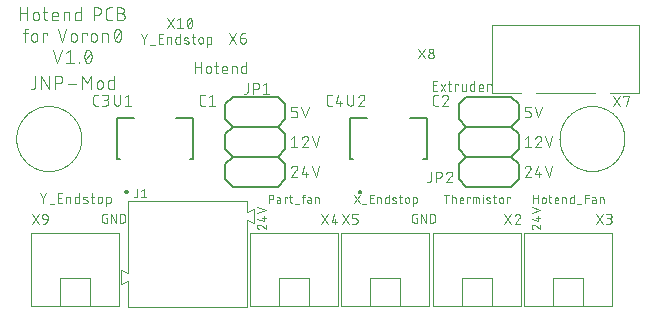
<source format=gbr>
G04 EAGLE Gerber RS-274X export*
G75*
%MOMM*%
%FSLAX34Y34*%
%LPD*%
%INSilkscreen Top*%
%IPPOS*%
%AMOC8*
5,1,8,0,0,1.08239X$1,22.5*%
G01*
%ADD10C,0.100000*%
%ADD11C,0.076200*%
%ADD12C,0.101600*%
%ADD13C,0.127000*%
%ADD14C,0.200000*%
%ADD15C,0.152400*%


D10*
X-257500Y145000D02*
X-257492Y145675D01*
X-257467Y146349D01*
X-257425Y147023D01*
X-257368Y147695D01*
X-257293Y148366D01*
X-257202Y149035D01*
X-257095Y149701D01*
X-256972Y150365D01*
X-256832Y151025D01*
X-256676Y151682D01*
X-256504Y152335D01*
X-256316Y152983D01*
X-256112Y153626D01*
X-255892Y154264D01*
X-255657Y154897D01*
X-255407Y155524D01*
X-255141Y156144D01*
X-254860Y156758D01*
X-254564Y157364D01*
X-254253Y157963D01*
X-253927Y158555D01*
X-253588Y159138D01*
X-253233Y159712D01*
X-252865Y160278D01*
X-252484Y160835D01*
X-252088Y161382D01*
X-251680Y161919D01*
X-251258Y162446D01*
X-250823Y162962D01*
X-250376Y163468D01*
X-249917Y163962D01*
X-249445Y164445D01*
X-248962Y164917D01*
X-248468Y165376D01*
X-247962Y165823D01*
X-247446Y166258D01*
X-246919Y166680D01*
X-246382Y167088D01*
X-245835Y167484D01*
X-245278Y167865D01*
X-244712Y168233D01*
X-244138Y168588D01*
X-243555Y168927D01*
X-242963Y169253D01*
X-242364Y169564D01*
X-241758Y169860D01*
X-241144Y170141D01*
X-240524Y170407D01*
X-239897Y170657D01*
X-239264Y170892D01*
X-238626Y171112D01*
X-237983Y171316D01*
X-237335Y171504D01*
X-236682Y171676D01*
X-236025Y171832D01*
X-235365Y171972D01*
X-234701Y172095D01*
X-234035Y172202D01*
X-233366Y172293D01*
X-232695Y172368D01*
X-232023Y172425D01*
X-231349Y172467D01*
X-230675Y172492D01*
X-230000Y172500D01*
X-229325Y172492D01*
X-228651Y172467D01*
X-227977Y172425D01*
X-227305Y172368D01*
X-226634Y172293D01*
X-225965Y172202D01*
X-225299Y172095D01*
X-224635Y171972D01*
X-223975Y171832D01*
X-223318Y171676D01*
X-222665Y171504D01*
X-222017Y171316D01*
X-221374Y171112D01*
X-220736Y170892D01*
X-220103Y170657D01*
X-219476Y170407D01*
X-218856Y170141D01*
X-218242Y169860D01*
X-217636Y169564D01*
X-217037Y169253D01*
X-216445Y168927D01*
X-215862Y168588D01*
X-215288Y168233D01*
X-214722Y167865D01*
X-214165Y167484D01*
X-213618Y167088D01*
X-213081Y166680D01*
X-212554Y166258D01*
X-212038Y165823D01*
X-211532Y165376D01*
X-211038Y164917D01*
X-210555Y164445D01*
X-210083Y163962D01*
X-209624Y163468D01*
X-209177Y162962D01*
X-208742Y162446D01*
X-208320Y161919D01*
X-207912Y161382D01*
X-207516Y160835D01*
X-207135Y160278D01*
X-206767Y159712D01*
X-206412Y159138D01*
X-206073Y158555D01*
X-205747Y157963D01*
X-205436Y157364D01*
X-205140Y156758D01*
X-204859Y156144D01*
X-204593Y155524D01*
X-204343Y154897D01*
X-204108Y154264D01*
X-203888Y153626D01*
X-203684Y152983D01*
X-203496Y152335D01*
X-203324Y151682D01*
X-203168Y151025D01*
X-203028Y150365D01*
X-202905Y149701D01*
X-202798Y149035D01*
X-202707Y148366D01*
X-202632Y147695D01*
X-202575Y147023D01*
X-202533Y146349D01*
X-202508Y145675D01*
X-202500Y145000D01*
X-202508Y144325D01*
X-202533Y143651D01*
X-202575Y142977D01*
X-202632Y142305D01*
X-202707Y141634D01*
X-202798Y140965D01*
X-202905Y140299D01*
X-203028Y139635D01*
X-203168Y138975D01*
X-203324Y138318D01*
X-203496Y137665D01*
X-203684Y137017D01*
X-203888Y136374D01*
X-204108Y135736D01*
X-204343Y135103D01*
X-204593Y134476D01*
X-204859Y133856D01*
X-205140Y133242D01*
X-205436Y132636D01*
X-205747Y132037D01*
X-206073Y131445D01*
X-206412Y130862D01*
X-206767Y130288D01*
X-207135Y129722D01*
X-207516Y129165D01*
X-207912Y128618D01*
X-208320Y128081D01*
X-208742Y127554D01*
X-209177Y127038D01*
X-209624Y126532D01*
X-210083Y126038D01*
X-210555Y125555D01*
X-211038Y125083D01*
X-211532Y124624D01*
X-212038Y124177D01*
X-212554Y123742D01*
X-213081Y123320D01*
X-213618Y122912D01*
X-214165Y122516D01*
X-214722Y122135D01*
X-215288Y121767D01*
X-215862Y121412D01*
X-216445Y121073D01*
X-217037Y120747D01*
X-217636Y120436D01*
X-218242Y120140D01*
X-218856Y119859D01*
X-219476Y119593D01*
X-220103Y119343D01*
X-220736Y119108D01*
X-221374Y118888D01*
X-222017Y118684D01*
X-222665Y118496D01*
X-223318Y118324D01*
X-223975Y118168D01*
X-224635Y118028D01*
X-225299Y117905D01*
X-225965Y117798D01*
X-226634Y117707D01*
X-227305Y117632D01*
X-227977Y117575D01*
X-228651Y117533D01*
X-229325Y117508D01*
X-230000Y117500D01*
X-230675Y117508D01*
X-231349Y117533D01*
X-232023Y117575D01*
X-232695Y117632D01*
X-233366Y117707D01*
X-234035Y117798D01*
X-234701Y117905D01*
X-235365Y118028D01*
X-236025Y118168D01*
X-236682Y118324D01*
X-237335Y118496D01*
X-237983Y118684D01*
X-238626Y118888D01*
X-239264Y119108D01*
X-239897Y119343D01*
X-240524Y119593D01*
X-241144Y119859D01*
X-241758Y120140D01*
X-242364Y120436D01*
X-242963Y120747D01*
X-243555Y121073D01*
X-244138Y121412D01*
X-244712Y121767D01*
X-245278Y122135D01*
X-245835Y122516D01*
X-246382Y122912D01*
X-246919Y123320D01*
X-247446Y123742D01*
X-247962Y124177D01*
X-248468Y124624D01*
X-248962Y125083D01*
X-249445Y125555D01*
X-249917Y126038D01*
X-250376Y126532D01*
X-250823Y127038D01*
X-251258Y127554D01*
X-251680Y128081D01*
X-252088Y128618D01*
X-252484Y129165D01*
X-252865Y129722D01*
X-253233Y130288D01*
X-253588Y130862D01*
X-253927Y131445D01*
X-254253Y132037D01*
X-254564Y132636D01*
X-254860Y133242D01*
X-255141Y133856D01*
X-255407Y134476D01*
X-255657Y135103D01*
X-255892Y135736D01*
X-256112Y136374D01*
X-256316Y137017D01*
X-256504Y137665D01*
X-256676Y138318D01*
X-256832Y138975D01*
X-256972Y139635D01*
X-257095Y140299D01*
X-257202Y140965D01*
X-257293Y141634D01*
X-257368Y142305D01*
X-257425Y142977D01*
X-257467Y143651D01*
X-257492Y144325D01*
X-257500Y145000D01*
X202500Y145000D02*
X202508Y145675D01*
X202533Y146349D01*
X202575Y147023D01*
X202632Y147695D01*
X202707Y148366D01*
X202798Y149035D01*
X202905Y149701D01*
X203028Y150365D01*
X203168Y151025D01*
X203324Y151682D01*
X203496Y152335D01*
X203684Y152983D01*
X203888Y153626D01*
X204108Y154264D01*
X204343Y154897D01*
X204593Y155524D01*
X204859Y156144D01*
X205140Y156758D01*
X205436Y157364D01*
X205747Y157963D01*
X206073Y158555D01*
X206412Y159138D01*
X206767Y159712D01*
X207135Y160278D01*
X207516Y160835D01*
X207912Y161382D01*
X208320Y161919D01*
X208742Y162446D01*
X209177Y162962D01*
X209624Y163468D01*
X210083Y163962D01*
X210555Y164445D01*
X211038Y164917D01*
X211532Y165376D01*
X212038Y165823D01*
X212554Y166258D01*
X213081Y166680D01*
X213618Y167088D01*
X214165Y167484D01*
X214722Y167865D01*
X215288Y168233D01*
X215862Y168588D01*
X216445Y168927D01*
X217037Y169253D01*
X217636Y169564D01*
X218242Y169860D01*
X218856Y170141D01*
X219476Y170407D01*
X220103Y170657D01*
X220736Y170892D01*
X221374Y171112D01*
X222017Y171316D01*
X222665Y171504D01*
X223318Y171676D01*
X223975Y171832D01*
X224635Y171972D01*
X225299Y172095D01*
X225965Y172202D01*
X226634Y172293D01*
X227305Y172368D01*
X227977Y172425D01*
X228651Y172467D01*
X229325Y172492D01*
X230000Y172500D01*
X230675Y172492D01*
X231349Y172467D01*
X232023Y172425D01*
X232695Y172368D01*
X233366Y172293D01*
X234035Y172202D01*
X234701Y172095D01*
X235365Y171972D01*
X236025Y171832D01*
X236682Y171676D01*
X237335Y171504D01*
X237983Y171316D01*
X238626Y171112D01*
X239264Y170892D01*
X239897Y170657D01*
X240524Y170407D01*
X241144Y170141D01*
X241758Y169860D01*
X242364Y169564D01*
X242963Y169253D01*
X243555Y168927D01*
X244138Y168588D01*
X244712Y168233D01*
X245278Y167865D01*
X245835Y167484D01*
X246382Y167088D01*
X246919Y166680D01*
X247446Y166258D01*
X247962Y165823D01*
X248468Y165376D01*
X248962Y164917D01*
X249445Y164445D01*
X249917Y163962D01*
X250376Y163468D01*
X250823Y162962D01*
X251258Y162446D01*
X251680Y161919D01*
X252088Y161382D01*
X252484Y160835D01*
X252865Y160278D01*
X253233Y159712D01*
X253588Y159138D01*
X253927Y158555D01*
X254253Y157963D01*
X254564Y157364D01*
X254860Y156758D01*
X255141Y156144D01*
X255407Y155524D01*
X255657Y154897D01*
X255892Y154264D01*
X256112Y153626D01*
X256316Y152983D01*
X256504Y152335D01*
X256676Y151682D01*
X256832Y151025D01*
X256972Y150365D01*
X257095Y149701D01*
X257202Y149035D01*
X257293Y148366D01*
X257368Y147695D01*
X257425Y147023D01*
X257467Y146349D01*
X257492Y145675D01*
X257500Y145000D01*
X257492Y144325D01*
X257467Y143651D01*
X257425Y142977D01*
X257368Y142305D01*
X257293Y141634D01*
X257202Y140965D01*
X257095Y140299D01*
X256972Y139635D01*
X256832Y138975D01*
X256676Y138318D01*
X256504Y137665D01*
X256316Y137017D01*
X256112Y136374D01*
X255892Y135736D01*
X255657Y135103D01*
X255407Y134476D01*
X255141Y133856D01*
X254860Y133242D01*
X254564Y132636D01*
X254253Y132037D01*
X253927Y131445D01*
X253588Y130862D01*
X253233Y130288D01*
X252865Y129722D01*
X252484Y129165D01*
X252088Y128618D01*
X251680Y128081D01*
X251258Y127554D01*
X250823Y127038D01*
X250376Y126532D01*
X249917Y126038D01*
X249445Y125555D01*
X248962Y125083D01*
X248468Y124624D01*
X247962Y124177D01*
X247446Y123742D01*
X246919Y123320D01*
X246382Y122912D01*
X245835Y122516D01*
X245278Y122135D01*
X244712Y121767D01*
X244138Y121412D01*
X243555Y121073D01*
X242963Y120747D01*
X242364Y120436D01*
X241758Y120140D01*
X241144Y119859D01*
X240524Y119593D01*
X239897Y119343D01*
X239264Y119108D01*
X238626Y118888D01*
X237983Y118684D01*
X237335Y118496D01*
X236682Y118324D01*
X236025Y118168D01*
X235365Y118028D01*
X234701Y117905D01*
X234035Y117798D01*
X233366Y117707D01*
X232695Y117632D01*
X232023Y117575D01*
X231349Y117533D01*
X230675Y117508D01*
X230000Y117500D01*
X229325Y117508D01*
X228651Y117533D01*
X227977Y117575D01*
X227305Y117632D01*
X226634Y117707D01*
X225965Y117798D01*
X225299Y117905D01*
X224635Y118028D01*
X223975Y118168D01*
X223318Y118324D01*
X222665Y118496D01*
X222017Y118684D01*
X221374Y118888D01*
X220736Y119108D01*
X220103Y119343D01*
X219476Y119593D01*
X218856Y119859D01*
X218242Y120140D01*
X217636Y120436D01*
X217037Y120747D01*
X216445Y121073D01*
X215862Y121412D01*
X215288Y121767D01*
X214722Y122135D01*
X214165Y122516D01*
X213618Y122912D01*
X213081Y123320D01*
X212554Y123742D01*
X212038Y124177D01*
X211532Y124624D01*
X211038Y125083D01*
X210555Y125555D01*
X210083Y126038D01*
X209624Y126532D01*
X209177Y127038D01*
X208742Y127554D01*
X208320Y128081D01*
X207912Y128618D01*
X207516Y129165D01*
X207135Y129722D01*
X206767Y130288D01*
X206412Y130862D01*
X206073Y131445D01*
X205747Y132037D01*
X205436Y132636D01*
X205140Y133242D01*
X204859Y133856D01*
X204593Y134476D01*
X204343Y135103D01*
X204108Y135736D01*
X203888Y136374D01*
X203684Y137017D01*
X203496Y137665D01*
X203324Y138318D01*
X203168Y138975D01*
X203028Y139635D01*
X202905Y140299D01*
X202798Y140965D01*
X202707Y141634D01*
X202632Y142305D01*
X202575Y142977D01*
X202533Y143651D01*
X202508Y144325D01*
X202500Y145000D01*
D11*
X-105855Y200381D02*
X-105855Y209619D01*
X-105855Y205513D02*
X-100722Y205513D01*
X-100722Y209619D02*
X-100722Y200381D01*
X-96641Y202434D02*
X-96641Y204487D01*
X-96642Y204487D02*
X-96640Y204577D01*
X-96634Y204666D01*
X-96624Y204755D01*
X-96611Y204843D01*
X-96593Y204931D01*
X-96572Y205018D01*
X-96547Y205104D01*
X-96518Y205189D01*
X-96486Y205273D01*
X-96450Y205355D01*
X-96410Y205435D01*
X-96367Y205514D01*
X-96320Y205590D01*
X-96271Y205665D01*
X-96218Y205737D01*
X-96162Y205807D01*
X-96103Y205874D01*
X-96041Y205939D01*
X-95976Y206001D01*
X-95909Y206060D01*
X-95839Y206116D01*
X-95767Y206169D01*
X-95692Y206218D01*
X-95616Y206265D01*
X-95537Y206308D01*
X-95457Y206348D01*
X-95375Y206384D01*
X-95291Y206416D01*
X-95206Y206445D01*
X-95120Y206470D01*
X-95033Y206491D01*
X-94945Y206509D01*
X-94857Y206522D01*
X-94768Y206532D01*
X-94679Y206538D01*
X-94589Y206540D01*
X-94499Y206538D01*
X-94410Y206532D01*
X-94321Y206522D01*
X-94233Y206509D01*
X-94145Y206491D01*
X-94058Y206470D01*
X-93972Y206445D01*
X-93887Y206416D01*
X-93803Y206384D01*
X-93721Y206348D01*
X-93641Y206308D01*
X-93563Y206265D01*
X-93486Y206218D01*
X-93411Y206169D01*
X-93339Y206116D01*
X-93269Y206060D01*
X-93202Y206001D01*
X-93137Y205939D01*
X-93075Y205874D01*
X-93016Y205807D01*
X-92960Y205737D01*
X-92907Y205665D01*
X-92858Y205590D01*
X-92811Y205514D01*
X-92768Y205435D01*
X-92728Y205355D01*
X-92692Y205273D01*
X-92660Y205189D01*
X-92631Y205104D01*
X-92606Y205018D01*
X-92585Y204931D01*
X-92567Y204843D01*
X-92554Y204755D01*
X-92544Y204666D01*
X-92538Y204577D01*
X-92536Y204487D01*
X-92536Y202434D01*
X-92538Y202344D01*
X-92544Y202255D01*
X-92554Y202166D01*
X-92567Y202078D01*
X-92585Y201990D01*
X-92606Y201903D01*
X-92631Y201817D01*
X-92660Y201732D01*
X-92692Y201648D01*
X-92728Y201566D01*
X-92768Y201486D01*
X-92811Y201408D01*
X-92858Y201331D01*
X-92907Y201256D01*
X-92960Y201184D01*
X-93016Y201114D01*
X-93075Y201047D01*
X-93137Y200982D01*
X-93202Y200920D01*
X-93269Y200861D01*
X-93339Y200805D01*
X-93411Y200752D01*
X-93486Y200703D01*
X-93563Y200656D01*
X-93641Y200613D01*
X-93721Y200573D01*
X-93803Y200537D01*
X-93887Y200505D01*
X-93972Y200476D01*
X-94058Y200451D01*
X-94145Y200430D01*
X-94233Y200412D01*
X-94321Y200399D01*
X-94410Y200389D01*
X-94499Y200383D01*
X-94589Y200381D01*
X-94679Y200383D01*
X-94768Y200389D01*
X-94857Y200399D01*
X-94945Y200412D01*
X-95033Y200430D01*
X-95120Y200451D01*
X-95206Y200476D01*
X-95291Y200505D01*
X-95375Y200537D01*
X-95457Y200573D01*
X-95537Y200613D01*
X-95616Y200656D01*
X-95692Y200703D01*
X-95767Y200752D01*
X-95839Y200805D01*
X-95909Y200861D01*
X-95976Y200920D01*
X-96041Y200982D01*
X-96103Y201047D01*
X-96162Y201114D01*
X-96218Y201184D01*
X-96271Y201256D01*
X-96320Y201331D01*
X-96367Y201408D01*
X-96410Y201486D01*
X-96450Y201566D01*
X-96486Y201648D01*
X-96518Y201732D01*
X-96547Y201817D01*
X-96572Y201903D01*
X-96593Y201990D01*
X-96611Y202078D01*
X-96624Y202166D01*
X-96634Y202255D01*
X-96640Y202344D01*
X-96642Y202434D01*
X-89599Y206540D02*
X-86520Y206540D01*
X-88573Y209619D02*
X-88573Y201921D01*
X-88571Y201843D01*
X-88565Y201765D01*
X-88555Y201688D01*
X-88541Y201611D01*
X-88524Y201535D01*
X-88502Y201460D01*
X-88477Y201386D01*
X-88448Y201314D01*
X-88416Y201243D01*
X-88379Y201174D01*
X-88340Y201106D01*
X-88297Y201041D01*
X-88251Y200978D01*
X-88201Y200918D01*
X-88149Y200860D01*
X-88094Y200805D01*
X-88036Y200753D01*
X-87976Y200703D01*
X-87913Y200657D01*
X-87848Y200614D01*
X-87780Y200575D01*
X-87711Y200538D01*
X-87640Y200506D01*
X-87568Y200477D01*
X-87494Y200452D01*
X-87419Y200430D01*
X-87343Y200413D01*
X-87266Y200399D01*
X-87189Y200389D01*
X-87111Y200383D01*
X-87033Y200381D01*
X-86520Y200381D01*
X-81602Y200381D02*
X-79036Y200381D01*
X-81602Y200381D02*
X-81678Y200383D01*
X-81753Y200388D01*
X-81828Y200398D01*
X-81902Y200411D01*
X-81976Y200427D01*
X-82049Y200447D01*
X-82121Y200471D01*
X-82191Y200498D01*
X-82260Y200529D01*
X-82328Y200563D01*
X-82394Y200600D01*
X-82458Y200641D01*
X-82519Y200684D01*
X-82579Y200731D01*
X-82636Y200780D01*
X-82691Y200832D01*
X-82743Y200887D01*
X-82792Y200944D01*
X-82839Y201004D01*
X-82882Y201065D01*
X-82923Y201129D01*
X-82960Y201195D01*
X-82994Y201263D01*
X-83025Y201332D01*
X-83052Y201402D01*
X-83076Y201474D01*
X-83096Y201547D01*
X-83112Y201621D01*
X-83125Y201695D01*
X-83135Y201770D01*
X-83140Y201845D01*
X-83142Y201921D01*
X-83141Y201921D02*
X-83141Y204487D01*
X-83142Y204487D02*
X-83140Y204577D01*
X-83134Y204666D01*
X-83124Y204755D01*
X-83111Y204843D01*
X-83093Y204931D01*
X-83072Y205018D01*
X-83047Y205104D01*
X-83018Y205189D01*
X-82986Y205273D01*
X-82950Y205355D01*
X-82910Y205435D01*
X-82867Y205514D01*
X-82820Y205590D01*
X-82771Y205665D01*
X-82718Y205737D01*
X-82662Y205807D01*
X-82603Y205874D01*
X-82541Y205939D01*
X-82476Y206001D01*
X-82409Y206060D01*
X-82339Y206116D01*
X-82267Y206169D01*
X-82192Y206218D01*
X-82116Y206265D01*
X-82037Y206308D01*
X-81957Y206348D01*
X-81875Y206384D01*
X-81791Y206416D01*
X-81706Y206445D01*
X-81620Y206470D01*
X-81533Y206491D01*
X-81445Y206509D01*
X-81357Y206522D01*
X-81268Y206532D01*
X-81179Y206538D01*
X-81089Y206540D01*
X-80999Y206538D01*
X-80910Y206532D01*
X-80821Y206522D01*
X-80733Y206509D01*
X-80645Y206491D01*
X-80558Y206470D01*
X-80472Y206445D01*
X-80387Y206416D01*
X-80303Y206384D01*
X-80221Y206348D01*
X-80141Y206308D01*
X-80063Y206265D01*
X-79986Y206218D01*
X-79911Y206169D01*
X-79839Y206116D01*
X-79769Y206060D01*
X-79702Y206001D01*
X-79637Y205939D01*
X-79575Y205874D01*
X-79516Y205807D01*
X-79460Y205737D01*
X-79407Y205665D01*
X-79358Y205590D01*
X-79311Y205514D01*
X-79268Y205435D01*
X-79228Y205355D01*
X-79192Y205273D01*
X-79160Y205189D01*
X-79131Y205104D01*
X-79106Y205018D01*
X-79085Y204931D01*
X-79067Y204843D01*
X-79054Y204755D01*
X-79044Y204666D01*
X-79038Y204577D01*
X-79036Y204487D01*
X-79036Y203460D01*
X-83141Y203460D01*
X-75041Y200381D02*
X-75041Y206540D01*
X-72475Y206540D01*
X-72397Y206538D01*
X-72319Y206532D01*
X-72242Y206522D01*
X-72165Y206508D01*
X-72089Y206491D01*
X-72014Y206469D01*
X-71940Y206444D01*
X-71868Y206415D01*
X-71797Y206383D01*
X-71728Y206346D01*
X-71660Y206307D01*
X-71595Y206264D01*
X-71532Y206218D01*
X-71472Y206168D01*
X-71414Y206116D01*
X-71359Y206061D01*
X-71307Y206003D01*
X-71257Y205943D01*
X-71211Y205880D01*
X-71168Y205815D01*
X-71129Y205747D01*
X-71092Y205678D01*
X-71060Y205607D01*
X-71031Y205535D01*
X-71006Y205461D01*
X-70984Y205386D01*
X-70967Y205310D01*
X-70953Y205233D01*
X-70943Y205156D01*
X-70937Y205078D01*
X-70935Y205000D01*
X-70936Y205000D02*
X-70936Y200381D01*
X-62881Y200381D02*
X-62881Y209619D01*
X-62881Y200381D02*
X-65447Y200381D01*
X-65523Y200383D01*
X-65598Y200388D01*
X-65673Y200398D01*
X-65747Y200411D01*
X-65821Y200427D01*
X-65894Y200447D01*
X-65966Y200471D01*
X-66036Y200498D01*
X-66105Y200529D01*
X-66173Y200563D01*
X-66239Y200600D01*
X-66303Y200641D01*
X-66364Y200684D01*
X-66424Y200731D01*
X-66481Y200780D01*
X-66536Y200832D01*
X-66588Y200887D01*
X-66637Y200944D01*
X-66684Y201004D01*
X-66727Y201065D01*
X-66768Y201129D01*
X-66805Y201195D01*
X-66839Y201263D01*
X-66870Y201332D01*
X-66897Y201402D01*
X-66921Y201474D01*
X-66941Y201547D01*
X-66957Y201621D01*
X-66970Y201695D01*
X-66980Y201770D01*
X-66985Y201845D01*
X-66987Y201921D01*
X-66987Y205000D01*
X-66985Y205076D01*
X-66980Y205151D01*
X-66970Y205226D01*
X-66957Y205300D01*
X-66941Y205374D01*
X-66921Y205447D01*
X-66897Y205519D01*
X-66870Y205589D01*
X-66839Y205658D01*
X-66805Y205726D01*
X-66768Y205792D01*
X-66727Y205856D01*
X-66684Y205917D01*
X-66637Y205977D01*
X-66588Y206034D01*
X-66536Y206089D01*
X-66481Y206141D01*
X-66424Y206190D01*
X-66364Y206237D01*
X-66303Y206280D01*
X-66239Y206321D01*
X-66173Y206358D01*
X-66105Y206392D01*
X-66036Y206423D01*
X-65966Y206450D01*
X-65894Y206474D01*
X-65821Y206494D01*
X-65747Y206510D01*
X-65673Y206523D01*
X-65598Y206533D01*
X-65523Y206538D01*
X-65447Y206540D01*
X-62881Y206540D01*
X-24619Y162881D02*
X-21540Y162881D01*
X-21450Y162883D01*
X-21361Y162889D01*
X-21272Y162899D01*
X-21184Y162912D01*
X-21096Y162930D01*
X-21009Y162951D01*
X-20923Y162976D01*
X-20838Y163005D01*
X-20754Y163037D01*
X-20672Y163073D01*
X-20592Y163113D01*
X-20514Y163156D01*
X-20437Y163203D01*
X-20362Y163252D01*
X-20290Y163305D01*
X-20220Y163361D01*
X-20153Y163420D01*
X-20088Y163482D01*
X-20026Y163547D01*
X-19967Y163614D01*
X-19911Y163684D01*
X-19858Y163756D01*
X-19809Y163831D01*
X-19762Y163907D01*
X-19719Y163986D01*
X-19679Y164066D01*
X-19643Y164148D01*
X-19611Y164232D01*
X-19582Y164317D01*
X-19557Y164403D01*
X-19536Y164490D01*
X-19518Y164577D01*
X-19505Y164666D01*
X-19495Y164755D01*
X-19489Y164844D01*
X-19487Y164934D01*
X-19487Y165960D01*
X-19489Y166050D01*
X-19495Y166139D01*
X-19505Y166228D01*
X-19518Y166317D01*
X-19536Y166404D01*
X-19557Y166491D01*
X-19582Y166577D01*
X-19611Y166662D01*
X-19643Y166746D01*
X-19679Y166828D01*
X-19719Y166908D01*
X-19762Y166987D01*
X-19809Y167063D01*
X-19858Y167138D01*
X-19911Y167210D01*
X-19967Y167280D01*
X-20026Y167347D01*
X-20088Y167412D01*
X-20153Y167474D01*
X-20220Y167533D01*
X-20290Y167589D01*
X-20362Y167642D01*
X-20437Y167691D01*
X-20514Y167738D01*
X-20592Y167781D01*
X-20672Y167821D01*
X-20754Y167857D01*
X-20838Y167889D01*
X-20923Y167918D01*
X-21009Y167943D01*
X-21096Y167964D01*
X-21184Y167982D01*
X-21272Y167995D01*
X-21361Y168005D01*
X-21450Y168011D01*
X-21540Y168013D01*
X-24619Y168013D01*
X-24619Y172119D01*
X-19487Y172119D01*
X-16132Y172119D02*
X-13053Y162881D01*
X-9974Y172119D01*
X-22053Y147119D02*
X-24619Y145066D01*
X-22053Y147119D02*
X-22053Y137881D01*
X-24619Y137881D02*
X-19487Y137881D01*
X-10486Y144809D02*
X-10488Y144904D01*
X-10494Y145000D01*
X-10504Y145095D01*
X-10518Y145189D01*
X-10535Y145283D01*
X-10557Y145376D01*
X-10582Y145468D01*
X-10611Y145559D01*
X-10644Y145649D01*
X-10681Y145737D01*
X-10721Y145824D01*
X-10764Y145908D01*
X-10812Y145991D01*
X-10862Y146072D01*
X-10916Y146151D01*
X-10973Y146228D01*
X-11033Y146302D01*
X-11096Y146374D01*
X-11163Y146442D01*
X-11231Y146509D01*
X-11303Y146572D01*
X-11377Y146632D01*
X-11454Y146689D01*
X-11533Y146743D01*
X-11614Y146793D01*
X-11697Y146841D01*
X-11781Y146884D01*
X-11868Y146924D01*
X-11956Y146961D01*
X-12046Y146994D01*
X-12137Y147023D01*
X-12229Y147048D01*
X-12322Y147070D01*
X-12416Y147087D01*
X-12510Y147101D01*
X-12605Y147111D01*
X-12701Y147117D01*
X-12796Y147119D01*
X-12903Y147117D01*
X-13009Y147111D01*
X-13115Y147102D01*
X-13221Y147088D01*
X-13326Y147071D01*
X-13431Y147050D01*
X-13534Y147026D01*
X-13637Y146997D01*
X-13739Y146965D01*
X-13839Y146930D01*
X-13938Y146890D01*
X-14036Y146847D01*
X-14132Y146801D01*
X-14226Y146751D01*
X-14319Y146698D01*
X-14409Y146642D01*
X-14498Y146582D01*
X-14584Y146520D01*
X-14668Y146454D01*
X-14749Y146385D01*
X-14828Y146314D01*
X-14905Y146239D01*
X-14978Y146162D01*
X-15049Y146082D01*
X-15117Y146000D01*
X-15182Y145916D01*
X-15244Y145829D01*
X-15302Y145740D01*
X-15358Y145649D01*
X-15410Y145556D01*
X-15459Y145461D01*
X-15504Y145364D01*
X-15546Y145266D01*
X-15584Y145167D01*
X-15619Y145066D01*
X-11257Y143013D02*
X-11189Y143080D01*
X-11123Y143150D01*
X-11061Y143223D01*
X-11001Y143297D01*
X-10944Y143374D01*
X-10890Y143453D01*
X-10840Y143534D01*
X-10792Y143617D01*
X-10748Y143702D01*
X-10707Y143788D01*
X-10669Y143876D01*
X-10635Y143965D01*
X-10604Y144056D01*
X-10577Y144148D01*
X-10553Y144240D01*
X-10533Y144334D01*
X-10516Y144428D01*
X-10504Y144523D01*
X-10494Y144618D01*
X-10489Y144713D01*
X-10487Y144809D01*
X-11257Y143013D02*
X-15619Y137881D01*
X-10487Y137881D01*
X-4053Y137881D02*
X-7132Y147119D01*
X-974Y147119D02*
X-4053Y137881D01*
X-21796Y122119D02*
X-21703Y122117D01*
X-21610Y122112D01*
X-21518Y122102D01*
X-21425Y122089D01*
X-21334Y122072D01*
X-21243Y122052D01*
X-21153Y122028D01*
X-21064Y122000D01*
X-20977Y121969D01*
X-20891Y121934D01*
X-20806Y121896D01*
X-20722Y121854D01*
X-20641Y121810D01*
X-20561Y121761D01*
X-20484Y121710D01*
X-20408Y121656D01*
X-20335Y121598D01*
X-20264Y121538D01*
X-20196Y121475D01*
X-20130Y121409D01*
X-20067Y121341D01*
X-20007Y121270D01*
X-19949Y121197D01*
X-19895Y121121D01*
X-19844Y121044D01*
X-19795Y120964D01*
X-19751Y120883D01*
X-19709Y120799D01*
X-19671Y120714D01*
X-19636Y120628D01*
X-19605Y120541D01*
X-19577Y120452D01*
X-19553Y120362D01*
X-19533Y120271D01*
X-19516Y120180D01*
X-19503Y120087D01*
X-19493Y119995D01*
X-19488Y119902D01*
X-19486Y119809D01*
X-21796Y122119D02*
X-21903Y122117D01*
X-22009Y122111D01*
X-22115Y122102D01*
X-22221Y122088D01*
X-22326Y122071D01*
X-22431Y122050D01*
X-22534Y122026D01*
X-22637Y121997D01*
X-22739Y121965D01*
X-22839Y121930D01*
X-22938Y121890D01*
X-23036Y121847D01*
X-23132Y121801D01*
X-23226Y121751D01*
X-23319Y121698D01*
X-23409Y121642D01*
X-23498Y121582D01*
X-23584Y121520D01*
X-23668Y121454D01*
X-23749Y121385D01*
X-23828Y121314D01*
X-23905Y121239D01*
X-23978Y121162D01*
X-24049Y121082D01*
X-24117Y121000D01*
X-24182Y120916D01*
X-24244Y120829D01*
X-24302Y120740D01*
X-24358Y120649D01*
X-24410Y120556D01*
X-24459Y120461D01*
X-24504Y120365D01*
X-24546Y120266D01*
X-24584Y120167D01*
X-24619Y120066D01*
X-20257Y118013D02*
X-20189Y118080D01*
X-20123Y118150D01*
X-20061Y118223D01*
X-20001Y118297D01*
X-19944Y118374D01*
X-19890Y118453D01*
X-19840Y118534D01*
X-19792Y118617D01*
X-19748Y118702D01*
X-19707Y118788D01*
X-19669Y118876D01*
X-19635Y118965D01*
X-19604Y119056D01*
X-19577Y119148D01*
X-19553Y119240D01*
X-19533Y119334D01*
X-19516Y119428D01*
X-19504Y119523D01*
X-19494Y119618D01*
X-19489Y119713D01*
X-19487Y119809D01*
X-20257Y118013D02*
X-24619Y112881D01*
X-19487Y112881D01*
X-15619Y114934D02*
X-13566Y122119D01*
X-15619Y114934D02*
X-10487Y114934D01*
X-12027Y116987D02*
X-12027Y112881D01*
X-4053Y112881D02*
X-7132Y122119D01*
X-974Y122119D02*
X-4053Y112881D01*
X172881Y162881D02*
X175960Y162881D01*
X176050Y162883D01*
X176139Y162889D01*
X176228Y162899D01*
X176316Y162912D01*
X176404Y162930D01*
X176491Y162951D01*
X176577Y162976D01*
X176662Y163005D01*
X176746Y163037D01*
X176828Y163073D01*
X176908Y163113D01*
X176986Y163156D01*
X177063Y163203D01*
X177138Y163252D01*
X177210Y163305D01*
X177280Y163361D01*
X177347Y163420D01*
X177412Y163482D01*
X177474Y163547D01*
X177533Y163614D01*
X177589Y163684D01*
X177642Y163756D01*
X177691Y163831D01*
X177738Y163907D01*
X177781Y163986D01*
X177821Y164066D01*
X177857Y164148D01*
X177889Y164232D01*
X177918Y164317D01*
X177943Y164403D01*
X177964Y164490D01*
X177982Y164577D01*
X177995Y164666D01*
X178005Y164755D01*
X178011Y164844D01*
X178013Y164934D01*
X178013Y165960D01*
X178011Y166050D01*
X178005Y166139D01*
X177995Y166228D01*
X177982Y166316D01*
X177964Y166404D01*
X177943Y166491D01*
X177918Y166577D01*
X177889Y166662D01*
X177857Y166746D01*
X177821Y166828D01*
X177781Y166908D01*
X177738Y166987D01*
X177691Y167063D01*
X177642Y167138D01*
X177589Y167210D01*
X177533Y167280D01*
X177474Y167347D01*
X177412Y167412D01*
X177347Y167474D01*
X177280Y167533D01*
X177210Y167589D01*
X177138Y167642D01*
X177063Y167691D01*
X176987Y167738D01*
X176908Y167781D01*
X176828Y167821D01*
X176746Y167857D01*
X176662Y167889D01*
X176577Y167918D01*
X176491Y167943D01*
X176404Y167964D01*
X176316Y167982D01*
X176228Y167995D01*
X176139Y168005D01*
X176050Y168011D01*
X175960Y168013D01*
X172881Y168013D01*
X172881Y172119D01*
X178013Y172119D01*
X181368Y172119D02*
X184447Y162881D01*
X187526Y172119D01*
X175447Y147119D02*
X172881Y145066D01*
X175447Y147119D02*
X175447Y137881D01*
X172881Y137881D02*
X178013Y137881D01*
X187014Y144809D02*
X187012Y144902D01*
X187007Y144995D01*
X186997Y145087D01*
X186984Y145180D01*
X186967Y145271D01*
X186947Y145362D01*
X186923Y145452D01*
X186895Y145541D01*
X186864Y145628D01*
X186829Y145714D01*
X186791Y145799D01*
X186749Y145883D01*
X186705Y145964D01*
X186656Y146044D01*
X186605Y146121D01*
X186551Y146197D01*
X186493Y146270D01*
X186433Y146341D01*
X186370Y146409D01*
X186304Y146475D01*
X186236Y146538D01*
X186165Y146598D01*
X186092Y146656D01*
X186016Y146710D01*
X185939Y146761D01*
X185859Y146810D01*
X185778Y146854D01*
X185694Y146896D01*
X185609Y146934D01*
X185523Y146969D01*
X185436Y147000D01*
X185347Y147028D01*
X185257Y147052D01*
X185166Y147072D01*
X185075Y147089D01*
X184982Y147102D01*
X184890Y147112D01*
X184797Y147117D01*
X184704Y147119D01*
X184597Y147117D01*
X184491Y147111D01*
X184385Y147102D01*
X184279Y147088D01*
X184174Y147071D01*
X184069Y147050D01*
X183966Y147026D01*
X183863Y146997D01*
X183761Y146965D01*
X183661Y146930D01*
X183562Y146890D01*
X183464Y146847D01*
X183368Y146801D01*
X183274Y146751D01*
X183181Y146698D01*
X183091Y146642D01*
X183002Y146582D01*
X182916Y146520D01*
X182832Y146454D01*
X182751Y146385D01*
X182672Y146314D01*
X182595Y146239D01*
X182522Y146162D01*
X182451Y146083D01*
X182383Y146000D01*
X182318Y145916D01*
X182256Y145829D01*
X182198Y145740D01*
X182142Y145649D01*
X182090Y145556D01*
X182041Y145461D01*
X181996Y145365D01*
X181954Y145266D01*
X181916Y145167D01*
X181881Y145066D01*
X186244Y143012D02*
X186312Y143080D01*
X186377Y143150D01*
X186440Y143222D01*
X186500Y143297D01*
X186557Y143374D01*
X186610Y143453D01*
X186661Y143534D01*
X186709Y143617D01*
X186753Y143701D01*
X186794Y143788D01*
X186832Y143876D01*
X186866Y143965D01*
X186897Y144056D01*
X186924Y144147D01*
X186948Y144240D01*
X186968Y144334D01*
X186985Y144428D01*
X186997Y144523D01*
X187007Y144618D01*
X187012Y144713D01*
X187014Y144809D01*
X186243Y143013D02*
X181881Y137881D01*
X187013Y137881D01*
X193447Y137881D02*
X190368Y147119D01*
X196526Y147119D02*
X193447Y137881D01*
X175704Y122119D02*
X175797Y122117D01*
X175890Y122112D01*
X175982Y122102D01*
X176075Y122089D01*
X176166Y122072D01*
X176257Y122052D01*
X176347Y122028D01*
X176436Y122000D01*
X176523Y121969D01*
X176609Y121934D01*
X176694Y121896D01*
X176778Y121854D01*
X176859Y121810D01*
X176939Y121761D01*
X177016Y121710D01*
X177092Y121656D01*
X177165Y121598D01*
X177236Y121538D01*
X177304Y121475D01*
X177370Y121409D01*
X177433Y121341D01*
X177493Y121270D01*
X177551Y121197D01*
X177605Y121121D01*
X177656Y121044D01*
X177705Y120964D01*
X177749Y120883D01*
X177791Y120799D01*
X177829Y120714D01*
X177864Y120628D01*
X177895Y120541D01*
X177923Y120452D01*
X177947Y120362D01*
X177967Y120271D01*
X177984Y120180D01*
X177997Y120087D01*
X178007Y119995D01*
X178012Y119902D01*
X178014Y119809D01*
X175704Y122119D02*
X175597Y122117D01*
X175491Y122111D01*
X175385Y122102D01*
X175279Y122088D01*
X175174Y122071D01*
X175069Y122050D01*
X174966Y122026D01*
X174863Y121997D01*
X174761Y121965D01*
X174661Y121930D01*
X174562Y121890D01*
X174464Y121847D01*
X174368Y121801D01*
X174274Y121751D01*
X174181Y121698D01*
X174091Y121642D01*
X174002Y121582D01*
X173916Y121520D01*
X173832Y121454D01*
X173751Y121385D01*
X173672Y121314D01*
X173595Y121239D01*
X173522Y121162D01*
X173451Y121083D01*
X173383Y121000D01*
X173318Y120916D01*
X173256Y120829D01*
X173198Y120740D01*
X173142Y120649D01*
X173090Y120556D01*
X173041Y120461D01*
X172996Y120365D01*
X172954Y120266D01*
X172916Y120167D01*
X172881Y120066D01*
X177244Y118012D02*
X177312Y118080D01*
X177377Y118150D01*
X177440Y118222D01*
X177500Y118297D01*
X177557Y118374D01*
X177610Y118453D01*
X177661Y118534D01*
X177709Y118617D01*
X177753Y118701D01*
X177794Y118788D01*
X177832Y118876D01*
X177866Y118965D01*
X177897Y119056D01*
X177924Y119147D01*
X177948Y119240D01*
X177968Y119334D01*
X177985Y119428D01*
X177997Y119523D01*
X178007Y119618D01*
X178012Y119713D01*
X178014Y119809D01*
X177243Y118013D02*
X172881Y112881D01*
X178013Y112881D01*
X181881Y114934D02*
X183934Y122119D01*
X181881Y114934D02*
X187013Y114934D01*
X185474Y116987D02*
X185474Y112881D01*
X193447Y112881D02*
X190368Y122119D01*
X196526Y122119D02*
X193447Y112881D01*
X-180669Y77902D02*
X-181876Y77902D01*
X-180669Y77902D02*
X-180669Y73881D01*
X-183082Y73881D01*
X-183161Y73883D01*
X-183240Y73889D01*
X-183318Y73898D01*
X-183396Y73912D01*
X-183473Y73929D01*
X-183549Y73950D01*
X-183624Y73975D01*
X-183697Y74003D01*
X-183770Y74035D01*
X-183840Y74071D01*
X-183909Y74110D01*
X-183975Y74152D01*
X-184040Y74197D01*
X-184102Y74246D01*
X-184162Y74298D01*
X-184219Y74352D01*
X-184273Y74409D01*
X-184325Y74469D01*
X-184374Y74531D01*
X-184419Y74596D01*
X-184461Y74662D01*
X-184500Y74731D01*
X-184536Y74801D01*
X-184568Y74874D01*
X-184596Y74947D01*
X-184621Y75022D01*
X-184642Y75098D01*
X-184659Y75175D01*
X-184673Y75253D01*
X-184682Y75331D01*
X-184688Y75410D01*
X-184690Y75489D01*
X-184691Y75489D02*
X-184691Y79511D01*
X-184690Y79511D02*
X-184688Y79590D01*
X-184682Y79669D01*
X-184673Y79747D01*
X-184659Y79825D01*
X-184642Y79902D01*
X-184621Y79978D01*
X-184596Y80053D01*
X-184568Y80126D01*
X-184536Y80199D01*
X-184500Y80269D01*
X-184461Y80338D01*
X-184419Y80404D01*
X-184374Y80469D01*
X-184325Y80531D01*
X-184273Y80591D01*
X-184219Y80648D01*
X-184162Y80702D01*
X-184102Y80754D01*
X-184040Y80803D01*
X-183975Y80848D01*
X-183909Y80890D01*
X-183840Y80929D01*
X-183770Y80965D01*
X-183697Y80997D01*
X-183624Y81025D01*
X-183549Y81050D01*
X-183473Y81071D01*
X-183396Y81088D01*
X-183318Y81102D01*
X-183240Y81111D01*
X-183161Y81117D01*
X-183082Y81119D01*
X-180669Y81119D01*
X-177011Y81119D02*
X-177011Y73881D01*
X-172989Y73881D02*
X-177011Y81119D01*
X-172989Y81119D02*
X-172989Y73881D01*
X-169331Y73881D02*
X-169331Y81119D01*
X-167320Y81119D01*
X-167232Y81117D01*
X-167145Y81111D01*
X-167058Y81102D01*
X-166971Y81088D01*
X-166885Y81071D01*
X-166800Y81050D01*
X-166715Y81026D01*
X-166632Y80998D01*
X-166550Y80966D01*
X-166470Y80931D01*
X-166391Y80892D01*
X-166315Y80850D01*
X-166239Y80804D01*
X-166167Y80755D01*
X-166096Y80703D01*
X-166027Y80649D01*
X-165961Y80591D01*
X-165898Y80530D01*
X-165837Y80467D01*
X-165779Y80401D01*
X-165725Y80332D01*
X-165673Y80261D01*
X-165624Y80189D01*
X-165578Y80114D01*
X-165536Y80037D01*
X-165497Y79958D01*
X-165462Y79878D01*
X-165430Y79796D01*
X-165402Y79713D01*
X-165378Y79628D01*
X-165357Y79543D01*
X-165340Y79457D01*
X-165326Y79370D01*
X-165317Y79283D01*
X-165311Y79196D01*
X-165309Y79108D01*
X-165309Y75892D01*
X-165311Y75804D01*
X-165317Y75717D01*
X-165326Y75630D01*
X-165340Y75543D01*
X-165357Y75457D01*
X-165378Y75372D01*
X-165402Y75287D01*
X-165430Y75204D01*
X-165462Y75122D01*
X-165497Y75042D01*
X-165536Y74963D01*
X-165578Y74887D01*
X-165624Y74811D01*
X-165673Y74739D01*
X-165725Y74668D01*
X-165779Y74599D01*
X-165837Y74533D01*
X-165898Y74470D01*
X-165961Y74409D01*
X-166027Y74351D01*
X-166096Y74297D01*
X-166167Y74245D01*
X-166239Y74196D01*
X-166315Y74150D01*
X-166391Y74108D01*
X-166470Y74069D01*
X-166550Y74034D01*
X-166632Y74002D01*
X-166715Y73974D01*
X-166800Y73950D01*
X-166885Y73929D01*
X-166971Y73912D01*
X-167058Y73898D01*
X-167145Y73889D01*
X-167232Y73883D01*
X-167320Y73881D01*
X-169331Y73881D01*
X-53620Y70300D02*
X-53618Y70384D01*
X-53612Y70467D01*
X-53603Y70550D01*
X-53589Y70633D01*
X-53572Y70714D01*
X-53551Y70795D01*
X-53526Y70875D01*
X-53498Y70954D01*
X-53466Y71031D01*
X-53430Y71107D01*
X-53391Y71181D01*
X-53349Y71253D01*
X-53303Y71323D01*
X-53254Y71391D01*
X-53202Y71456D01*
X-53148Y71519D01*
X-53090Y71580D01*
X-53029Y71638D01*
X-52966Y71692D01*
X-52901Y71744D01*
X-52833Y71793D01*
X-52763Y71839D01*
X-52691Y71881D01*
X-52617Y71920D01*
X-52541Y71956D01*
X-52464Y71988D01*
X-52385Y72016D01*
X-52305Y72041D01*
X-52224Y72062D01*
X-52143Y72079D01*
X-52060Y72093D01*
X-51977Y72102D01*
X-51894Y72108D01*
X-51810Y72110D01*
X-53619Y70300D02*
X-53617Y70206D01*
X-53611Y70112D01*
X-53602Y70018D01*
X-53588Y69924D01*
X-53571Y69832D01*
X-53550Y69740D01*
X-53526Y69649D01*
X-53498Y69559D01*
X-53466Y69470D01*
X-53430Y69382D01*
X-53391Y69297D01*
X-53349Y69212D01*
X-53303Y69130D01*
X-53254Y69049D01*
X-53202Y68971D01*
X-53146Y68895D01*
X-53088Y68821D01*
X-53026Y68749D01*
X-52962Y68680D01*
X-52895Y68614D01*
X-52825Y68550D01*
X-52753Y68490D01*
X-52678Y68432D01*
X-52601Y68377D01*
X-52522Y68326D01*
X-52441Y68278D01*
X-52358Y68233D01*
X-52274Y68191D01*
X-52187Y68153D01*
X-52099Y68119D01*
X-52010Y68088D01*
X-50402Y71507D02*
X-50464Y71569D01*
X-50528Y71628D01*
X-50596Y71684D01*
X-50665Y71737D01*
X-50737Y71787D01*
X-50811Y71834D01*
X-50887Y71877D01*
X-50965Y71917D01*
X-51044Y71953D01*
X-51125Y71985D01*
X-51208Y72014D01*
X-51292Y72040D01*
X-51376Y72061D01*
X-51462Y72079D01*
X-51548Y72092D01*
X-51635Y72102D01*
X-51723Y72108D01*
X-51810Y72110D01*
X-50402Y71506D02*
X-46381Y68088D01*
X-46381Y72110D01*
X-47989Y75288D02*
X-53619Y76897D01*
X-47989Y75288D02*
X-47989Y79310D01*
X-46381Y78103D02*
X-49598Y78103D01*
X-53619Y82086D02*
X-46381Y84499D01*
X-53619Y86912D01*
X178881Y70300D02*
X178883Y70384D01*
X178889Y70467D01*
X178898Y70550D01*
X178912Y70633D01*
X178929Y70714D01*
X178950Y70795D01*
X178975Y70875D01*
X179003Y70954D01*
X179035Y71031D01*
X179071Y71107D01*
X179110Y71181D01*
X179152Y71253D01*
X179198Y71323D01*
X179247Y71391D01*
X179299Y71456D01*
X179353Y71519D01*
X179411Y71580D01*
X179472Y71638D01*
X179535Y71692D01*
X179600Y71744D01*
X179668Y71793D01*
X179738Y71839D01*
X179810Y71881D01*
X179884Y71920D01*
X179960Y71956D01*
X180037Y71988D01*
X180116Y72016D01*
X180196Y72041D01*
X180277Y72062D01*
X180358Y72079D01*
X180441Y72093D01*
X180524Y72102D01*
X180607Y72108D01*
X180691Y72110D01*
X178881Y70300D02*
X178883Y70206D01*
X178889Y70112D01*
X178898Y70018D01*
X178912Y69924D01*
X178929Y69832D01*
X178950Y69740D01*
X178974Y69649D01*
X179002Y69559D01*
X179034Y69470D01*
X179070Y69382D01*
X179109Y69297D01*
X179151Y69212D01*
X179197Y69130D01*
X179246Y69049D01*
X179298Y68971D01*
X179354Y68895D01*
X179412Y68821D01*
X179474Y68749D01*
X179538Y68680D01*
X179605Y68614D01*
X179675Y68550D01*
X179747Y68490D01*
X179822Y68432D01*
X179899Y68377D01*
X179978Y68326D01*
X180059Y68278D01*
X180142Y68233D01*
X180226Y68191D01*
X180313Y68153D01*
X180401Y68119D01*
X180490Y68088D01*
X182099Y71507D02*
X182037Y71569D01*
X181973Y71628D01*
X181906Y71684D01*
X181836Y71737D01*
X181764Y71787D01*
X181690Y71834D01*
X181614Y71877D01*
X181536Y71917D01*
X181457Y71953D01*
X181376Y71985D01*
X181293Y72014D01*
X181209Y72040D01*
X181125Y72061D01*
X181039Y72079D01*
X180953Y72092D01*
X180866Y72102D01*
X180778Y72108D01*
X180691Y72110D01*
X182098Y71506D02*
X186119Y68088D01*
X186119Y72110D01*
X184511Y75288D02*
X178881Y76897D01*
X184511Y75288D02*
X184511Y79310D01*
X186119Y78103D02*
X182902Y78103D01*
X178881Y82086D02*
X186119Y84499D01*
X178881Y86912D01*
X81831Y77902D02*
X80624Y77902D01*
X81831Y77902D02*
X81831Y73881D01*
X79418Y73881D01*
X79339Y73883D01*
X79260Y73889D01*
X79182Y73898D01*
X79104Y73912D01*
X79027Y73929D01*
X78951Y73950D01*
X78876Y73975D01*
X78803Y74003D01*
X78730Y74035D01*
X78660Y74071D01*
X78591Y74110D01*
X78525Y74152D01*
X78460Y74197D01*
X78398Y74246D01*
X78338Y74298D01*
X78281Y74352D01*
X78227Y74409D01*
X78175Y74469D01*
X78126Y74531D01*
X78081Y74596D01*
X78039Y74662D01*
X78000Y74731D01*
X77964Y74801D01*
X77932Y74874D01*
X77904Y74947D01*
X77879Y75022D01*
X77858Y75098D01*
X77841Y75175D01*
X77827Y75253D01*
X77818Y75331D01*
X77812Y75410D01*
X77810Y75489D01*
X77810Y79511D01*
X77812Y79590D01*
X77818Y79669D01*
X77827Y79747D01*
X77841Y79825D01*
X77858Y79902D01*
X77879Y79978D01*
X77904Y80053D01*
X77932Y80126D01*
X77964Y80199D01*
X78000Y80269D01*
X78039Y80338D01*
X78081Y80404D01*
X78126Y80469D01*
X78175Y80531D01*
X78227Y80591D01*
X78281Y80648D01*
X78338Y80702D01*
X78398Y80754D01*
X78460Y80803D01*
X78525Y80848D01*
X78591Y80890D01*
X78660Y80929D01*
X78730Y80965D01*
X78803Y80997D01*
X78876Y81025D01*
X78951Y81050D01*
X79027Y81071D01*
X79104Y81088D01*
X79182Y81102D01*
X79260Y81111D01*
X79339Y81117D01*
X79418Y81119D01*
X81831Y81119D01*
X85489Y81119D02*
X85489Y73881D01*
X89511Y73881D02*
X85489Y81119D01*
X89511Y81119D02*
X89511Y73881D01*
X93169Y73881D02*
X93169Y81119D01*
X95180Y81119D01*
X95268Y81117D01*
X95355Y81111D01*
X95442Y81102D01*
X95529Y81088D01*
X95615Y81071D01*
X95700Y81050D01*
X95785Y81026D01*
X95868Y80998D01*
X95950Y80966D01*
X96030Y80931D01*
X96109Y80892D01*
X96186Y80850D01*
X96261Y80804D01*
X96333Y80755D01*
X96404Y80703D01*
X96473Y80649D01*
X96539Y80591D01*
X96602Y80530D01*
X96663Y80467D01*
X96721Y80401D01*
X96775Y80332D01*
X96827Y80261D01*
X96876Y80189D01*
X96922Y80114D01*
X96964Y80037D01*
X97003Y79958D01*
X97038Y79878D01*
X97070Y79796D01*
X97098Y79713D01*
X97122Y79628D01*
X97143Y79543D01*
X97160Y79457D01*
X97174Y79370D01*
X97183Y79283D01*
X97189Y79196D01*
X97191Y79108D01*
X97191Y75892D01*
X97189Y75804D01*
X97183Y75717D01*
X97174Y75630D01*
X97160Y75543D01*
X97143Y75457D01*
X97122Y75372D01*
X97098Y75287D01*
X97070Y75204D01*
X97038Y75122D01*
X97003Y75042D01*
X96964Y74963D01*
X96922Y74886D01*
X96876Y74811D01*
X96827Y74739D01*
X96775Y74668D01*
X96721Y74599D01*
X96663Y74533D01*
X96602Y74470D01*
X96539Y74409D01*
X96473Y74351D01*
X96404Y74297D01*
X96333Y74245D01*
X96260Y74196D01*
X96185Y74150D01*
X96109Y74108D01*
X96030Y74069D01*
X95950Y74034D01*
X95868Y74002D01*
X95785Y73974D01*
X95700Y73950D01*
X95615Y73929D01*
X95529Y73912D01*
X95442Y73898D01*
X95355Y73889D01*
X95268Y73883D01*
X95180Y73881D01*
X93169Y73881D01*
D12*
X-254353Y245008D02*
X-254353Y255992D01*
X-254353Y251110D02*
X-248251Y251110D01*
X-248251Y255992D02*
X-248251Y245008D01*
X-243303Y247449D02*
X-243303Y249890D01*
X-243301Y249987D01*
X-243295Y250084D01*
X-243286Y250181D01*
X-243272Y250277D01*
X-243255Y250372D01*
X-243234Y250467D01*
X-243209Y250561D01*
X-243181Y250654D01*
X-243148Y250745D01*
X-243113Y250835D01*
X-243073Y250924D01*
X-243030Y251011D01*
X-242984Y251096D01*
X-242934Y251180D01*
X-242881Y251261D01*
X-242825Y251340D01*
X-242766Y251417D01*
X-242704Y251492D01*
X-242639Y251564D01*
X-242571Y251633D01*
X-242500Y251700D01*
X-242427Y251763D01*
X-242351Y251824D01*
X-242273Y251882D01*
X-242193Y251936D01*
X-242110Y251988D01*
X-242026Y252036D01*
X-241940Y252080D01*
X-241852Y252121D01*
X-241762Y252159D01*
X-241671Y252193D01*
X-241579Y252223D01*
X-241486Y252250D01*
X-241392Y252273D01*
X-241296Y252292D01*
X-241201Y252307D01*
X-241104Y252319D01*
X-241008Y252327D01*
X-240911Y252331D01*
X-240813Y252331D01*
X-240716Y252327D01*
X-240620Y252319D01*
X-240523Y252307D01*
X-240428Y252292D01*
X-240332Y252273D01*
X-240238Y252250D01*
X-240145Y252223D01*
X-240053Y252193D01*
X-239962Y252159D01*
X-239872Y252121D01*
X-239784Y252080D01*
X-239698Y252036D01*
X-239614Y251988D01*
X-239531Y251936D01*
X-239451Y251882D01*
X-239373Y251824D01*
X-239297Y251763D01*
X-239224Y251700D01*
X-239153Y251633D01*
X-239085Y251564D01*
X-239020Y251492D01*
X-238958Y251417D01*
X-238899Y251340D01*
X-238843Y251261D01*
X-238790Y251180D01*
X-238740Y251096D01*
X-238694Y251011D01*
X-238651Y250924D01*
X-238611Y250835D01*
X-238576Y250745D01*
X-238543Y250654D01*
X-238515Y250561D01*
X-238490Y250467D01*
X-238469Y250372D01*
X-238452Y250277D01*
X-238438Y250181D01*
X-238429Y250084D01*
X-238423Y249987D01*
X-238421Y249890D01*
X-238421Y247449D01*
X-238423Y247352D01*
X-238429Y247255D01*
X-238438Y247158D01*
X-238452Y247062D01*
X-238469Y246967D01*
X-238490Y246872D01*
X-238515Y246778D01*
X-238543Y246685D01*
X-238576Y246594D01*
X-238611Y246504D01*
X-238651Y246415D01*
X-238694Y246328D01*
X-238740Y246243D01*
X-238790Y246159D01*
X-238843Y246078D01*
X-238899Y245999D01*
X-238958Y245922D01*
X-239020Y245847D01*
X-239085Y245775D01*
X-239153Y245706D01*
X-239224Y245639D01*
X-239297Y245576D01*
X-239373Y245515D01*
X-239451Y245457D01*
X-239531Y245403D01*
X-239614Y245351D01*
X-239698Y245303D01*
X-239784Y245259D01*
X-239872Y245218D01*
X-239962Y245180D01*
X-240053Y245146D01*
X-240145Y245116D01*
X-240238Y245089D01*
X-240332Y245066D01*
X-240428Y245047D01*
X-240523Y245032D01*
X-240620Y245020D01*
X-240716Y245012D01*
X-240813Y245008D01*
X-240911Y245008D01*
X-241008Y245012D01*
X-241104Y245020D01*
X-241201Y245032D01*
X-241296Y245047D01*
X-241392Y245066D01*
X-241486Y245089D01*
X-241579Y245116D01*
X-241671Y245146D01*
X-241762Y245180D01*
X-241852Y245218D01*
X-241940Y245259D01*
X-242026Y245303D01*
X-242110Y245351D01*
X-242193Y245403D01*
X-242273Y245457D01*
X-242351Y245515D01*
X-242427Y245576D01*
X-242500Y245639D01*
X-242571Y245706D01*
X-242639Y245775D01*
X-242704Y245847D01*
X-242766Y245922D01*
X-242825Y245999D01*
X-242881Y246078D01*
X-242934Y246159D01*
X-242984Y246243D01*
X-243030Y246328D01*
X-243073Y246415D01*
X-243113Y246504D01*
X-243148Y246594D01*
X-243181Y246685D01*
X-243209Y246778D01*
X-243234Y246872D01*
X-243255Y246967D01*
X-243272Y247062D01*
X-243286Y247158D01*
X-243295Y247255D01*
X-243301Y247352D01*
X-243303Y247449D01*
X-234863Y252331D02*
X-231201Y252331D01*
X-233642Y255992D02*
X-233642Y246839D01*
X-233643Y246839D02*
X-233641Y246754D01*
X-233635Y246670D01*
X-233625Y246586D01*
X-233612Y246503D01*
X-233594Y246420D01*
X-233573Y246338D01*
X-233548Y246257D01*
X-233519Y246178D01*
X-233487Y246099D01*
X-233451Y246023D01*
X-233412Y245948D01*
X-233369Y245875D01*
X-233323Y245804D01*
X-233273Y245736D01*
X-233221Y245669D01*
X-233165Y245605D01*
X-233107Y245544D01*
X-233046Y245486D01*
X-232982Y245430D01*
X-232915Y245378D01*
X-232847Y245328D01*
X-232776Y245282D01*
X-232703Y245239D01*
X-232628Y245200D01*
X-232552Y245164D01*
X-232473Y245132D01*
X-232394Y245103D01*
X-232313Y245078D01*
X-232231Y245057D01*
X-232148Y245039D01*
X-232065Y245026D01*
X-231981Y245016D01*
X-231897Y245010D01*
X-231812Y245008D01*
X-231201Y245008D01*
X-225273Y245008D02*
X-222221Y245008D01*
X-225273Y245008D02*
X-225358Y245010D01*
X-225442Y245016D01*
X-225526Y245026D01*
X-225609Y245039D01*
X-225692Y245057D01*
X-225774Y245078D01*
X-225855Y245103D01*
X-225934Y245132D01*
X-226013Y245164D01*
X-226089Y245200D01*
X-226164Y245239D01*
X-226237Y245282D01*
X-226308Y245328D01*
X-226376Y245378D01*
X-226443Y245430D01*
X-226507Y245486D01*
X-226568Y245544D01*
X-226626Y245605D01*
X-226682Y245669D01*
X-226734Y245736D01*
X-226784Y245804D01*
X-226830Y245875D01*
X-226873Y245948D01*
X-226912Y246023D01*
X-226948Y246099D01*
X-226980Y246178D01*
X-227009Y246257D01*
X-227034Y246338D01*
X-227055Y246420D01*
X-227073Y246503D01*
X-227086Y246586D01*
X-227096Y246670D01*
X-227102Y246754D01*
X-227104Y246839D01*
X-227103Y246839D02*
X-227103Y249890D01*
X-227101Y249987D01*
X-227095Y250084D01*
X-227086Y250181D01*
X-227072Y250277D01*
X-227055Y250372D01*
X-227034Y250467D01*
X-227009Y250561D01*
X-226981Y250654D01*
X-226948Y250745D01*
X-226913Y250835D01*
X-226873Y250924D01*
X-226830Y251011D01*
X-226784Y251096D01*
X-226734Y251180D01*
X-226681Y251261D01*
X-226625Y251340D01*
X-226566Y251417D01*
X-226504Y251492D01*
X-226439Y251564D01*
X-226371Y251633D01*
X-226300Y251700D01*
X-226227Y251763D01*
X-226151Y251824D01*
X-226073Y251882D01*
X-225993Y251936D01*
X-225910Y251988D01*
X-225826Y252036D01*
X-225740Y252080D01*
X-225652Y252121D01*
X-225562Y252159D01*
X-225471Y252193D01*
X-225379Y252223D01*
X-225286Y252250D01*
X-225192Y252273D01*
X-225096Y252292D01*
X-225001Y252307D01*
X-224904Y252319D01*
X-224808Y252327D01*
X-224711Y252331D01*
X-224613Y252331D01*
X-224516Y252327D01*
X-224420Y252319D01*
X-224323Y252307D01*
X-224228Y252292D01*
X-224132Y252273D01*
X-224038Y252250D01*
X-223945Y252223D01*
X-223853Y252193D01*
X-223762Y252159D01*
X-223672Y252121D01*
X-223584Y252080D01*
X-223498Y252036D01*
X-223414Y251988D01*
X-223331Y251936D01*
X-223251Y251882D01*
X-223173Y251824D01*
X-223097Y251763D01*
X-223024Y251700D01*
X-222953Y251633D01*
X-222885Y251564D01*
X-222820Y251492D01*
X-222758Y251417D01*
X-222699Y251340D01*
X-222643Y251261D01*
X-222590Y251180D01*
X-222540Y251096D01*
X-222494Y251011D01*
X-222451Y250924D01*
X-222411Y250835D01*
X-222376Y250745D01*
X-222343Y250654D01*
X-222315Y250561D01*
X-222290Y250467D01*
X-222269Y250372D01*
X-222252Y250277D01*
X-222238Y250181D01*
X-222229Y250084D01*
X-222223Y249987D01*
X-222221Y249890D01*
X-222221Y248669D01*
X-227103Y248669D01*
X-217383Y245008D02*
X-217383Y252331D01*
X-214332Y252331D01*
X-214247Y252329D01*
X-214163Y252323D01*
X-214079Y252313D01*
X-213996Y252300D01*
X-213913Y252282D01*
X-213831Y252261D01*
X-213750Y252236D01*
X-213671Y252207D01*
X-213592Y252175D01*
X-213516Y252139D01*
X-213441Y252100D01*
X-213368Y252057D01*
X-213297Y252011D01*
X-213229Y251961D01*
X-213162Y251909D01*
X-213098Y251853D01*
X-213037Y251795D01*
X-212979Y251734D01*
X-212923Y251670D01*
X-212871Y251603D01*
X-212821Y251535D01*
X-212775Y251464D01*
X-212732Y251391D01*
X-212693Y251316D01*
X-212657Y251240D01*
X-212625Y251161D01*
X-212596Y251082D01*
X-212571Y251001D01*
X-212550Y250919D01*
X-212532Y250836D01*
X-212519Y250753D01*
X-212509Y250669D01*
X-212503Y250585D01*
X-212501Y250500D01*
X-212501Y245008D01*
X-202839Y245008D02*
X-202839Y255992D01*
X-202839Y245008D02*
X-205890Y245008D01*
X-205975Y245010D01*
X-206059Y245016D01*
X-206143Y245026D01*
X-206226Y245039D01*
X-206309Y245057D01*
X-206391Y245078D01*
X-206472Y245103D01*
X-206551Y245132D01*
X-206630Y245164D01*
X-206706Y245200D01*
X-206781Y245239D01*
X-206854Y245282D01*
X-206925Y245328D01*
X-206993Y245378D01*
X-207060Y245430D01*
X-207124Y245486D01*
X-207185Y245544D01*
X-207243Y245605D01*
X-207299Y245669D01*
X-207351Y245736D01*
X-207401Y245804D01*
X-207447Y245875D01*
X-207490Y245948D01*
X-207529Y246023D01*
X-207565Y246099D01*
X-207597Y246178D01*
X-207626Y246257D01*
X-207651Y246338D01*
X-207672Y246420D01*
X-207690Y246503D01*
X-207703Y246586D01*
X-207713Y246670D01*
X-207719Y246754D01*
X-207721Y246839D01*
X-207720Y246839D02*
X-207720Y250500D01*
X-207721Y250500D02*
X-207719Y250585D01*
X-207713Y250669D01*
X-207703Y250753D01*
X-207690Y250836D01*
X-207672Y250919D01*
X-207651Y251001D01*
X-207626Y251082D01*
X-207597Y251161D01*
X-207565Y251240D01*
X-207529Y251316D01*
X-207490Y251391D01*
X-207447Y251464D01*
X-207401Y251535D01*
X-207351Y251603D01*
X-207299Y251670D01*
X-207243Y251734D01*
X-207185Y251795D01*
X-207124Y251853D01*
X-207060Y251909D01*
X-206993Y251961D01*
X-206925Y252011D01*
X-206854Y252057D01*
X-206781Y252100D01*
X-206706Y252139D01*
X-206630Y252175D01*
X-206551Y252207D01*
X-206472Y252236D01*
X-206391Y252261D01*
X-206309Y252282D01*
X-206226Y252300D01*
X-206143Y252313D01*
X-206059Y252323D01*
X-205975Y252329D01*
X-205890Y252331D01*
X-202839Y252331D01*
X-191549Y255992D02*
X-191549Y245008D01*
X-191549Y255992D02*
X-188498Y255992D01*
X-188389Y255990D01*
X-188280Y255984D01*
X-188172Y255975D01*
X-188064Y255961D01*
X-187956Y255944D01*
X-187849Y255922D01*
X-187743Y255897D01*
X-187638Y255868D01*
X-187534Y255836D01*
X-187432Y255800D01*
X-187330Y255760D01*
X-187231Y255716D01*
X-187132Y255669D01*
X-187036Y255619D01*
X-186941Y255565D01*
X-186849Y255508D01*
X-186758Y255447D01*
X-186670Y255383D01*
X-186584Y255317D01*
X-186500Y255247D01*
X-186419Y255174D01*
X-186341Y255098D01*
X-186265Y255020D01*
X-186192Y254939D01*
X-186122Y254855D01*
X-186056Y254769D01*
X-185992Y254681D01*
X-185931Y254590D01*
X-185874Y254498D01*
X-185820Y254403D01*
X-185770Y254307D01*
X-185723Y254208D01*
X-185679Y254109D01*
X-185639Y254007D01*
X-185603Y253905D01*
X-185571Y253801D01*
X-185542Y253696D01*
X-185517Y253590D01*
X-185495Y253483D01*
X-185478Y253375D01*
X-185464Y253267D01*
X-185455Y253159D01*
X-185449Y253050D01*
X-185447Y252941D01*
X-185449Y252832D01*
X-185455Y252723D01*
X-185464Y252615D01*
X-185478Y252507D01*
X-185495Y252399D01*
X-185517Y252292D01*
X-185542Y252186D01*
X-185571Y252081D01*
X-185603Y251977D01*
X-185639Y251875D01*
X-185679Y251773D01*
X-185723Y251674D01*
X-185770Y251575D01*
X-185820Y251479D01*
X-185874Y251384D01*
X-185931Y251292D01*
X-185992Y251201D01*
X-186056Y251113D01*
X-186122Y251027D01*
X-186192Y250943D01*
X-186265Y250862D01*
X-186341Y250784D01*
X-186419Y250708D01*
X-186500Y250635D01*
X-186584Y250565D01*
X-186670Y250499D01*
X-186758Y250435D01*
X-186849Y250374D01*
X-186941Y250317D01*
X-187036Y250263D01*
X-187132Y250213D01*
X-187231Y250166D01*
X-187330Y250122D01*
X-187432Y250082D01*
X-187534Y250046D01*
X-187638Y250014D01*
X-187743Y249985D01*
X-187849Y249960D01*
X-187956Y249938D01*
X-188064Y249921D01*
X-188172Y249907D01*
X-188280Y249898D01*
X-188389Y249892D01*
X-188498Y249890D01*
X-191549Y249890D01*
X-178865Y245008D02*
X-176424Y245008D01*
X-178865Y245008D02*
X-178961Y245010D01*
X-179057Y245016D01*
X-179152Y245025D01*
X-179247Y245038D01*
X-179341Y245055D01*
X-179435Y245075D01*
X-179528Y245100D01*
X-179619Y245127D01*
X-179710Y245159D01*
X-179799Y245194D01*
X-179887Y245232D01*
X-179973Y245274D01*
X-180058Y245319D01*
X-180140Y245368D01*
X-180221Y245419D01*
X-180300Y245474D01*
X-180376Y245532D01*
X-180450Y245593D01*
X-180522Y245657D01*
X-180591Y245723D01*
X-180657Y245792D01*
X-180721Y245864D01*
X-180782Y245938D01*
X-180840Y246014D01*
X-180895Y246093D01*
X-180946Y246174D01*
X-180995Y246256D01*
X-181040Y246341D01*
X-181082Y246427D01*
X-181120Y246515D01*
X-181155Y246604D01*
X-181187Y246695D01*
X-181214Y246786D01*
X-181239Y246879D01*
X-181259Y246973D01*
X-181276Y247067D01*
X-181289Y247162D01*
X-181298Y247257D01*
X-181304Y247353D01*
X-181306Y247449D01*
X-181306Y253551D01*
X-181304Y253647D01*
X-181298Y253743D01*
X-181289Y253838D01*
X-181276Y253933D01*
X-181259Y254027D01*
X-181239Y254121D01*
X-181214Y254214D01*
X-181187Y254305D01*
X-181155Y254396D01*
X-181120Y254485D01*
X-181082Y254573D01*
X-181040Y254659D01*
X-180995Y254744D01*
X-180946Y254826D01*
X-180895Y254907D01*
X-180840Y254986D01*
X-180782Y255062D01*
X-180721Y255136D01*
X-180657Y255208D01*
X-180591Y255277D01*
X-180522Y255343D01*
X-180450Y255407D01*
X-180376Y255468D01*
X-180300Y255526D01*
X-180221Y255581D01*
X-180140Y255632D01*
X-180058Y255681D01*
X-179973Y255726D01*
X-179887Y255768D01*
X-179799Y255806D01*
X-179710Y255841D01*
X-179619Y255873D01*
X-179528Y255900D01*
X-179435Y255925D01*
X-179341Y255945D01*
X-179247Y255962D01*
X-179152Y255975D01*
X-179057Y255984D01*
X-178961Y255990D01*
X-178865Y255992D01*
X-176424Y255992D01*
X-171749Y251110D02*
X-168698Y251110D01*
X-168589Y251108D01*
X-168480Y251102D01*
X-168372Y251093D01*
X-168264Y251079D01*
X-168156Y251062D01*
X-168049Y251040D01*
X-167943Y251015D01*
X-167838Y250986D01*
X-167734Y250954D01*
X-167632Y250918D01*
X-167530Y250878D01*
X-167431Y250834D01*
X-167332Y250787D01*
X-167236Y250737D01*
X-167141Y250683D01*
X-167049Y250626D01*
X-166958Y250565D01*
X-166870Y250501D01*
X-166784Y250435D01*
X-166700Y250365D01*
X-166619Y250292D01*
X-166541Y250216D01*
X-166465Y250138D01*
X-166392Y250057D01*
X-166322Y249973D01*
X-166256Y249887D01*
X-166192Y249799D01*
X-166131Y249708D01*
X-166074Y249616D01*
X-166020Y249521D01*
X-165970Y249425D01*
X-165923Y249326D01*
X-165879Y249227D01*
X-165839Y249125D01*
X-165803Y249023D01*
X-165771Y248919D01*
X-165742Y248814D01*
X-165717Y248708D01*
X-165695Y248601D01*
X-165678Y248493D01*
X-165664Y248385D01*
X-165655Y248277D01*
X-165649Y248168D01*
X-165647Y248059D01*
X-165649Y247950D01*
X-165655Y247841D01*
X-165664Y247733D01*
X-165678Y247625D01*
X-165695Y247517D01*
X-165717Y247410D01*
X-165742Y247304D01*
X-165771Y247199D01*
X-165803Y247095D01*
X-165839Y246993D01*
X-165879Y246891D01*
X-165923Y246792D01*
X-165970Y246693D01*
X-166020Y246597D01*
X-166074Y246502D01*
X-166131Y246410D01*
X-166192Y246319D01*
X-166256Y246231D01*
X-166322Y246145D01*
X-166392Y246061D01*
X-166465Y245980D01*
X-166541Y245902D01*
X-166619Y245826D01*
X-166700Y245753D01*
X-166784Y245683D01*
X-166870Y245617D01*
X-166958Y245553D01*
X-167049Y245492D01*
X-167141Y245435D01*
X-167236Y245381D01*
X-167332Y245331D01*
X-167431Y245284D01*
X-167530Y245240D01*
X-167632Y245200D01*
X-167734Y245164D01*
X-167838Y245132D01*
X-167943Y245103D01*
X-168049Y245078D01*
X-168156Y245056D01*
X-168264Y245039D01*
X-168372Y245025D01*
X-168480Y245016D01*
X-168589Y245010D01*
X-168698Y245008D01*
X-171749Y245008D01*
X-171749Y255992D01*
X-168698Y255992D01*
X-168601Y255990D01*
X-168504Y255984D01*
X-168407Y255975D01*
X-168311Y255961D01*
X-168216Y255944D01*
X-168121Y255923D01*
X-168027Y255898D01*
X-167934Y255870D01*
X-167843Y255837D01*
X-167753Y255802D01*
X-167664Y255762D01*
X-167577Y255719D01*
X-167492Y255673D01*
X-167408Y255623D01*
X-167327Y255570D01*
X-167248Y255514D01*
X-167171Y255455D01*
X-167096Y255393D01*
X-167024Y255328D01*
X-166955Y255260D01*
X-166888Y255189D01*
X-166825Y255116D01*
X-166764Y255040D01*
X-166706Y254962D01*
X-166652Y254882D01*
X-166600Y254799D01*
X-166552Y254715D01*
X-166508Y254629D01*
X-166467Y254541D01*
X-166429Y254451D01*
X-166395Y254360D01*
X-166365Y254268D01*
X-166338Y254175D01*
X-166315Y254081D01*
X-166296Y253985D01*
X-166281Y253890D01*
X-166269Y253793D01*
X-166261Y253697D01*
X-166257Y253600D01*
X-166257Y253502D01*
X-166261Y253405D01*
X-166269Y253309D01*
X-166281Y253212D01*
X-166296Y253117D01*
X-166315Y253021D01*
X-166338Y252927D01*
X-166365Y252834D01*
X-166395Y252742D01*
X-166429Y252651D01*
X-166467Y252561D01*
X-166508Y252473D01*
X-166552Y252387D01*
X-166600Y252303D01*
X-166652Y252220D01*
X-166706Y252140D01*
X-166764Y252062D01*
X-166825Y251986D01*
X-166888Y251913D01*
X-166955Y251842D01*
X-167024Y251774D01*
X-167096Y251709D01*
X-167171Y251647D01*
X-167248Y251588D01*
X-167327Y251532D01*
X-167408Y251479D01*
X-167492Y251429D01*
X-167577Y251383D01*
X-167664Y251340D01*
X-167753Y251300D01*
X-167843Y251265D01*
X-167934Y251232D01*
X-168027Y251204D01*
X-168121Y251179D01*
X-168216Y251158D01*
X-168311Y251141D01*
X-168407Y251127D01*
X-168504Y251118D01*
X-168601Y251112D01*
X-168698Y251110D01*
X-250182Y236161D02*
X-250182Y227008D01*
X-250182Y236161D02*
X-250180Y236246D01*
X-250174Y236330D01*
X-250164Y236414D01*
X-250151Y236497D01*
X-250133Y236580D01*
X-250112Y236662D01*
X-250087Y236743D01*
X-250058Y236822D01*
X-250026Y236901D01*
X-249990Y236977D01*
X-249951Y237052D01*
X-249908Y237125D01*
X-249862Y237196D01*
X-249812Y237264D01*
X-249760Y237331D01*
X-249704Y237395D01*
X-249646Y237456D01*
X-249585Y237514D01*
X-249521Y237570D01*
X-249454Y237622D01*
X-249386Y237672D01*
X-249315Y237718D01*
X-249242Y237761D01*
X-249167Y237800D01*
X-249091Y237836D01*
X-249012Y237868D01*
X-248933Y237897D01*
X-248852Y237922D01*
X-248770Y237943D01*
X-248687Y237961D01*
X-248604Y237974D01*
X-248520Y237984D01*
X-248436Y237990D01*
X-248351Y237992D01*
X-247741Y237992D01*
X-247741Y234331D02*
X-251402Y234331D01*
X-244650Y231890D02*
X-244650Y229449D01*
X-244650Y231890D02*
X-244648Y231987D01*
X-244642Y232084D01*
X-244633Y232181D01*
X-244619Y232277D01*
X-244602Y232372D01*
X-244581Y232467D01*
X-244556Y232561D01*
X-244528Y232654D01*
X-244495Y232745D01*
X-244460Y232835D01*
X-244420Y232924D01*
X-244377Y233011D01*
X-244331Y233096D01*
X-244281Y233180D01*
X-244228Y233261D01*
X-244172Y233340D01*
X-244113Y233417D01*
X-244051Y233492D01*
X-243986Y233564D01*
X-243918Y233633D01*
X-243847Y233700D01*
X-243774Y233763D01*
X-243698Y233824D01*
X-243620Y233882D01*
X-243540Y233936D01*
X-243457Y233988D01*
X-243373Y234036D01*
X-243287Y234080D01*
X-243199Y234121D01*
X-243109Y234159D01*
X-243018Y234193D01*
X-242926Y234223D01*
X-242833Y234250D01*
X-242739Y234273D01*
X-242643Y234292D01*
X-242548Y234307D01*
X-242451Y234319D01*
X-242355Y234327D01*
X-242258Y234331D01*
X-242160Y234331D01*
X-242063Y234327D01*
X-241967Y234319D01*
X-241870Y234307D01*
X-241775Y234292D01*
X-241679Y234273D01*
X-241585Y234250D01*
X-241492Y234223D01*
X-241400Y234193D01*
X-241309Y234159D01*
X-241219Y234121D01*
X-241131Y234080D01*
X-241045Y234036D01*
X-240961Y233988D01*
X-240878Y233936D01*
X-240798Y233882D01*
X-240720Y233824D01*
X-240644Y233763D01*
X-240571Y233700D01*
X-240500Y233633D01*
X-240432Y233564D01*
X-240367Y233492D01*
X-240305Y233417D01*
X-240246Y233340D01*
X-240190Y233261D01*
X-240137Y233180D01*
X-240087Y233096D01*
X-240041Y233011D01*
X-239998Y232924D01*
X-239958Y232835D01*
X-239923Y232745D01*
X-239890Y232654D01*
X-239862Y232561D01*
X-239837Y232467D01*
X-239816Y232372D01*
X-239799Y232277D01*
X-239785Y232181D01*
X-239776Y232084D01*
X-239770Y231987D01*
X-239768Y231890D01*
X-239768Y229449D01*
X-239770Y229352D01*
X-239776Y229255D01*
X-239785Y229158D01*
X-239799Y229062D01*
X-239816Y228967D01*
X-239837Y228872D01*
X-239862Y228778D01*
X-239890Y228685D01*
X-239923Y228594D01*
X-239958Y228504D01*
X-239998Y228415D01*
X-240041Y228328D01*
X-240087Y228243D01*
X-240137Y228159D01*
X-240190Y228078D01*
X-240246Y227999D01*
X-240305Y227922D01*
X-240367Y227847D01*
X-240432Y227775D01*
X-240500Y227706D01*
X-240571Y227639D01*
X-240644Y227576D01*
X-240720Y227515D01*
X-240798Y227457D01*
X-240878Y227403D01*
X-240961Y227351D01*
X-241045Y227303D01*
X-241131Y227259D01*
X-241219Y227218D01*
X-241309Y227180D01*
X-241400Y227146D01*
X-241492Y227116D01*
X-241585Y227089D01*
X-241679Y227066D01*
X-241775Y227047D01*
X-241870Y227032D01*
X-241967Y227020D01*
X-242063Y227012D01*
X-242160Y227008D01*
X-242258Y227008D01*
X-242355Y227012D01*
X-242451Y227020D01*
X-242548Y227032D01*
X-242643Y227047D01*
X-242739Y227066D01*
X-242833Y227089D01*
X-242926Y227116D01*
X-243018Y227146D01*
X-243109Y227180D01*
X-243199Y227218D01*
X-243287Y227259D01*
X-243373Y227303D01*
X-243457Y227351D01*
X-243540Y227403D01*
X-243620Y227457D01*
X-243698Y227515D01*
X-243774Y227576D01*
X-243847Y227639D01*
X-243918Y227706D01*
X-243986Y227775D01*
X-244051Y227847D01*
X-244113Y227922D01*
X-244172Y227999D01*
X-244228Y228078D01*
X-244281Y228159D01*
X-244331Y228243D01*
X-244377Y228328D01*
X-244420Y228415D01*
X-244460Y228504D01*
X-244495Y228594D01*
X-244528Y228685D01*
X-244556Y228778D01*
X-244581Y228872D01*
X-244602Y228967D01*
X-244619Y229062D01*
X-244633Y229158D01*
X-244642Y229255D01*
X-244648Y229352D01*
X-244650Y229449D01*
X-234865Y227008D02*
X-234865Y234331D01*
X-231204Y234331D01*
X-231204Y233110D01*
X-222470Y237992D02*
X-218809Y227008D01*
X-215148Y237992D01*
X-211170Y231890D02*
X-211170Y229449D01*
X-211170Y231890D02*
X-211168Y231987D01*
X-211162Y232084D01*
X-211153Y232181D01*
X-211139Y232277D01*
X-211122Y232372D01*
X-211101Y232467D01*
X-211076Y232561D01*
X-211048Y232654D01*
X-211015Y232745D01*
X-210980Y232835D01*
X-210940Y232924D01*
X-210897Y233011D01*
X-210851Y233096D01*
X-210801Y233180D01*
X-210748Y233261D01*
X-210692Y233340D01*
X-210633Y233417D01*
X-210571Y233492D01*
X-210506Y233564D01*
X-210438Y233633D01*
X-210367Y233700D01*
X-210294Y233763D01*
X-210218Y233824D01*
X-210140Y233882D01*
X-210060Y233936D01*
X-209977Y233988D01*
X-209893Y234036D01*
X-209807Y234080D01*
X-209719Y234121D01*
X-209629Y234159D01*
X-209538Y234193D01*
X-209446Y234223D01*
X-209353Y234250D01*
X-209259Y234273D01*
X-209163Y234292D01*
X-209068Y234307D01*
X-208971Y234319D01*
X-208875Y234327D01*
X-208778Y234331D01*
X-208680Y234331D01*
X-208583Y234327D01*
X-208487Y234319D01*
X-208390Y234307D01*
X-208295Y234292D01*
X-208199Y234273D01*
X-208105Y234250D01*
X-208012Y234223D01*
X-207920Y234193D01*
X-207829Y234159D01*
X-207739Y234121D01*
X-207651Y234080D01*
X-207565Y234036D01*
X-207481Y233988D01*
X-207398Y233936D01*
X-207318Y233882D01*
X-207240Y233824D01*
X-207164Y233763D01*
X-207091Y233700D01*
X-207020Y233633D01*
X-206952Y233564D01*
X-206887Y233492D01*
X-206825Y233417D01*
X-206766Y233340D01*
X-206710Y233261D01*
X-206657Y233180D01*
X-206607Y233096D01*
X-206561Y233011D01*
X-206518Y232924D01*
X-206478Y232835D01*
X-206443Y232745D01*
X-206410Y232654D01*
X-206382Y232561D01*
X-206357Y232467D01*
X-206336Y232372D01*
X-206319Y232277D01*
X-206305Y232181D01*
X-206296Y232084D01*
X-206290Y231987D01*
X-206288Y231890D01*
X-206288Y229449D01*
X-206290Y229352D01*
X-206296Y229255D01*
X-206305Y229158D01*
X-206319Y229062D01*
X-206336Y228967D01*
X-206357Y228872D01*
X-206382Y228778D01*
X-206410Y228685D01*
X-206443Y228594D01*
X-206478Y228504D01*
X-206518Y228415D01*
X-206561Y228328D01*
X-206607Y228243D01*
X-206657Y228159D01*
X-206710Y228078D01*
X-206766Y227999D01*
X-206825Y227922D01*
X-206887Y227847D01*
X-206952Y227775D01*
X-207020Y227706D01*
X-207091Y227639D01*
X-207164Y227576D01*
X-207240Y227515D01*
X-207318Y227457D01*
X-207398Y227403D01*
X-207481Y227351D01*
X-207565Y227303D01*
X-207651Y227259D01*
X-207739Y227218D01*
X-207829Y227180D01*
X-207920Y227146D01*
X-208012Y227116D01*
X-208105Y227089D01*
X-208199Y227066D01*
X-208295Y227047D01*
X-208390Y227032D01*
X-208487Y227020D01*
X-208583Y227012D01*
X-208680Y227008D01*
X-208778Y227008D01*
X-208875Y227012D01*
X-208971Y227020D01*
X-209068Y227032D01*
X-209163Y227047D01*
X-209259Y227066D01*
X-209353Y227089D01*
X-209446Y227116D01*
X-209538Y227146D01*
X-209629Y227180D01*
X-209719Y227218D01*
X-209807Y227259D01*
X-209893Y227303D01*
X-209977Y227351D01*
X-210060Y227403D01*
X-210140Y227457D01*
X-210218Y227515D01*
X-210294Y227576D01*
X-210367Y227639D01*
X-210438Y227706D01*
X-210506Y227775D01*
X-210571Y227847D01*
X-210633Y227922D01*
X-210692Y227999D01*
X-210748Y228078D01*
X-210801Y228159D01*
X-210851Y228243D01*
X-210897Y228328D01*
X-210940Y228415D01*
X-210980Y228504D01*
X-211015Y228594D01*
X-211048Y228685D01*
X-211076Y228778D01*
X-211101Y228872D01*
X-211122Y228967D01*
X-211139Y229062D01*
X-211153Y229158D01*
X-211162Y229255D01*
X-211168Y229352D01*
X-211170Y229449D01*
X-201385Y227008D02*
X-201385Y234331D01*
X-197724Y234331D01*
X-197724Y233110D01*
X-194250Y231890D02*
X-194250Y229449D01*
X-194250Y231890D02*
X-194248Y231987D01*
X-194242Y232084D01*
X-194233Y232181D01*
X-194219Y232277D01*
X-194202Y232372D01*
X-194181Y232467D01*
X-194156Y232561D01*
X-194128Y232654D01*
X-194095Y232745D01*
X-194060Y232835D01*
X-194020Y232924D01*
X-193977Y233011D01*
X-193931Y233096D01*
X-193881Y233180D01*
X-193828Y233261D01*
X-193772Y233340D01*
X-193713Y233417D01*
X-193651Y233492D01*
X-193586Y233564D01*
X-193518Y233633D01*
X-193447Y233700D01*
X-193374Y233763D01*
X-193298Y233824D01*
X-193220Y233882D01*
X-193140Y233936D01*
X-193057Y233988D01*
X-192973Y234036D01*
X-192887Y234080D01*
X-192799Y234121D01*
X-192709Y234159D01*
X-192618Y234193D01*
X-192526Y234223D01*
X-192433Y234250D01*
X-192339Y234273D01*
X-192243Y234292D01*
X-192148Y234307D01*
X-192051Y234319D01*
X-191955Y234327D01*
X-191858Y234331D01*
X-191760Y234331D01*
X-191663Y234327D01*
X-191567Y234319D01*
X-191470Y234307D01*
X-191375Y234292D01*
X-191279Y234273D01*
X-191185Y234250D01*
X-191092Y234223D01*
X-191000Y234193D01*
X-190909Y234159D01*
X-190819Y234121D01*
X-190731Y234080D01*
X-190645Y234036D01*
X-190561Y233988D01*
X-190478Y233936D01*
X-190398Y233882D01*
X-190320Y233824D01*
X-190244Y233763D01*
X-190171Y233700D01*
X-190100Y233633D01*
X-190032Y233564D01*
X-189967Y233492D01*
X-189905Y233417D01*
X-189846Y233340D01*
X-189790Y233261D01*
X-189737Y233180D01*
X-189687Y233096D01*
X-189641Y233011D01*
X-189598Y232924D01*
X-189558Y232835D01*
X-189523Y232745D01*
X-189490Y232654D01*
X-189462Y232561D01*
X-189437Y232467D01*
X-189416Y232372D01*
X-189399Y232277D01*
X-189385Y232181D01*
X-189376Y232084D01*
X-189370Y231987D01*
X-189368Y231890D01*
X-189368Y229449D01*
X-189370Y229352D01*
X-189376Y229255D01*
X-189385Y229158D01*
X-189399Y229062D01*
X-189416Y228967D01*
X-189437Y228872D01*
X-189462Y228778D01*
X-189490Y228685D01*
X-189523Y228594D01*
X-189558Y228504D01*
X-189598Y228415D01*
X-189641Y228328D01*
X-189687Y228243D01*
X-189737Y228159D01*
X-189790Y228078D01*
X-189846Y227999D01*
X-189905Y227922D01*
X-189967Y227847D01*
X-190032Y227775D01*
X-190100Y227706D01*
X-190171Y227639D01*
X-190244Y227576D01*
X-190320Y227515D01*
X-190398Y227457D01*
X-190478Y227403D01*
X-190561Y227351D01*
X-190645Y227303D01*
X-190731Y227259D01*
X-190819Y227218D01*
X-190909Y227180D01*
X-191000Y227146D01*
X-191092Y227116D01*
X-191185Y227089D01*
X-191279Y227066D01*
X-191375Y227047D01*
X-191470Y227032D01*
X-191567Y227020D01*
X-191663Y227012D01*
X-191760Y227008D01*
X-191858Y227008D01*
X-191955Y227012D01*
X-192051Y227020D01*
X-192148Y227032D01*
X-192243Y227047D01*
X-192339Y227066D01*
X-192433Y227089D01*
X-192526Y227116D01*
X-192618Y227146D01*
X-192709Y227180D01*
X-192799Y227218D01*
X-192887Y227259D01*
X-192973Y227303D01*
X-193057Y227351D01*
X-193140Y227403D01*
X-193220Y227457D01*
X-193298Y227515D01*
X-193374Y227576D01*
X-193447Y227639D01*
X-193518Y227706D01*
X-193586Y227775D01*
X-193651Y227847D01*
X-193713Y227922D01*
X-193772Y227999D01*
X-193828Y228078D01*
X-193881Y228159D01*
X-193931Y228243D01*
X-193977Y228328D01*
X-194020Y228415D01*
X-194060Y228504D01*
X-194095Y228594D01*
X-194128Y228685D01*
X-194156Y228778D01*
X-194181Y228872D01*
X-194202Y228967D01*
X-194219Y229062D01*
X-194233Y229158D01*
X-194242Y229255D01*
X-194248Y229352D01*
X-194250Y229449D01*
X-184530Y227008D02*
X-184530Y234331D01*
X-181479Y234331D01*
X-181394Y234329D01*
X-181310Y234323D01*
X-181226Y234313D01*
X-181143Y234300D01*
X-181060Y234282D01*
X-180978Y234261D01*
X-180897Y234236D01*
X-180818Y234207D01*
X-180739Y234175D01*
X-180663Y234139D01*
X-180588Y234100D01*
X-180515Y234057D01*
X-180444Y234011D01*
X-180376Y233961D01*
X-180309Y233909D01*
X-180245Y233853D01*
X-180184Y233795D01*
X-180126Y233734D01*
X-180070Y233670D01*
X-180018Y233603D01*
X-179968Y233535D01*
X-179922Y233464D01*
X-179879Y233391D01*
X-179840Y233316D01*
X-179804Y233240D01*
X-179772Y233161D01*
X-179743Y233082D01*
X-179718Y233001D01*
X-179697Y232919D01*
X-179679Y232836D01*
X-179666Y232753D01*
X-179656Y232669D01*
X-179650Y232585D01*
X-179648Y232500D01*
X-179648Y227008D01*
X-174700Y232500D02*
X-174697Y232716D01*
X-174690Y232932D01*
X-174677Y233148D01*
X-174659Y233363D01*
X-174636Y233578D01*
X-174607Y233792D01*
X-174574Y234006D01*
X-174535Y234218D01*
X-174492Y234430D01*
X-174443Y234641D01*
X-174390Y234850D01*
X-174331Y235058D01*
X-174268Y235264D01*
X-174199Y235469D01*
X-174126Y235673D01*
X-174048Y235874D01*
X-173965Y236074D01*
X-173877Y236271D01*
X-173785Y236467D01*
X-173785Y236466D02*
X-173753Y236554D01*
X-173717Y236640D01*
X-173678Y236725D01*
X-173635Y236808D01*
X-173589Y236889D01*
X-173540Y236968D01*
X-173487Y237046D01*
X-173431Y237120D01*
X-173372Y237193D01*
X-173311Y237263D01*
X-173246Y237330D01*
X-173179Y237395D01*
X-173109Y237457D01*
X-173036Y237516D01*
X-172961Y237571D01*
X-172884Y237624D01*
X-172805Y237674D01*
X-172724Y237720D01*
X-172641Y237762D01*
X-172556Y237802D01*
X-172470Y237837D01*
X-172382Y237870D01*
X-172293Y237898D01*
X-172203Y237923D01*
X-172113Y237944D01*
X-172021Y237961D01*
X-171928Y237975D01*
X-171836Y237984D01*
X-171742Y237990D01*
X-171649Y237992D01*
X-171556Y237990D01*
X-171462Y237984D01*
X-171370Y237975D01*
X-171277Y237961D01*
X-171185Y237944D01*
X-171095Y237923D01*
X-171005Y237898D01*
X-170916Y237870D01*
X-170828Y237837D01*
X-170742Y237802D01*
X-170657Y237762D01*
X-170574Y237720D01*
X-170493Y237674D01*
X-170414Y237624D01*
X-170337Y237571D01*
X-170262Y237516D01*
X-170189Y237457D01*
X-170119Y237395D01*
X-170052Y237330D01*
X-169987Y237263D01*
X-169926Y237193D01*
X-169867Y237120D01*
X-169811Y237046D01*
X-169758Y236968D01*
X-169709Y236889D01*
X-169663Y236808D01*
X-169620Y236725D01*
X-169581Y236640D01*
X-169545Y236554D01*
X-169513Y236466D01*
X-169512Y236467D02*
X-169420Y236271D01*
X-169332Y236074D01*
X-169249Y235874D01*
X-169171Y235673D01*
X-169098Y235469D01*
X-169029Y235264D01*
X-168966Y235058D01*
X-168907Y234850D01*
X-168854Y234641D01*
X-168805Y234430D01*
X-168762Y234218D01*
X-168723Y234006D01*
X-168690Y233792D01*
X-168661Y233578D01*
X-168638Y233363D01*
X-168620Y233148D01*
X-168607Y232932D01*
X-168600Y232716D01*
X-168597Y232500D01*
X-174700Y232500D02*
X-174697Y232284D01*
X-174690Y232068D01*
X-174677Y231852D01*
X-174659Y231637D01*
X-174636Y231422D01*
X-174607Y231208D01*
X-174574Y230994D01*
X-174535Y230782D01*
X-174492Y230570D01*
X-174443Y230360D01*
X-174390Y230150D01*
X-174331Y229942D01*
X-174268Y229736D01*
X-174199Y229531D01*
X-174126Y229327D01*
X-174048Y229126D01*
X-173965Y228926D01*
X-173877Y228729D01*
X-173785Y228534D01*
X-173753Y228446D01*
X-173717Y228360D01*
X-173678Y228275D01*
X-173635Y228192D01*
X-173589Y228111D01*
X-173540Y228032D01*
X-173487Y227954D01*
X-173431Y227880D01*
X-173372Y227807D01*
X-173311Y227737D01*
X-173246Y227670D01*
X-173179Y227605D01*
X-173109Y227543D01*
X-173036Y227484D01*
X-172961Y227429D01*
X-172884Y227376D01*
X-172805Y227326D01*
X-172724Y227280D01*
X-172641Y227238D01*
X-172556Y227198D01*
X-172470Y227163D01*
X-172382Y227130D01*
X-172293Y227102D01*
X-172203Y227077D01*
X-172113Y227056D01*
X-172021Y227039D01*
X-171928Y227025D01*
X-171836Y227016D01*
X-171742Y227010D01*
X-171649Y227008D01*
X-169513Y228533D02*
X-169421Y228729D01*
X-169333Y228926D01*
X-169250Y229126D01*
X-169172Y229327D01*
X-169099Y229531D01*
X-169030Y229736D01*
X-168967Y229942D01*
X-168908Y230150D01*
X-168855Y230359D01*
X-168806Y230570D01*
X-168763Y230782D01*
X-168724Y230994D01*
X-168691Y231208D01*
X-168662Y231422D01*
X-168639Y231637D01*
X-168621Y231852D01*
X-168608Y232068D01*
X-168601Y232284D01*
X-168598Y232500D01*
X-169513Y228534D02*
X-169545Y228446D01*
X-169581Y228360D01*
X-169620Y228275D01*
X-169663Y228192D01*
X-169709Y228111D01*
X-169758Y228032D01*
X-169811Y227954D01*
X-169867Y227880D01*
X-169926Y227807D01*
X-169987Y227737D01*
X-170052Y227670D01*
X-170119Y227605D01*
X-170189Y227543D01*
X-170262Y227484D01*
X-170337Y227429D01*
X-170414Y227376D01*
X-170493Y227326D01*
X-170574Y227280D01*
X-170657Y227238D01*
X-170742Y227198D01*
X-170828Y227163D01*
X-170916Y227130D01*
X-171005Y227102D01*
X-171095Y227077D01*
X-171185Y227056D01*
X-171277Y227039D01*
X-171370Y227025D01*
X-171462Y227016D01*
X-171556Y227010D01*
X-171649Y227008D01*
X-174090Y229449D02*
X-169208Y235551D01*
X-226316Y219992D02*
X-222655Y209008D01*
X-218994Y219992D01*
X-214906Y217551D02*
X-211855Y219992D01*
X-211855Y209008D01*
X-214906Y209008D02*
X-208804Y209008D01*
X-204600Y209008D02*
X-204600Y209618D01*
X-203990Y209618D01*
X-203990Y209008D01*
X-204600Y209008D01*
X-199786Y214500D02*
X-199783Y214716D01*
X-199776Y214932D01*
X-199763Y215148D01*
X-199745Y215363D01*
X-199722Y215578D01*
X-199693Y215792D01*
X-199660Y216006D01*
X-199621Y216218D01*
X-199578Y216430D01*
X-199529Y216641D01*
X-199476Y216850D01*
X-199417Y217058D01*
X-199354Y217264D01*
X-199285Y217469D01*
X-199212Y217673D01*
X-199134Y217874D01*
X-199051Y218074D01*
X-198963Y218271D01*
X-198871Y218467D01*
X-198871Y218466D02*
X-198839Y218554D01*
X-198803Y218640D01*
X-198764Y218725D01*
X-198721Y218808D01*
X-198675Y218889D01*
X-198626Y218968D01*
X-198573Y219046D01*
X-198517Y219120D01*
X-198458Y219193D01*
X-198397Y219263D01*
X-198332Y219330D01*
X-198265Y219395D01*
X-198195Y219457D01*
X-198122Y219516D01*
X-198047Y219571D01*
X-197970Y219624D01*
X-197891Y219674D01*
X-197810Y219720D01*
X-197727Y219762D01*
X-197642Y219802D01*
X-197556Y219837D01*
X-197468Y219870D01*
X-197379Y219898D01*
X-197289Y219923D01*
X-197199Y219944D01*
X-197107Y219961D01*
X-197014Y219975D01*
X-196922Y219984D01*
X-196828Y219990D01*
X-196735Y219992D01*
X-196642Y219990D01*
X-196548Y219984D01*
X-196456Y219975D01*
X-196363Y219961D01*
X-196271Y219944D01*
X-196181Y219923D01*
X-196091Y219898D01*
X-196002Y219870D01*
X-195914Y219837D01*
X-195828Y219802D01*
X-195743Y219762D01*
X-195660Y219720D01*
X-195579Y219674D01*
X-195500Y219624D01*
X-195423Y219571D01*
X-195348Y219516D01*
X-195275Y219457D01*
X-195205Y219395D01*
X-195138Y219330D01*
X-195073Y219263D01*
X-195012Y219193D01*
X-194953Y219120D01*
X-194897Y219046D01*
X-194844Y218968D01*
X-194795Y218889D01*
X-194749Y218808D01*
X-194706Y218725D01*
X-194667Y218640D01*
X-194631Y218554D01*
X-194599Y218466D01*
X-194598Y218467D02*
X-194506Y218271D01*
X-194418Y218074D01*
X-194335Y217874D01*
X-194257Y217673D01*
X-194184Y217469D01*
X-194115Y217264D01*
X-194052Y217058D01*
X-193993Y216850D01*
X-193940Y216641D01*
X-193891Y216430D01*
X-193848Y216218D01*
X-193809Y216006D01*
X-193776Y215792D01*
X-193747Y215578D01*
X-193724Y215363D01*
X-193706Y215148D01*
X-193693Y214932D01*
X-193686Y214716D01*
X-193683Y214500D01*
X-199786Y214500D02*
X-199783Y214284D01*
X-199776Y214068D01*
X-199763Y213852D01*
X-199745Y213637D01*
X-199722Y213422D01*
X-199693Y213208D01*
X-199660Y212994D01*
X-199621Y212782D01*
X-199578Y212570D01*
X-199529Y212360D01*
X-199476Y212150D01*
X-199417Y211942D01*
X-199354Y211736D01*
X-199285Y211531D01*
X-199212Y211327D01*
X-199134Y211126D01*
X-199051Y210926D01*
X-198963Y210729D01*
X-198871Y210534D01*
X-198839Y210446D01*
X-198803Y210360D01*
X-198764Y210275D01*
X-198721Y210192D01*
X-198675Y210111D01*
X-198626Y210032D01*
X-198573Y209954D01*
X-198517Y209880D01*
X-198458Y209807D01*
X-198397Y209737D01*
X-198332Y209670D01*
X-198265Y209605D01*
X-198195Y209543D01*
X-198122Y209484D01*
X-198047Y209429D01*
X-197970Y209376D01*
X-197891Y209326D01*
X-197810Y209280D01*
X-197727Y209238D01*
X-197642Y209198D01*
X-197556Y209163D01*
X-197468Y209130D01*
X-197379Y209102D01*
X-197289Y209077D01*
X-197199Y209056D01*
X-197107Y209039D01*
X-197014Y209025D01*
X-196922Y209016D01*
X-196828Y209010D01*
X-196735Y209008D01*
X-194599Y210533D02*
X-194507Y210729D01*
X-194419Y210926D01*
X-194336Y211126D01*
X-194258Y211327D01*
X-194185Y211531D01*
X-194116Y211736D01*
X-194053Y211942D01*
X-193994Y212150D01*
X-193941Y212359D01*
X-193892Y212570D01*
X-193849Y212782D01*
X-193810Y212994D01*
X-193777Y213208D01*
X-193748Y213422D01*
X-193725Y213637D01*
X-193707Y213852D01*
X-193694Y214068D01*
X-193687Y214284D01*
X-193684Y214500D01*
X-194599Y210534D02*
X-194631Y210446D01*
X-194667Y210360D01*
X-194706Y210275D01*
X-194749Y210192D01*
X-194795Y210111D01*
X-194844Y210032D01*
X-194897Y209954D01*
X-194953Y209880D01*
X-195012Y209807D01*
X-195073Y209737D01*
X-195138Y209670D01*
X-195205Y209605D01*
X-195275Y209543D01*
X-195348Y209484D01*
X-195423Y209429D01*
X-195500Y209376D01*
X-195579Y209326D01*
X-195660Y209280D01*
X-195743Y209238D01*
X-195828Y209198D01*
X-195914Y209163D01*
X-196002Y209130D01*
X-196091Y209102D01*
X-196181Y209077D01*
X-196271Y209056D01*
X-196363Y209039D01*
X-196456Y209025D01*
X-196548Y209016D01*
X-196642Y209010D01*
X-196735Y209008D01*
X-199176Y211449D02*
X-194294Y217551D01*
X-241473Y197992D02*
X-241473Y189449D01*
X-241475Y189353D01*
X-241481Y189257D01*
X-241490Y189162D01*
X-241503Y189067D01*
X-241520Y188973D01*
X-241540Y188879D01*
X-241565Y188786D01*
X-241592Y188695D01*
X-241624Y188604D01*
X-241659Y188515D01*
X-241697Y188427D01*
X-241739Y188341D01*
X-241784Y188256D01*
X-241833Y188174D01*
X-241884Y188093D01*
X-241939Y188014D01*
X-241997Y187938D01*
X-242058Y187864D01*
X-242122Y187792D01*
X-242188Y187723D01*
X-242257Y187657D01*
X-242329Y187593D01*
X-242403Y187532D01*
X-242479Y187474D01*
X-242558Y187419D01*
X-242639Y187368D01*
X-242721Y187319D01*
X-242806Y187274D01*
X-242892Y187232D01*
X-242980Y187194D01*
X-243069Y187159D01*
X-243160Y187127D01*
X-243251Y187100D01*
X-243344Y187075D01*
X-243438Y187055D01*
X-243532Y187038D01*
X-243627Y187025D01*
X-243722Y187016D01*
X-243818Y187010D01*
X-243914Y187008D01*
X-245134Y187008D01*
X-236100Y187008D02*
X-236100Y197992D01*
X-229998Y187008D01*
X-229998Y197992D01*
X-224416Y197992D02*
X-224416Y187008D01*
X-224416Y197992D02*
X-221365Y197992D01*
X-221256Y197990D01*
X-221147Y197984D01*
X-221039Y197975D01*
X-220931Y197961D01*
X-220823Y197944D01*
X-220716Y197922D01*
X-220610Y197897D01*
X-220505Y197868D01*
X-220401Y197836D01*
X-220299Y197800D01*
X-220197Y197760D01*
X-220098Y197716D01*
X-219999Y197669D01*
X-219903Y197619D01*
X-219808Y197565D01*
X-219716Y197508D01*
X-219625Y197447D01*
X-219537Y197383D01*
X-219451Y197317D01*
X-219367Y197247D01*
X-219286Y197174D01*
X-219208Y197098D01*
X-219132Y197020D01*
X-219059Y196939D01*
X-218989Y196855D01*
X-218923Y196769D01*
X-218859Y196681D01*
X-218798Y196590D01*
X-218741Y196498D01*
X-218687Y196403D01*
X-218637Y196307D01*
X-218590Y196208D01*
X-218546Y196109D01*
X-218506Y196007D01*
X-218470Y195905D01*
X-218438Y195801D01*
X-218409Y195696D01*
X-218384Y195590D01*
X-218362Y195483D01*
X-218345Y195375D01*
X-218331Y195267D01*
X-218322Y195159D01*
X-218316Y195050D01*
X-218314Y194941D01*
X-218316Y194832D01*
X-218322Y194723D01*
X-218331Y194615D01*
X-218345Y194507D01*
X-218362Y194399D01*
X-218384Y194292D01*
X-218409Y194186D01*
X-218438Y194081D01*
X-218470Y193977D01*
X-218506Y193875D01*
X-218546Y193773D01*
X-218590Y193674D01*
X-218637Y193575D01*
X-218687Y193479D01*
X-218741Y193384D01*
X-218798Y193292D01*
X-218859Y193201D01*
X-218923Y193113D01*
X-218989Y193027D01*
X-219059Y192943D01*
X-219132Y192862D01*
X-219208Y192784D01*
X-219286Y192708D01*
X-219367Y192635D01*
X-219451Y192565D01*
X-219537Y192499D01*
X-219625Y192435D01*
X-219716Y192374D01*
X-219808Y192317D01*
X-219903Y192263D01*
X-219999Y192213D01*
X-220098Y192166D01*
X-220197Y192122D01*
X-220299Y192082D01*
X-220401Y192046D01*
X-220505Y192014D01*
X-220610Y191985D01*
X-220716Y191960D01*
X-220823Y191938D01*
X-220931Y191921D01*
X-221039Y191907D01*
X-221147Y191898D01*
X-221256Y191892D01*
X-221365Y191890D01*
X-224416Y191890D01*
X-214031Y191280D02*
X-206708Y191280D01*
X-201431Y187008D02*
X-201431Y197992D01*
X-197769Y191890D01*
X-194108Y197992D01*
X-194108Y187008D01*
X-189050Y189449D02*
X-189050Y191890D01*
X-189048Y191987D01*
X-189042Y192084D01*
X-189033Y192181D01*
X-189019Y192277D01*
X-189002Y192372D01*
X-188981Y192467D01*
X-188956Y192561D01*
X-188928Y192654D01*
X-188895Y192745D01*
X-188860Y192835D01*
X-188820Y192924D01*
X-188777Y193011D01*
X-188731Y193096D01*
X-188681Y193180D01*
X-188628Y193261D01*
X-188572Y193340D01*
X-188513Y193417D01*
X-188451Y193492D01*
X-188386Y193564D01*
X-188318Y193633D01*
X-188247Y193700D01*
X-188174Y193763D01*
X-188098Y193824D01*
X-188020Y193882D01*
X-187940Y193936D01*
X-187857Y193988D01*
X-187773Y194036D01*
X-187687Y194080D01*
X-187599Y194121D01*
X-187509Y194159D01*
X-187418Y194193D01*
X-187326Y194223D01*
X-187233Y194250D01*
X-187139Y194273D01*
X-187043Y194292D01*
X-186948Y194307D01*
X-186851Y194319D01*
X-186755Y194327D01*
X-186658Y194331D01*
X-186560Y194331D01*
X-186463Y194327D01*
X-186367Y194319D01*
X-186270Y194307D01*
X-186175Y194292D01*
X-186079Y194273D01*
X-185985Y194250D01*
X-185892Y194223D01*
X-185800Y194193D01*
X-185709Y194159D01*
X-185619Y194121D01*
X-185531Y194080D01*
X-185445Y194036D01*
X-185361Y193988D01*
X-185278Y193936D01*
X-185198Y193882D01*
X-185120Y193824D01*
X-185044Y193763D01*
X-184971Y193700D01*
X-184900Y193633D01*
X-184832Y193564D01*
X-184767Y193492D01*
X-184705Y193417D01*
X-184646Y193340D01*
X-184590Y193261D01*
X-184537Y193180D01*
X-184487Y193096D01*
X-184441Y193011D01*
X-184398Y192924D01*
X-184358Y192835D01*
X-184323Y192745D01*
X-184290Y192654D01*
X-184262Y192561D01*
X-184237Y192467D01*
X-184216Y192372D01*
X-184199Y192277D01*
X-184185Y192181D01*
X-184176Y192084D01*
X-184170Y191987D01*
X-184168Y191890D01*
X-184168Y189449D01*
X-184170Y189352D01*
X-184176Y189255D01*
X-184185Y189158D01*
X-184199Y189062D01*
X-184216Y188967D01*
X-184237Y188872D01*
X-184262Y188778D01*
X-184290Y188685D01*
X-184323Y188594D01*
X-184358Y188504D01*
X-184398Y188415D01*
X-184441Y188328D01*
X-184487Y188243D01*
X-184537Y188159D01*
X-184590Y188078D01*
X-184646Y187999D01*
X-184705Y187922D01*
X-184767Y187847D01*
X-184832Y187775D01*
X-184900Y187706D01*
X-184971Y187639D01*
X-185044Y187576D01*
X-185120Y187515D01*
X-185198Y187457D01*
X-185278Y187403D01*
X-185361Y187351D01*
X-185445Y187303D01*
X-185531Y187259D01*
X-185619Y187218D01*
X-185709Y187180D01*
X-185800Y187146D01*
X-185892Y187116D01*
X-185985Y187089D01*
X-186079Y187066D01*
X-186175Y187047D01*
X-186270Y187032D01*
X-186367Y187020D01*
X-186463Y187012D01*
X-186560Y187008D01*
X-186658Y187008D01*
X-186755Y187012D01*
X-186851Y187020D01*
X-186948Y187032D01*
X-187043Y187047D01*
X-187139Y187066D01*
X-187233Y187089D01*
X-187326Y187116D01*
X-187418Y187146D01*
X-187509Y187180D01*
X-187599Y187218D01*
X-187687Y187259D01*
X-187773Y187303D01*
X-187857Y187351D01*
X-187940Y187403D01*
X-188020Y187457D01*
X-188098Y187515D01*
X-188174Y187576D01*
X-188247Y187639D01*
X-188318Y187706D01*
X-188386Y187775D01*
X-188451Y187847D01*
X-188513Y187922D01*
X-188572Y187999D01*
X-188628Y188078D01*
X-188681Y188159D01*
X-188731Y188243D01*
X-188777Y188328D01*
X-188820Y188415D01*
X-188860Y188504D01*
X-188895Y188594D01*
X-188928Y188685D01*
X-188956Y188778D01*
X-188981Y188872D01*
X-189002Y188967D01*
X-189019Y189062D01*
X-189033Y189158D01*
X-189042Y189255D01*
X-189048Y189352D01*
X-189050Y189449D01*
X-174866Y187008D02*
X-174866Y197992D01*
X-174866Y187008D02*
X-177917Y187008D01*
X-178002Y187010D01*
X-178086Y187016D01*
X-178170Y187026D01*
X-178253Y187039D01*
X-178336Y187057D01*
X-178418Y187078D01*
X-178499Y187103D01*
X-178578Y187132D01*
X-178657Y187164D01*
X-178733Y187200D01*
X-178808Y187239D01*
X-178881Y187282D01*
X-178952Y187328D01*
X-179020Y187378D01*
X-179087Y187430D01*
X-179151Y187486D01*
X-179212Y187544D01*
X-179270Y187605D01*
X-179326Y187669D01*
X-179378Y187736D01*
X-179428Y187804D01*
X-179474Y187875D01*
X-179517Y187948D01*
X-179556Y188023D01*
X-179592Y188099D01*
X-179624Y188178D01*
X-179653Y188257D01*
X-179678Y188338D01*
X-179699Y188420D01*
X-179717Y188503D01*
X-179730Y188586D01*
X-179740Y188670D01*
X-179746Y188754D01*
X-179748Y188839D01*
X-179748Y192500D01*
X-179746Y192585D01*
X-179740Y192669D01*
X-179730Y192753D01*
X-179717Y192836D01*
X-179699Y192919D01*
X-179678Y193001D01*
X-179653Y193082D01*
X-179624Y193161D01*
X-179592Y193240D01*
X-179556Y193316D01*
X-179517Y193391D01*
X-179474Y193464D01*
X-179428Y193535D01*
X-179378Y193603D01*
X-179326Y193670D01*
X-179270Y193734D01*
X-179212Y193795D01*
X-179151Y193853D01*
X-179087Y193909D01*
X-179020Y193961D01*
X-178952Y194011D01*
X-178881Y194057D01*
X-178808Y194100D01*
X-178733Y194139D01*
X-178657Y194175D01*
X-178578Y194207D01*
X-178499Y194236D01*
X-178418Y194261D01*
X-178336Y194282D01*
X-178253Y194300D01*
X-178170Y194313D01*
X-178086Y194323D01*
X-178002Y194329D01*
X-177917Y194331D01*
X-174866Y194331D01*
D11*
X-77526Y225381D02*
X-71368Y234619D01*
X-77526Y234619D02*
X-71368Y225381D01*
X-68013Y230513D02*
X-64934Y230513D01*
X-64844Y230511D01*
X-64755Y230505D01*
X-64666Y230495D01*
X-64578Y230482D01*
X-64490Y230464D01*
X-64403Y230443D01*
X-64317Y230418D01*
X-64232Y230389D01*
X-64148Y230357D01*
X-64066Y230321D01*
X-63986Y230281D01*
X-63908Y230238D01*
X-63831Y230191D01*
X-63756Y230142D01*
X-63684Y230089D01*
X-63614Y230033D01*
X-63547Y229974D01*
X-63482Y229912D01*
X-63420Y229847D01*
X-63361Y229780D01*
X-63305Y229710D01*
X-63252Y229638D01*
X-63203Y229563D01*
X-63156Y229487D01*
X-63113Y229408D01*
X-63073Y229328D01*
X-63037Y229246D01*
X-63005Y229162D01*
X-62976Y229077D01*
X-62951Y228991D01*
X-62930Y228904D01*
X-62912Y228817D01*
X-62899Y228728D01*
X-62889Y228639D01*
X-62883Y228550D01*
X-62881Y228460D01*
X-62881Y227947D01*
X-62883Y227848D01*
X-62889Y227748D01*
X-62898Y227649D01*
X-62912Y227551D01*
X-62929Y227453D01*
X-62950Y227355D01*
X-62975Y227259D01*
X-63004Y227164D01*
X-63036Y227069D01*
X-63072Y226977D01*
X-63111Y226885D01*
X-63154Y226795D01*
X-63200Y226707D01*
X-63250Y226621D01*
X-63303Y226537D01*
X-63359Y226455D01*
X-63419Y226375D01*
X-63481Y226298D01*
X-63547Y226223D01*
X-63615Y226150D01*
X-63686Y226081D01*
X-63760Y226014D01*
X-63836Y225950D01*
X-63915Y225889D01*
X-63996Y225831D01*
X-64079Y225776D01*
X-64164Y225725D01*
X-64251Y225677D01*
X-64340Y225632D01*
X-64431Y225591D01*
X-64523Y225553D01*
X-64616Y225519D01*
X-64711Y225489D01*
X-64807Y225462D01*
X-64904Y225439D01*
X-65001Y225420D01*
X-65100Y225405D01*
X-65199Y225393D01*
X-65298Y225385D01*
X-65397Y225381D01*
X-65497Y225381D01*
X-65596Y225385D01*
X-65695Y225393D01*
X-65794Y225405D01*
X-65893Y225420D01*
X-65990Y225439D01*
X-66087Y225462D01*
X-66183Y225489D01*
X-66278Y225519D01*
X-66371Y225553D01*
X-66463Y225591D01*
X-66554Y225632D01*
X-66643Y225677D01*
X-66730Y225725D01*
X-66815Y225776D01*
X-66898Y225831D01*
X-66979Y225889D01*
X-67058Y225950D01*
X-67134Y226014D01*
X-67208Y226081D01*
X-67279Y226150D01*
X-67347Y226223D01*
X-67413Y226298D01*
X-67475Y226375D01*
X-67535Y226455D01*
X-67591Y226537D01*
X-67644Y226621D01*
X-67694Y226707D01*
X-67740Y226795D01*
X-67783Y226885D01*
X-67822Y226977D01*
X-67858Y227069D01*
X-67890Y227164D01*
X-67919Y227259D01*
X-67944Y227355D01*
X-67965Y227453D01*
X-67982Y227551D01*
X-67996Y227649D01*
X-68005Y227748D01*
X-68011Y227848D01*
X-68013Y227947D01*
X-68013Y230513D01*
X-68011Y230639D01*
X-68005Y230766D01*
X-67995Y230892D01*
X-67982Y231018D01*
X-67964Y231143D01*
X-67943Y231267D01*
X-67918Y231391D01*
X-67889Y231515D01*
X-67856Y231637D01*
X-67820Y231758D01*
X-67780Y231878D01*
X-67736Y231996D01*
X-67688Y232113D01*
X-67637Y232229D01*
X-67583Y232343D01*
X-67524Y232456D01*
X-67463Y232566D01*
X-67398Y232675D01*
X-67330Y232781D01*
X-67258Y232885D01*
X-67184Y232987D01*
X-67106Y233087D01*
X-67025Y233184D01*
X-66941Y233279D01*
X-66855Y233371D01*
X-66765Y233461D01*
X-66673Y233547D01*
X-66578Y233631D01*
X-66481Y233712D01*
X-66381Y233790D01*
X-66279Y233864D01*
X-66175Y233936D01*
X-66069Y234004D01*
X-65960Y234069D01*
X-65850Y234130D01*
X-65737Y234189D01*
X-65623Y234243D01*
X-65507Y234294D01*
X-65390Y234342D01*
X-65272Y234386D01*
X-65152Y234426D01*
X-65031Y234462D01*
X-64909Y234495D01*
X-64785Y234524D01*
X-64661Y234549D01*
X-64537Y234570D01*
X-64412Y234588D01*
X-64286Y234601D01*
X-64160Y234611D01*
X-64033Y234617D01*
X-63907Y234619D01*
D10*
X-9800Y3500D02*
X14750Y3500D01*
X-9800Y3500D02*
X-35200Y3500D01*
X-59750Y3500D01*
X-59750Y64800D01*
X14750Y64800D01*
X14750Y3500D01*
X-9800Y3500D02*
X-9800Y26700D01*
X-35200Y26700D01*
X-35200Y3500D01*
D11*
X933Y72881D02*
X6425Y81119D01*
X933Y81119D02*
X6425Y72881D01*
X9491Y74712D02*
X11321Y81119D01*
X9491Y74712D02*
X14067Y74712D01*
X12694Y76542D02*
X12694Y72881D01*
X-43811Y90381D02*
X-43811Y97619D01*
X-41800Y97619D01*
X-41711Y97617D01*
X-41622Y97611D01*
X-41534Y97601D01*
X-41446Y97588D01*
X-41359Y97570D01*
X-41272Y97549D01*
X-41187Y97523D01*
X-41103Y97494D01*
X-41020Y97462D01*
X-40939Y97425D01*
X-40859Y97385D01*
X-40782Y97342D01*
X-40706Y97295D01*
X-40632Y97245D01*
X-40561Y97192D01*
X-40492Y97136D01*
X-40426Y97076D01*
X-40362Y97014D01*
X-40302Y96949D01*
X-40244Y96882D01*
X-40189Y96812D01*
X-40137Y96739D01*
X-40089Y96664D01*
X-40044Y96588D01*
X-40002Y96509D01*
X-39964Y96429D01*
X-39930Y96347D01*
X-39899Y96263D01*
X-39872Y96178D01*
X-39848Y96093D01*
X-39829Y96006D01*
X-39813Y95918D01*
X-39801Y95830D01*
X-39793Y95741D01*
X-39789Y95652D01*
X-39789Y95564D01*
X-39793Y95475D01*
X-39801Y95386D01*
X-39813Y95298D01*
X-39829Y95210D01*
X-39848Y95123D01*
X-39872Y95038D01*
X-39899Y94953D01*
X-39930Y94869D01*
X-39964Y94787D01*
X-40002Y94707D01*
X-40044Y94628D01*
X-40089Y94552D01*
X-40137Y94477D01*
X-40189Y94404D01*
X-40244Y94334D01*
X-40302Y94267D01*
X-40362Y94202D01*
X-40426Y94140D01*
X-40492Y94080D01*
X-40561Y94024D01*
X-40632Y93971D01*
X-40706Y93921D01*
X-40782Y93874D01*
X-40859Y93831D01*
X-40939Y93791D01*
X-41020Y93754D01*
X-41103Y93722D01*
X-41187Y93693D01*
X-41272Y93667D01*
X-41359Y93646D01*
X-41446Y93628D01*
X-41534Y93615D01*
X-41622Y93605D01*
X-41711Y93599D01*
X-41800Y93597D01*
X-41800Y93598D02*
X-43811Y93598D01*
X-35679Y93196D02*
X-33870Y93196D01*
X-35679Y93195D02*
X-35753Y93193D01*
X-35826Y93187D01*
X-35899Y93178D01*
X-35972Y93164D01*
X-36043Y93147D01*
X-36114Y93126D01*
X-36183Y93102D01*
X-36251Y93073D01*
X-36318Y93042D01*
X-36383Y93006D01*
X-36445Y92968D01*
X-36506Y92926D01*
X-36564Y92881D01*
X-36620Y92834D01*
X-36674Y92783D01*
X-36725Y92729D01*
X-36772Y92673D01*
X-36817Y92615D01*
X-36859Y92554D01*
X-36897Y92492D01*
X-36933Y92427D01*
X-36964Y92360D01*
X-36993Y92292D01*
X-37017Y92223D01*
X-37038Y92152D01*
X-37055Y92081D01*
X-37069Y92008D01*
X-37078Y91935D01*
X-37084Y91862D01*
X-37086Y91788D01*
X-37084Y91714D01*
X-37078Y91641D01*
X-37069Y91568D01*
X-37055Y91495D01*
X-37038Y91424D01*
X-37017Y91353D01*
X-36993Y91284D01*
X-36964Y91216D01*
X-36933Y91149D01*
X-36897Y91085D01*
X-36859Y91022D01*
X-36817Y90961D01*
X-36772Y90903D01*
X-36725Y90847D01*
X-36674Y90793D01*
X-36620Y90742D01*
X-36564Y90695D01*
X-36506Y90650D01*
X-36445Y90608D01*
X-36383Y90570D01*
X-36318Y90534D01*
X-36251Y90503D01*
X-36183Y90474D01*
X-36114Y90450D01*
X-36043Y90429D01*
X-35972Y90412D01*
X-35899Y90398D01*
X-35826Y90389D01*
X-35753Y90383D01*
X-35679Y90381D01*
X-33870Y90381D01*
X-33870Y94000D01*
X-33872Y94068D01*
X-33878Y94135D01*
X-33887Y94202D01*
X-33900Y94268D01*
X-33917Y94334D01*
X-33938Y94398D01*
X-33962Y94462D01*
X-33989Y94523D01*
X-34020Y94583D01*
X-34055Y94642D01*
X-34092Y94698D01*
X-34133Y94752D01*
X-34177Y94804D01*
X-34223Y94853D01*
X-34272Y94899D01*
X-34324Y94943D01*
X-34378Y94984D01*
X-34434Y95021D01*
X-34493Y95056D01*
X-34553Y95087D01*
X-34615Y95114D01*
X-34678Y95138D01*
X-34742Y95159D01*
X-34808Y95176D01*
X-34874Y95189D01*
X-34941Y95198D01*
X-35008Y95204D01*
X-35076Y95206D01*
X-36684Y95206D01*
X-30280Y95206D02*
X-30280Y90381D01*
X-30280Y95206D02*
X-27867Y95206D01*
X-27867Y94402D01*
X-26147Y95206D02*
X-23735Y95206D01*
X-25343Y97619D02*
X-25343Y91587D01*
X-25341Y91519D01*
X-25335Y91452D01*
X-25326Y91385D01*
X-25313Y91319D01*
X-25296Y91253D01*
X-25275Y91189D01*
X-25251Y91125D01*
X-25224Y91064D01*
X-25193Y91004D01*
X-25158Y90945D01*
X-25121Y90889D01*
X-25080Y90835D01*
X-25036Y90783D01*
X-24990Y90734D01*
X-24941Y90688D01*
X-24889Y90644D01*
X-24835Y90603D01*
X-24779Y90566D01*
X-24720Y90531D01*
X-24660Y90500D01*
X-24599Y90473D01*
X-24535Y90449D01*
X-24471Y90428D01*
X-24405Y90411D01*
X-24339Y90398D01*
X-24272Y90389D01*
X-24205Y90383D01*
X-24137Y90381D01*
X-23735Y90381D01*
X-21206Y89577D02*
X-17989Y89577D01*
X-14819Y90381D02*
X-14819Y96413D01*
X-14817Y96481D01*
X-14811Y96548D01*
X-14802Y96615D01*
X-14789Y96681D01*
X-14772Y96747D01*
X-14751Y96811D01*
X-14727Y96875D01*
X-14700Y96936D01*
X-14669Y96996D01*
X-14634Y97055D01*
X-14597Y97111D01*
X-14556Y97165D01*
X-14512Y97217D01*
X-14466Y97266D01*
X-14417Y97312D01*
X-14365Y97356D01*
X-14311Y97397D01*
X-14255Y97434D01*
X-14196Y97469D01*
X-14136Y97500D01*
X-14075Y97527D01*
X-14011Y97551D01*
X-13947Y97572D01*
X-13881Y97589D01*
X-13815Y97602D01*
X-13748Y97611D01*
X-13681Y97617D01*
X-13613Y97619D01*
X-13211Y97619D01*
X-13211Y95206D02*
X-15624Y95206D01*
X-9759Y93196D02*
X-7950Y93196D01*
X-9759Y93195D02*
X-9833Y93193D01*
X-9906Y93187D01*
X-9979Y93178D01*
X-10052Y93164D01*
X-10123Y93147D01*
X-10194Y93126D01*
X-10263Y93102D01*
X-10331Y93073D01*
X-10398Y93042D01*
X-10463Y93006D01*
X-10525Y92968D01*
X-10586Y92926D01*
X-10644Y92881D01*
X-10700Y92834D01*
X-10754Y92783D01*
X-10805Y92729D01*
X-10852Y92673D01*
X-10897Y92615D01*
X-10939Y92554D01*
X-10977Y92492D01*
X-11013Y92427D01*
X-11044Y92360D01*
X-11073Y92292D01*
X-11097Y92223D01*
X-11118Y92152D01*
X-11135Y92081D01*
X-11149Y92008D01*
X-11158Y91935D01*
X-11164Y91862D01*
X-11166Y91788D01*
X-11164Y91714D01*
X-11158Y91641D01*
X-11149Y91568D01*
X-11135Y91495D01*
X-11118Y91424D01*
X-11097Y91353D01*
X-11073Y91284D01*
X-11044Y91216D01*
X-11013Y91149D01*
X-10977Y91085D01*
X-10939Y91022D01*
X-10897Y90961D01*
X-10852Y90903D01*
X-10805Y90847D01*
X-10754Y90793D01*
X-10700Y90742D01*
X-10644Y90695D01*
X-10586Y90650D01*
X-10525Y90608D01*
X-10463Y90570D01*
X-10398Y90534D01*
X-10331Y90503D01*
X-10263Y90474D01*
X-10194Y90450D01*
X-10123Y90429D01*
X-10052Y90412D01*
X-9979Y90398D01*
X-9906Y90389D01*
X-9833Y90383D01*
X-9759Y90381D01*
X-7950Y90381D01*
X-7950Y94000D01*
X-7952Y94068D01*
X-7958Y94135D01*
X-7967Y94202D01*
X-7980Y94268D01*
X-7997Y94334D01*
X-8018Y94398D01*
X-8042Y94462D01*
X-8069Y94523D01*
X-8100Y94583D01*
X-8135Y94642D01*
X-8172Y94698D01*
X-8213Y94752D01*
X-8257Y94804D01*
X-8303Y94853D01*
X-8352Y94899D01*
X-8404Y94943D01*
X-8458Y94984D01*
X-8514Y95021D01*
X-8573Y95056D01*
X-8633Y95087D01*
X-8695Y95114D01*
X-8758Y95138D01*
X-8822Y95159D01*
X-8888Y95176D01*
X-8954Y95189D01*
X-9021Y95198D01*
X-9088Y95204D01*
X-9156Y95206D01*
X-10764Y95206D01*
X-4406Y95206D02*
X-4406Y90381D01*
X-4406Y95206D02*
X-2395Y95206D01*
X-2327Y95204D01*
X-2260Y95198D01*
X-2193Y95189D01*
X-2127Y95176D01*
X-2061Y95159D01*
X-1997Y95138D01*
X-1933Y95114D01*
X-1872Y95087D01*
X-1812Y95056D01*
X-1753Y95021D01*
X-1697Y94984D01*
X-1643Y94943D01*
X-1591Y94899D01*
X-1542Y94853D01*
X-1496Y94804D01*
X-1452Y94752D01*
X-1411Y94698D01*
X-1374Y94642D01*
X-1340Y94583D01*
X-1308Y94523D01*
X-1281Y94462D01*
X-1257Y94398D01*
X-1236Y94334D01*
X-1219Y94268D01*
X-1206Y94202D01*
X-1197Y94135D01*
X-1191Y94068D01*
X-1189Y94000D01*
X-1189Y90381D01*
D10*
X145200Y3500D02*
X169750Y3500D01*
X145200Y3500D02*
X119800Y3500D01*
X95250Y3500D01*
X95250Y64800D01*
X169750Y64800D01*
X169750Y3500D01*
X145200Y3500D02*
X145200Y26700D01*
X119800Y26700D01*
X119800Y3500D01*
D11*
X155933Y72881D02*
X161425Y81119D01*
X155933Y81119D02*
X161425Y72881D01*
X169068Y79060D02*
X169066Y79150D01*
X169060Y79240D01*
X169050Y79329D01*
X169037Y79418D01*
X169019Y79506D01*
X168998Y79593D01*
X168973Y79679D01*
X168944Y79765D01*
X168911Y79848D01*
X168875Y79931D01*
X168835Y80011D01*
X168792Y80090D01*
X168745Y80167D01*
X168695Y80242D01*
X168642Y80314D01*
X168586Y80384D01*
X168527Y80452D01*
X168465Y80517D01*
X168400Y80579D01*
X168332Y80638D01*
X168262Y80694D01*
X168190Y80747D01*
X168115Y80797D01*
X168038Y80844D01*
X167959Y80887D01*
X167879Y80927D01*
X167796Y80963D01*
X167713Y80996D01*
X167627Y81025D01*
X167541Y81050D01*
X167454Y81071D01*
X167366Y81089D01*
X167277Y81102D01*
X167188Y81112D01*
X167098Y81118D01*
X167008Y81120D01*
X167008Y81119D02*
X166907Y81117D01*
X166807Y81111D01*
X166706Y81102D01*
X166606Y81088D01*
X166507Y81071D01*
X166408Y81050D01*
X166310Y81025D01*
X166214Y80997D01*
X166118Y80965D01*
X166024Y80929D01*
X165931Y80890D01*
X165840Y80847D01*
X165750Y80801D01*
X165662Y80751D01*
X165576Y80698D01*
X165493Y80642D01*
X165411Y80583D01*
X165332Y80520D01*
X165255Y80455D01*
X165181Y80387D01*
X165109Y80316D01*
X165040Y80242D01*
X164975Y80166D01*
X164911Y80087D01*
X164852Y80006D01*
X164795Y79923D01*
X164741Y79838D01*
X164691Y79750D01*
X164644Y79661D01*
X164600Y79570D01*
X164560Y79478D01*
X164524Y79384D01*
X164491Y79288D01*
X168381Y77458D02*
X168444Y77521D01*
X168505Y77587D01*
X168563Y77655D01*
X168619Y77725D01*
X168671Y77798D01*
X168721Y77872D01*
X168768Y77949D01*
X168811Y78027D01*
X168851Y78107D01*
X168888Y78189D01*
X168922Y78272D01*
X168952Y78356D01*
X168979Y78441D01*
X169002Y78528D01*
X169022Y78615D01*
X169038Y78703D01*
X169051Y78792D01*
X169060Y78881D01*
X169065Y78970D01*
X169067Y79060D01*
X168381Y77458D02*
X164491Y72881D01*
X169067Y72881D01*
X106560Y90381D02*
X106560Y97619D01*
X104550Y97619D02*
X108571Y97619D01*
X111432Y97619D02*
X111432Y90381D01*
X111432Y95206D02*
X113442Y95206D01*
X113510Y95204D01*
X113577Y95198D01*
X113644Y95189D01*
X113710Y95176D01*
X113776Y95159D01*
X113840Y95138D01*
X113904Y95114D01*
X113965Y95087D01*
X114025Y95056D01*
X114084Y95021D01*
X114140Y94984D01*
X114194Y94943D01*
X114246Y94899D01*
X114295Y94853D01*
X114341Y94804D01*
X114385Y94752D01*
X114426Y94698D01*
X114463Y94642D01*
X114498Y94583D01*
X114529Y94523D01*
X114556Y94462D01*
X114580Y94398D01*
X114601Y94334D01*
X114618Y94268D01*
X114631Y94202D01*
X114640Y94135D01*
X114646Y94068D01*
X114648Y94000D01*
X114649Y94000D02*
X114649Y90381D01*
X119118Y90381D02*
X121129Y90381D01*
X119118Y90381D02*
X119050Y90383D01*
X118983Y90389D01*
X118916Y90398D01*
X118850Y90411D01*
X118784Y90428D01*
X118720Y90449D01*
X118656Y90473D01*
X118595Y90500D01*
X118535Y90531D01*
X118476Y90566D01*
X118420Y90603D01*
X118366Y90644D01*
X118314Y90688D01*
X118265Y90734D01*
X118219Y90783D01*
X118175Y90835D01*
X118134Y90889D01*
X118097Y90945D01*
X118062Y91004D01*
X118031Y91064D01*
X118004Y91125D01*
X117980Y91189D01*
X117959Y91253D01*
X117942Y91319D01*
X117929Y91385D01*
X117920Y91452D01*
X117914Y91519D01*
X117912Y91587D01*
X117912Y93598D01*
X117914Y93677D01*
X117920Y93756D01*
X117929Y93834D01*
X117943Y93912D01*
X117960Y93989D01*
X117981Y94065D01*
X118006Y94140D01*
X118034Y94213D01*
X118066Y94286D01*
X118102Y94356D01*
X118141Y94425D01*
X118183Y94491D01*
X118228Y94556D01*
X118277Y94618D01*
X118329Y94678D01*
X118383Y94735D01*
X118440Y94789D01*
X118500Y94841D01*
X118562Y94890D01*
X118627Y94935D01*
X118693Y94977D01*
X118762Y95016D01*
X118832Y95052D01*
X118905Y95084D01*
X118978Y95112D01*
X119053Y95137D01*
X119129Y95158D01*
X119206Y95175D01*
X119284Y95189D01*
X119362Y95198D01*
X119441Y95204D01*
X119520Y95206D01*
X119599Y95204D01*
X119678Y95198D01*
X119756Y95189D01*
X119834Y95175D01*
X119911Y95158D01*
X119987Y95137D01*
X120062Y95112D01*
X120135Y95084D01*
X120208Y95052D01*
X120278Y95016D01*
X120347Y94977D01*
X120413Y94935D01*
X120478Y94890D01*
X120540Y94841D01*
X120600Y94789D01*
X120657Y94735D01*
X120711Y94678D01*
X120763Y94618D01*
X120812Y94556D01*
X120857Y94491D01*
X120899Y94425D01*
X120938Y94356D01*
X120974Y94286D01*
X121006Y94213D01*
X121034Y94140D01*
X121059Y94065D01*
X121080Y93989D01*
X121097Y93912D01*
X121111Y93834D01*
X121120Y93756D01*
X121126Y93677D01*
X121128Y93598D01*
X121129Y93598D02*
X121129Y92794D01*
X117912Y92794D01*
X124438Y90381D02*
X124438Y95206D01*
X126850Y95206D01*
X126850Y94402D01*
X129588Y95206D02*
X129588Y90381D01*
X129588Y95206D02*
X133207Y95206D01*
X133275Y95204D01*
X133342Y95198D01*
X133409Y95189D01*
X133475Y95176D01*
X133541Y95159D01*
X133605Y95138D01*
X133669Y95114D01*
X133730Y95087D01*
X133790Y95056D01*
X133849Y95021D01*
X133905Y94984D01*
X133959Y94943D01*
X134011Y94899D01*
X134060Y94853D01*
X134106Y94804D01*
X134150Y94752D01*
X134191Y94698D01*
X134228Y94642D01*
X134263Y94583D01*
X134294Y94523D01*
X134321Y94462D01*
X134345Y94398D01*
X134366Y94334D01*
X134383Y94268D01*
X134396Y94202D01*
X134405Y94135D01*
X134411Y94068D01*
X134413Y94000D01*
X134413Y90381D01*
X132000Y90381D02*
X132000Y95206D01*
X137760Y95206D02*
X137760Y90381D01*
X137559Y97217D02*
X137559Y97619D01*
X137961Y97619D01*
X137961Y97217D01*
X137559Y97217D01*
X141315Y93196D02*
X143326Y92392D01*
X141315Y93196D02*
X141257Y93221D01*
X141201Y93249D01*
X141147Y93281D01*
X141094Y93316D01*
X141044Y93354D01*
X140997Y93396D01*
X140952Y93439D01*
X140909Y93486D01*
X140870Y93535D01*
X140834Y93586D01*
X140800Y93640D01*
X140770Y93695D01*
X140744Y93752D01*
X140721Y93811D01*
X140701Y93870D01*
X140685Y93931D01*
X140673Y93993D01*
X140665Y94055D01*
X140660Y94118D01*
X140659Y94181D01*
X140662Y94244D01*
X140669Y94307D01*
X140679Y94369D01*
X140693Y94430D01*
X140711Y94490D01*
X140733Y94549D01*
X140758Y94607D01*
X140786Y94663D01*
X140818Y94717D01*
X140853Y94770D01*
X140891Y94820D01*
X140932Y94868D01*
X140976Y94913D01*
X141022Y94955D01*
X141071Y94995D01*
X141123Y95031D01*
X141176Y95065D01*
X141231Y95095D01*
X141288Y95121D01*
X141347Y95145D01*
X141406Y95164D01*
X141467Y95180D01*
X141529Y95193D01*
X141591Y95201D01*
X141654Y95206D01*
X141717Y95207D01*
X141850Y95203D01*
X141984Y95195D01*
X142116Y95183D01*
X142249Y95168D01*
X142381Y95148D01*
X142512Y95125D01*
X142642Y95098D01*
X142772Y95067D01*
X142901Y95033D01*
X143029Y94995D01*
X143155Y94952D01*
X143280Y94907D01*
X143404Y94857D01*
X143527Y94804D01*
X143325Y92391D02*
X143383Y92366D01*
X143439Y92338D01*
X143493Y92306D01*
X143546Y92271D01*
X143596Y92233D01*
X143643Y92191D01*
X143688Y92148D01*
X143731Y92101D01*
X143770Y92052D01*
X143806Y92001D01*
X143840Y91947D01*
X143870Y91892D01*
X143896Y91835D01*
X143919Y91776D01*
X143939Y91717D01*
X143955Y91656D01*
X143967Y91594D01*
X143975Y91532D01*
X143980Y91469D01*
X143981Y91406D01*
X143978Y91343D01*
X143971Y91281D01*
X143961Y91218D01*
X143947Y91157D01*
X143929Y91097D01*
X143907Y91038D01*
X143882Y90980D01*
X143854Y90924D01*
X143822Y90870D01*
X143787Y90817D01*
X143749Y90767D01*
X143708Y90719D01*
X143664Y90674D01*
X143618Y90632D01*
X143569Y90592D01*
X143517Y90556D01*
X143464Y90522D01*
X143409Y90492D01*
X143352Y90466D01*
X143293Y90442D01*
X143234Y90423D01*
X143173Y90407D01*
X143111Y90394D01*
X143049Y90386D01*
X142986Y90381D01*
X142923Y90380D01*
X142924Y90381D02*
X142762Y90385D01*
X142601Y90393D01*
X142441Y90405D01*
X142280Y90420D01*
X142120Y90440D01*
X141960Y90463D01*
X141801Y90490D01*
X141643Y90521D01*
X141485Y90555D01*
X141329Y90593D01*
X141173Y90635D01*
X141018Y90681D01*
X140865Y90730D01*
X140712Y90783D01*
X146330Y95206D02*
X148743Y95206D01*
X147134Y97619D02*
X147134Y91587D01*
X147135Y91587D02*
X147137Y91519D01*
X147143Y91452D01*
X147152Y91385D01*
X147165Y91319D01*
X147182Y91253D01*
X147203Y91189D01*
X147227Y91125D01*
X147254Y91064D01*
X147285Y91004D01*
X147320Y90945D01*
X147357Y90889D01*
X147398Y90835D01*
X147442Y90783D01*
X147488Y90734D01*
X147537Y90688D01*
X147589Y90644D01*
X147643Y90603D01*
X147699Y90566D01*
X147758Y90531D01*
X147818Y90500D01*
X147879Y90473D01*
X147943Y90449D01*
X148007Y90428D01*
X148073Y90411D01*
X148139Y90398D01*
X148206Y90389D01*
X148273Y90383D01*
X148341Y90381D01*
X148743Y90381D01*
X151512Y91989D02*
X151512Y93598D01*
X151514Y93677D01*
X151520Y93756D01*
X151529Y93834D01*
X151543Y93912D01*
X151560Y93989D01*
X151581Y94065D01*
X151606Y94140D01*
X151634Y94213D01*
X151666Y94286D01*
X151702Y94356D01*
X151741Y94425D01*
X151783Y94491D01*
X151828Y94556D01*
X151877Y94618D01*
X151929Y94678D01*
X151983Y94735D01*
X152040Y94789D01*
X152100Y94841D01*
X152162Y94890D01*
X152227Y94935D01*
X152293Y94977D01*
X152362Y95016D01*
X152432Y95052D01*
X152505Y95084D01*
X152578Y95112D01*
X152653Y95137D01*
X152729Y95158D01*
X152806Y95175D01*
X152884Y95189D01*
X152962Y95198D01*
X153041Y95204D01*
X153120Y95206D01*
X153199Y95204D01*
X153278Y95198D01*
X153356Y95189D01*
X153434Y95175D01*
X153511Y95158D01*
X153587Y95137D01*
X153662Y95112D01*
X153735Y95084D01*
X153808Y95052D01*
X153878Y95016D01*
X153947Y94977D01*
X154013Y94935D01*
X154078Y94890D01*
X154140Y94841D01*
X154200Y94789D01*
X154257Y94735D01*
X154311Y94678D01*
X154363Y94618D01*
X154412Y94556D01*
X154457Y94491D01*
X154499Y94425D01*
X154538Y94356D01*
X154574Y94286D01*
X154606Y94213D01*
X154634Y94140D01*
X154659Y94065D01*
X154680Y93989D01*
X154697Y93912D01*
X154711Y93834D01*
X154720Y93756D01*
X154726Y93677D01*
X154728Y93598D01*
X154729Y93598D02*
X154729Y91989D01*
X154728Y91989D02*
X154726Y91910D01*
X154720Y91831D01*
X154711Y91753D01*
X154697Y91675D01*
X154680Y91598D01*
X154659Y91522D01*
X154634Y91447D01*
X154606Y91374D01*
X154574Y91301D01*
X154538Y91231D01*
X154499Y91162D01*
X154457Y91096D01*
X154412Y91031D01*
X154363Y90969D01*
X154311Y90909D01*
X154257Y90852D01*
X154200Y90798D01*
X154140Y90746D01*
X154078Y90697D01*
X154013Y90652D01*
X153947Y90610D01*
X153878Y90571D01*
X153808Y90535D01*
X153735Y90503D01*
X153662Y90475D01*
X153587Y90450D01*
X153511Y90429D01*
X153434Y90412D01*
X153356Y90398D01*
X153278Y90389D01*
X153199Y90383D01*
X153120Y90381D01*
X153041Y90383D01*
X152962Y90389D01*
X152884Y90398D01*
X152806Y90412D01*
X152729Y90429D01*
X152653Y90450D01*
X152578Y90475D01*
X152505Y90503D01*
X152432Y90535D01*
X152362Y90571D01*
X152293Y90610D01*
X152227Y90652D01*
X152162Y90697D01*
X152100Y90746D01*
X152040Y90798D01*
X151983Y90852D01*
X151929Y90909D01*
X151877Y90969D01*
X151828Y91031D01*
X151783Y91096D01*
X151741Y91162D01*
X151702Y91231D01*
X151666Y91301D01*
X151634Y91374D01*
X151606Y91447D01*
X151581Y91522D01*
X151560Y91598D01*
X151543Y91675D01*
X151529Y91753D01*
X151520Y91831D01*
X151514Y91910D01*
X151512Y91989D01*
X158038Y90381D02*
X158038Y95206D01*
X160450Y95206D01*
X160450Y94402D01*
D10*
X92250Y3500D02*
X67700Y3500D01*
X42300Y3500D01*
X17750Y3500D01*
X17750Y64800D01*
X92250Y64800D01*
X92250Y3500D01*
X67700Y3500D02*
X67700Y26700D01*
X42300Y26700D01*
X42300Y3500D01*
D11*
X18433Y72881D02*
X23925Y81119D01*
X18433Y81119D02*
X23925Y72881D01*
X26991Y72881D02*
X29737Y72881D01*
X29822Y72883D01*
X29906Y72889D01*
X29990Y72899D01*
X30073Y72912D01*
X30156Y72930D01*
X30238Y72951D01*
X30319Y72976D01*
X30398Y73005D01*
X30477Y73037D01*
X30553Y73073D01*
X30628Y73112D01*
X30701Y73155D01*
X30772Y73201D01*
X30840Y73251D01*
X30907Y73303D01*
X30971Y73359D01*
X31032Y73417D01*
X31090Y73478D01*
X31146Y73542D01*
X31198Y73609D01*
X31248Y73677D01*
X31294Y73748D01*
X31337Y73821D01*
X31376Y73896D01*
X31412Y73972D01*
X31444Y74051D01*
X31473Y74130D01*
X31498Y74211D01*
X31519Y74293D01*
X31537Y74376D01*
X31550Y74459D01*
X31560Y74543D01*
X31566Y74627D01*
X31568Y74712D01*
X31567Y74712D02*
X31567Y75627D01*
X31568Y75627D02*
X31566Y75712D01*
X31560Y75796D01*
X31550Y75880D01*
X31537Y75963D01*
X31519Y76046D01*
X31498Y76128D01*
X31473Y76209D01*
X31444Y76288D01*
X31412Y76367D01*
X31376Y76443D01*
X31337Y76518D01*
X31294Y76591D01*
X31248Y76662D01*
X31198Y76730D01*
X31146Y76797D01*
X31090Y76861D01*
X31032Y76922D01*
X30971Y76980D01*
X30907Y77036D01*
X30840Y77088D01*
X30772Y77138D01*
X30701Y77184D01*
X30628Y77227D01*
X30553Y77266D01*
X30477Y77302D01*
X30398Y77334D01*
X30319Y77363D01*
X30238Y77388D01*
X30156Y77409D01*
X30073Y77427D01*
X29990Y77440D01*
X29906Y77450D01*
X29822Y77456D01*
X29737Y77458D01*
X26991Y77458D01*
X26991Y81119D01*
X31567Y81119D01*
X28369Y90381D02*
X33195Y97619D01*
X28369Y97619D02*
X33195Y90381D01*
X35653Y89577D02*
X38870Y89577D01*
X41987Y90381D02*
X45204Y90381D01*
X41987Y90381D02*
X41987Y97619D01*
X45204Y97619D01*
X44400Y94402D02*
X41987Y94402D01*
X48133Y95206D02*
X48133Y90381D01*
X48133Y95206D02*
X50144Y95206D01*
X50212Y95204D01*
X50279Y95198D01*
X50346Y95189D01*
X50412Y95176D01*
X50478Y95159D01*
X50542Y95138D01*
X50606Y95114D01*
X50667Y95087D01*
X50727Y95056D01*
X50786Y95021D01*
X50842Y94984D01*
X50896Y94943D01*
X50948Y94899D01*
X50997Y94853D01*
X51043Y94804D01*
X51087Y94752D01*
X51128Y94698D01*
X51165Y94642D01*
X51200Y94583D01*
X51231Y94523D01*
X51258Y94462D01*
X51282Y94398D01*
X51303Y94334D01*
X51320Y94268D01*
X51333Y94202D01*
X51342Y94135D01*
X51348Y94068D01*
X51350Y94000D01*
X51350Y90381D01*
X57790Y90381D02*
X57790Y97619D01*
X57790Y90381D02*
X55779Y90381D01*
X55711Y90383D01*
X55644Y90389D01*
X55577Y90398D01*
X55511Y90411D01*
X55445Y90428D01*
X55381Y90449D01*
X55317Y90473D01*
X55256Y90500D01*
X55196Y90531D01*
X55137Y90566D01*
X55081Y90603D01*
X55027Y90644D01*
X54975Y90688D01*
X54926Y90734D01*
X54880Y90783D01*
X54836Y90835D01*
X54795Y90889D01*
X54758Y90945D01*
X54723Y91004D01*
X54692Y91064D01*
X54665Y91125D01*
X54641Y91189D01*
X54620Y91253D01*
X54603Y91319D01*
X54590Y91385D01*
X54581Y91452D01*
X54575Y91519D01*
X54573Y91587D01*
X54573Y94000D01*
X54575Y94068D01*
X54581Y94135D01*
X54590Y94202D01*
X54603Y94268D01*
X54620Y94334D01*
X54641Y94398D01*
X54665Y94462D01*
X54692Y94523D01*
X54723Y94583D01*
X54758Y94642D01*
X54795Y94698D01*
X54836Y94752D01*
X54880Y94804D01*
X54926Y94853D01*
X54975Y94899D01*
X55027Y94943D01*
X55081Y94984D01*
X55137Y95021D01*
X55196Y95056D01*
X55256Y95087D01*
X55317Y95114D01*
X55381Y95138D01*
X55445Y95159D01*
X55511Y95176D01*
X55577Y95189D01*
X55644Y95198D01*
X55711Y95204D01*
X55779Y95206D01*
X57790Y95206D01*
X61697Y93196D02*
X63707Y92392D01*
X61697Y93196D02*
X61639Y93221D01*
X61583Y93249D01*
X61529Y93281D01*
X61476Y93316D01*
X61426Y93354D01*
X61379Y93396D01*
X61334Y93439D01*
X61291Y93486D01*
X61252Y93535D01*
X61216Y93586D01*
X61182Y93640D01*
X61152Y93695D01*
X61126Y93752D01*
X61103Y93811D01*
X61083Y93870D01*
X61067Y93931D01*
X61055Y93993D01*
X61047Y94055D01*
X61042Y94118D01*
X61041Y94181D01*
X61044Y94244D01*
X61051Y94307D01*
X61061Y94369D01*
X61075Y94430D01*
X61093Y94490D01*
X61115Y94549D01*
X61140Y94607D01*
X61168Y94663D01*
X61200Y94717D01*
X61235Y94770D01*
X61273Y94820D01*
X61314Y94868D01*
X61358Y94913D01*
X61404Y94955D01*
X61453Y94995D01*
X61505Y95031D01*
X61558Y95065D01*
X61613Y95095D01*
X61670Y95121D01*
X61729Y95145D01*
X61788Y95164D01*
X61849Y95180D01*
X61911Y95193D01*
X61973Y95201D01*
X62036Y95206D01*
X62099Y95207D01*
X62098Y95207D02*
X62231Y95203D01*
X62365Y95195D01*
X62497Y95183D01*
X62630Y95168D01*
X62762Y95148D01*
X62893Y95125D01*
X63023Y95098D01*
X63153Y95067D01*
X63282Y95033D01*
X63410Y94995D01*
X63536Y94952D01*
X63661Y94907D01*
X63785Y94857D01*
X63908Y94804D01*
X63707Y92391D02*
X63765Y92366D01*
X63821Y92338D01*
X63875Y92306D01*
X63928Y92271D01*
X63978Y92233D01*
X64025Y92191D01*
X64070Y92148D01*
X64113Y92101D01*
X64152Y92052D01*
X64188Y92001D01*
X64222Y91947D01*
X64252Y91892D01*
X64278Y91835D01*
X64301Y91776D01*
X64321Y91717D01*
X64337Y91656D01*
X64349Y91594D01*
X64357Y91532D01*
X64362Y91469D01*
X64363Y91406D01*
X64360Y91343D01*
X64353Y91281D01*
X64343Y91218D01*
X64329Y91157D01*
X64311Y91097D01*
X64289Y91038D01*
X64264Y90980D01*
X64236Y90924D01*
X64204Y90870D01*
X64169Y90817D01*
X64131Y90767D01*
X64090Y90719D01*
X64046Y90674D01*
X64000Y90632D01*
X63951Y90592D01*
X63899Y90556D01*
X63846Y90522D01*
X63791Y90492D01*
X63734Y90466D01*
X63675Y90442D01*
X63616Y90423D01*
X63555Y90407D01*
X63493Y90394D01*
X63431Y90386D01*
X63368Y90381D01*
X63305Y90380D01*
X63305Y90381D02*
X63143Y90385D01*
X62982Y90393D01*
X62822Y90405D01*
X62661Y90420D01*
X62501Y90440D01*
X62341Y90463D01*
X62182Y90490D01*
X62024Y90521D01*
X61866Y90555D01*
X61710Y90593D01*
X61554Y90635D01*
X61399Y90681D01*
X61246Y90730D01*
X61093Y90783D01*
X66712Y95206D02*
X69124Y95206D01*
X67516Y97619D02*
X67516Y91587D01*
X67518Y91519D01*
X67524Y91452D01*
X67533Y91385D01*
X67546Y91319D01*
X67563Y91253D01*
X67584Y91189D01*
X67608Y91125D01*
X67635Y91064D01*
X67666Y91004D01*
X67701Y90945D01*
X67738Y90889D01*
X67779Y90835D01*
X67823Y90783D01*
X67869Y90734D01*
X67918Y90688D01*
X67970Y90644D01*
X68024Y90603D01*
X68080Y90566D01*
X68139Y90531D01*
X68199Y90500D01*
X68260Y90473D01*
X68324Y90449D01*
X68388Y90428D01*
X68454Y90411D01*
X68520Y90398D01*
X68587Y90389D01*
X68654Y90383D01*
X68722Y90381D01*
X69124Y90381D01*
X71893Y91989D02*
X71893Y93598D01*
X71894Y93598D02*
X71896Y93677D01*
X71902Y93756D01*
X71911Y93834D01*
X71925Y93912D01*
X71942Y93989D01*
X71963Y94065D01*
X71988Y94140D01*
X72016Y94213D01*
X72048Y94286D01*
X72084Y94356D01*
X72123Y94425D01*
X72165Y94491D01*
X72210Y94556D01*
X72259Y94618D01*
X72311Y94678D01*
X72365Y94735D01*
X72422Y94789D01*
X72482Y94841D01*
X72544Y94890D01*
X72609Y94935D01*
X72675Y94977D01*
X72744Y95016D01*
X72814Y95052D01*
X72887Y95084D01*
X72960Y95112D01*
X73035Y95137D01*
X73111Y95158D01*
X73188Y95175D01*
X73266Y95189D01*
X73344Y95198D01*
X73423Y95204D01*
X73502Y95206D01*
X73581Y95204D01*
X73660Y95198D01*
X73738Y95189D01*
X73816Y95175D01*
X73893Y95158D01*
X73969Y95137D01*
X74044Y95112D01*
X74117Y95084D01*
X74190Y95052D01*
X74260Y95016D01*
X74329Y94977D01*
X74395Y94935D01*
X74460Y94890D01*
X74522Y94841D01*
X74582Y94789D01*
X74639Y94735D01*
X74693Y94678D01*
X74745Y94618D01*
X74794Y94556D01*
X74839Y94491D01*
X74881Y94425D01*
X74920Y94356D01*
X74956Y94286D01*
X74988Y94213D01*
X75016Y94140D01*
X75041Y94065D01*
X75062Y93989D01*
X75079Y93912D01*
X75093Y93834D01*
X75102Y93756D01*
X75108Y93677D01*
X75110Y93598D01*
X75110Y91989D01*
X75108Y91910D01*
X75102Y91831D01*
X75093Y91753D01*
X75079Y91675D01*
X75062Y91598D01*
X75041Y91522D01*
X75016Y91447D01*
X74988Y91374D01*
X74956Y91301D01*
X74920Y91231D01*
X74881Y91162D01*
X74839Y91096D01*
X74794Y91031D01*
X74745Y90969D01*
X74693Y90909D01*
X74639Y90852D01*
X74582Y90798D01*
X74522Y90746D01*
X74460Y90697D01*
X74395Y90652D01*
X74329Y90610D01*
X74260Y90571D01*
X74190Y90535D01*
X74117Y90503D01*
X74044Y90475D01*
X73969Y90450D01*
X73893Y90429D01*
X73816Y90412D01*
X73738Y90398D01*
X73660Y90389D01*
X73581Y90383D01*
X73502Y90381D01*
X73423Y90383D01*
X73344Y90389D01*
X73266Y90398D01*
X73188Y90412D01*
X73111Y90429D01*
X73035Y90450D01*
X72960Y90475D01*
X72887Y90503D01*
X72814Y90535D01*
X72744Y90571D01*
X72675Y90610D01*
X72609Y90652D01*
X72544Y90697D01*
X72482Y90746D01*
X72422Y90798D01*
X72365Y90852D01*
X72311Y90909D01*
X72259Y90969D01*
X72210Y91031D01*
X72165Y91096D01*
X72123Y91162D01*
X72084Y91231D01*
X72048Y91301D01*
X72016Y91374D01*
X71988Y91447D01*
X71963Y91522D01*
X71942Y91598D01*
X71925Y91675D01*
X71911Y91753D01*
X71902Y91831D01*
X71896Y91910D01*
X71894Y91989D01*
X78414Y95206D02*
X78414Y87968D01*
X78414Y95206D02*
X80425Y95206D01*
X80493Y95204D01*
X80560Y95198D01*
X80627Y95189D01*
X80693Y95176D01*
X80759Y95159D01*
X80823Y95138D01*
X80887Y95114D01*
X80948Y95087D01*
X81008Y95056D01*
X81067Y95021D01*
X81123Y94984D01*
X81177Y94943D01*
X81229Y94899D01*
X81278Y94853D01*
X81324Y94804D01*
X81368Y94752D01*
X81409Y94698D01*
X81446Y94642D01*
X81481Y94583D01*
X81512Y94523D01*
X81539Y94462D01*
X81563Y94398D01*
X81584Y94334D01*
X81601Y94268D01*
X81614Y94202D01*
X81623Y94135D01*
X81629Y94068D01*
X81631Y94000D01*
X81631Y91587D01*
X81629Y91519D01*
X81623Y91452D01*
X81614Y91385D01*
X81601Y91319D01*
X81584Y91253D01*
X81563Y91189D01*
X81539Y91125D01*
X81512Y91064D01*
X81481Y91004D01*
X81446Y90945D01*
X81409Y90889D01*
X81368Y90835D01*
X81324Y90783D01*
X81278Y90734D01*
X81229Y90688D01*
X81177Y90644D01*
X81123Y90603D01*
X81067Y90566D01*
X81008Y90531D01*
X80948Y90500D01*
X80887Y90473D01*
X80823Y90449D01*
X80759Y90428D01*
X80693Y90411D01*
X80627Y90398D01*
X80560Y90389D01*
X80493Y90383D01*
X80425Y90381D01*
X78414Y90381D01*
D10*
X222700Y3500D02*
X247250Y3500D01*
X222700Y3500D02*
X197300Y3500D01*
X172750Y3500D01*
X172750Y64800D01*
X247250Y64800D01*
X247250Y3500D01*
X222700Y3500D02*
X222700Y26700D01*
X197300Y26700D01*
X197300Y3500D01*
D11*
X233433Y72881D02*
X238925Y81119D01*
X233433Y81119D02*
X238925Y72881D01*
X241991Y72881D02*
X244279Y72881D01*
X244374Y72883D01*
X244468Y72889D01*
X244562Y72899D01*
X244656Y72912D01*
X244749Y72930D01*
X244841Y72951D01*
X244932Y72976D01*
X245022Y73005D01*
X245111Y73038D01*
X245198Y73074D01*
X245284Y73113D01*
X245368Y73157D01*
X245450Y73203D01*
X245530Y73254D01*
X245609Y73307D01*
X245684Y73363D01*
X245758Y73423D01*
X245829Y73486D01*
X245897Y73551D01*
X245962Y73619D01*
X246025Y73690D01*
X246085Y73764D01*
X246141Y73839D01*
X246194Y73918D01*
X246245Y73998D01*
X246291Y74080D01*
X246335Y74164D01*
X246374Y74250D01*
X246410Y74337D01*
X246443Y74426D01*
X246472Y74516D01*
X246497Y74607D01*
X246518Y74699D01*
X246536Y74792D01*
X246549Y74886D01*
X246559Y74980D01*
X246565Y75074D01*
X246567Y75169D01*
X246565Y75264D01*
X246559Y75358D01*
X246549Y75452D01*
X246536Y75546D01*
X246518Y75639D01*
X246497Y75731D01*
X246472Y75822D01*
X246443Y75912D01*
X246410Y76001D01*
X246374Y76088D01*
X246335Y76174D01*
X246291Y76258D01*
X246245Y76340D01*
X246194Y76420D01*
X246141Y76499D01*
X246085Y76574D01*
X246025Y76648D01*
X245962Y76719D01*
X245897Y76787D01*
X245829Y76852D01*
X245758Y76915D01*
X245684Y76975D01*
X245609Y77031D01*
X245530Y77084D01*
X245450Y77135D01*
X245368Y77181D01*
X245284Y77225D01*
X245198Y77264D01*
X245111Y77300D01*
X245022Y77333D01*
X244932Y77362D01*
X244841Y77387D01*
X244749Y77408D01*
X244656Y77426D01*
X244562Y77439D01*
X244468Y77449D01*
X244374Y77455D01*
X244279Y77457D01*
X244737Y81119D02*
X241991Y81119D01*
X244737Y81119D02*
X244822Y81117D01*
X244906Y81111D01*
X244990Y81101D01*
X245073Y81088D01*
X245156Y81070D01*
X245238Y81049D01*
X245319Y81024D01*
X245398Y80995D01*
X245477Y80963D01*
X245553Y80927D01*
X245628Y80888D01*
X245701Y80845D01*
X245772Y80799D01*
X245840Y80749D01*
X245907Y80697D01*
X245971Y80641D01*
X246032Y80583D01*
X246090Y80522D01*
X246146Y80458D01*
X246198Y80391D01*
X246248Y80323D01*
X246294Y80252D01*
X246337Y80179D01*
X246376Y80104D01*
X246412Y80028D01*
X246444Y79949D01*
X246473Y79870D01*
X246498Y79789D01*
X246519Y79707D01*
X246537Y79624D01*
X246550Y79541D01*
X246560Y79457D01*
X246566Y79373D01*
X246568Y79288D01*
X246566Y79203D01*
X246560Y79119D01*
X246550Y79035D01*
X246537Y78952D01*
X246519Y78869D01*
X246498Y78787D01*
X246473Y78706D01*
X246444Y78627D01*
X246412Y78548D01*
X246376Y78472D01*
X246337Y78397D01*
X246294Y78324D01*
X246248Y78253D01*
X246198Y78185D01*
X246146Y78118D01*
X246090Y78054D01*
X246032Y77993D01*
X245971Y77935D01*
X245907Y77879D01*
X245840Y77827D01*
X245772Y77777D01*
X245701Y77731D01*
X245628Y77688D01*
X245553Y77649D01*
X245477Y77613D01*
X245398Y77581D01*
X245319Y77552D01*
X245238Y77527D01*
X245156Y77506D01*
X245073Y77488D01*
X244990Y77475D01*
X244906Y77465D01*
X244822Y77459D01*
X244737Y77457D01*
X244737Y77458D02*
X242906Y77458D01*
X180231Y90381D02*
X180231Y97619D01*
X180231Y94402D02*
X184252Y94402D01*
X184252Y97619D02*
X184252Y90381D01*
X187593Y91989D02*
X187593Y93598D01*
X187595Y93677D01*
X187601Y93756D01*
X187610Y93834D01*
X187624Y93912D01*
X187641Y93989D01*
X187662Y94065D01*
X187687Y94140D01*
X187715Y94213D01*
X187747Y94286D01*
X187783Y94356D01*
X187822Y94425D01*
X187864Y94491D01*
X187909Y94556D01*
X187958Y94618D01*
X188010Y94678D01*
X188064Y94735D01*
X188121Y94789D01*
X188181Y94841D01*
X188243Y94890D01*
X188308Y94935D01*
X188374Y94977D01*
X188443Y95016D01*
X188513Y95052D01*
X188586Y95084D01*
X188659Y95112D01*
X188734Y95137D01*
X188810Y95158D01*
X188887Y95175D01*
X188965Y95189D01*
X189043Y95198D01*
X189122Y95204D01*
X189201Y95206D01*
X189280Y95204D01*
X189359Y95198D01*
X189437Y95189D01*
X189515Y95175D01*
X189592Y95158D01*
X189668Y95137D01*
X189743Y95112D01*
X189816Y95084D01*
X189889Y95052D01*
X189959Y95016D01*
X190028Y94977D01*
X190094Y94935D01*
X190159Y94890D01*
X190221Y94841D01*
X190281Y94789D01*
X190338Y94735D01*
X190392Y94678D01*
X190444Y94618D01*
X190493Y94556D01*
X190538Y94491D01*
X190580Y94425D01*
X190619Y94356D01*
X190655Y94286D01*
X190687Y94213D01*
X190715Y94140D01*
X190740Y94065D01*
X190761Y93989D01*
X190778Y93912D01*
X190792Y93834D01*
X190801Y93756D01*
X190807Y93677D01*
X190809Y93598D01*
X190810Y93598D02*
X190810Y91989D01*
X190809Y91989D02*
X190807Y91910D01*
X190801Y91831D01*
X190792Y91753D01*
X190778Y91675D01*
X190761Y91598D01*
X190740Y91522D01*
X190715Y91447D01*
X190687Y91374D01*
X190655Y91301D01*
X190619Y91231D01*
X190580Y91162D01*
X190538Y91096D01*
X190493Y91031D01*
X190444Y90969D01*
X190392Y90909D01*
X190338Y90852D01*
X190281Y90798D01*
X190221Y90746D01*
X190159Y90697D01*
X190094Y90652D01*
X190028Y90610D01*
X189959Y90571D01*
X189889Y90535D01*
X189816Y90503D01*
X189743Y90475D01*
X189668Y90450D01*
X189592Y90429D01*
X189515Y90412D01*
X189437Y90398D01*
X189359Y90389D01*
X189280Y90383D01*
X189201Y90381D01*
X189122Y90383D01*
X189043Y90389D01*
X188965Y90398D01*
X188887Y90412D01*
X188810Y90429D01*
X188734Y90450D01*
X188659Y90475D01*
X188586Y90503D01*
X188513Y90535D01*
X188443Y90571D01*
X188374Y90610D01*
X188308Y90652D01*
X188243Y90697D01*
X188181Y90746D01*
X188121Y90798D01*
X188064Y90852D01*
X188010Y90909D01*
X187958Y90969D01*
X187909Y91031D01*
X187864Y91096D01*
X187822Y91162D01*
X187783Y91231D01*
X187747Y91301D01*
X187715Y91374D01*
X187687Y91447D01*
X187662Y91522D01*
X187641Y91598D01*
X187624Y91675D01*
X187610Y91753D01*
X187601Y91831D01*
X187595Y91910D01*
X187593Y91989D01*
X193211Y95206D02*
X195624Y95206D01*
X194015Y97619D02*
X194015Y91587D01*
X194016Y91587D02*
X194018Y91519D01*
X194024Y91452D01*
X194033Y91385D01*
X194046Y91319D01*
X194063Y91253D01*
X194084Y91189D01*
X194108Y91125D01*
X194135Y91064D01*
X194166Y91004D01*
X194201Y90945D01*
X194238Y90889D01*
X194279Y90835D01*
X194323Y90783D01*
X194369Y90734D01*
X194418Y90688D01*
X194470Y90644D01*
X194524Y90603D01*
X194580Y90566D01*
X194639Y90531D01*
X194699Y90500D01*
X194760Y90473D01*
X194824Y90449D01*
X194888Y90428D01*
X194954Y90411D01*
X195020Y90398D01*
X195087Y90389D01*
X195154Y90383D01*
X195222Y90381D01*
X195624Y90381D01*
X199599Y90381D02*
X201610Y90381D01*
X199599Y90381D02*
X199531Y90383D01*
X199464Y90389D01*
X199397Y90398D01*
X199331Y90411D01*
X199265Y90428D01*
X199201Y90449D01*
X199137Y90473D01*
X199076Y90500D01*
X199016Y90531D01*
X198957Y90566D01*
X198901Y90603D01*
X198847Y90644D01*
X198795Y90688D01*
X198746Y90734D01*
X198700Y90783D01*
X198656Y90835D01*
X198615Y90889D01*
X198578Y90945D01*
X198543Y91004D01*
X198512Y91064D01*
X198485Y91125D01*
X198461Y91189D01*
X198440Y91253D01*
X198423Y91319D01*
X198410Y91385D01*
X198401Y91452D01*
X198395Y91519D01*
X198393Y91587D01*
X198393Y93598D01*
X198395Y93677D01*
X198401Y93756D01*
X198410Y93834D01*
X198424Y93912D01*
X198441Y93989D01*
X198462Y94065D01*
X198487Y94140D01*
X198515Y94213D01*
X198547Y94286D01*
X198583Y94356D01*
X198622Y94425D01*
X198664Y94491D01*
X198709Y94556D01*
X198758Y94618D01*
X198810Y94678D01*
X198864Y94735D01*
X198921Y94789D01*
X198981Y94841D01*
X199043Y94890D01*
X199108Y94935D01*
X199174Y94977D01*
X199243Y95016D01*
X199313Y95052D01*
X199386Y95084D01*
X199459Y95112D01*
X199534Y95137D01*
X199610Y95158D01*
X199687Y95175D01*
X199765Y95189D01*
X199843Y95198D01*
X199922Y95204D01*
X200001Y95206D01*
X200080Y95204D01*
X200159Y95198D01*
X200237Y95189D01*
X200315Y95175D01*
X200392Y95158D01*
X200468Y95137D01*
X200543Y95112D01*
X200616Y95084D01*
X200689Y95052D01*
X200759Y95016D01*
X200828Y94977D01*
X200894Y94935D01*
X200959Y94890D01*
X201021Y94841D01*
X201081Y94789D01*
X201138Y94735D01*
X201192Y94678D01*
X201244Y94618D01*
X201293Y94556D01*
X201338Y94491D01*
X201380Y94425D01*
X201419Y94356D01*
X201455Y94286D01*
X201487Y94213D01*
X201515Y94140D01*
X201540Y94065D01*
X201561Y93989D01*
X201578Y93912D01*
X201592Y93834D01*
X201601Y93756D01*
X201607Y93677D01*
X201609Y93598D01*
X201610Y93598D02*
X201610Y92794D01*
X198393Y92794D01*
X204873Y90381D02*
X204873Y95206D01*
X206883Y95206D01*
X206951Y95204D01*
X207018Y95198D01*
X207085Y95189D01*
X207151Y95176D01*
X207217Y95159D01*
X207281Y95138D01*
X207345Y95114D01*
X207406Y95087D01*
X207466Y95056D01*
X207525Y95021D01*
X207581Y94984D01*
X207635Y94943D01*
X207687Y94899D01*
X207736Y94853D01*
X207782Y94804D01*
X207826Y94752D01*
X207867Y94698D01*
X207904Y94642D01*
X207939Y94583D01*
X207970Y94523D01*
X207997Y94462D01*
X208021Y94398D01*
X208042Y94334D01*
X208059Y94268D01*
X208072Y94202D01*
X208081Y94135D01*
X208087Y94068D01*
X208089Y94000D01*
X208090Y94000D02*
X208090Y90381D01*
X214529Y90381D02*
X214529Y97619D01*
X214529Y90381D02*
X212518Y90381D01*
X212450Y90383D01*
X212383Y90389D01*
X212316Y90398D01*
X212250Y90411D01*
X212184Y90428D01*
X212120Y90449D01*
X212056Y90473D01*
X211995Y90500D01*
X211935Y90531D01*
X211876Y90566D01*
X211820Y90603D01*
X211766Y90644D01*
X211714Y90688D01*
X211665Y90734D01*
X211619Y90783D01*
X211575Y90835D01*
X211534Y90889D01*
X211497Y90945D01*
X211462Y91004D01*
X211431Y91064D01*
X211404Y91125D01*
X211380Y91189D01*
X211359Y91253D01*
X211342Y91319D01*
X211329Y91385D01*
X211320Y91452D01*
X211314Y91519D01*
X211312Y91587D01*
X211312Y94000D01*
X211314Y94068D01*
X211320Y94135D01*
X211329Y94202D01*
X211342Y94268D01*
X211359Y94334D01*
X211380Y94398D01*
X211404Y94462D01*
X211431Y94523D01*
X211462Y94583D01*
X211497Y94642D01*
X211534Y94698D01*
X211575Y94752D01*
X211619Y94804D01*
X211665Y94853D01*
X211714Y94899D01*
X211766Y94943D01*
X211820Y94984D01*
X211876Y95021D01*
X211935Y95056D01*
X211995Y95087D01*
X212056Y95114D01*
X212120Y95138D01*
X212184Y95159D01*
X212250Y95176D01*
X212316Y95189D01*
X212383Y95198D01*
X212450Y95204D01*
X212518Y95206D01*
X214529Y95206D01*
X217593Y89577D02*
X220809Y89577D01*
X223926Y90381D02*
X223926Y97619D01*
X227143Y97619D01*
X227143Y94402D02*
X223926Y94402D01*
X231199Y93196D02*
X233009Y93196D01*
X231199Y93195D02*
X231125Y93193D01*
X231052Y93187D01*
X230979Y93178D01*
X230906Y93164D01*
X230835Y93147D01*
X230764Y93126D01*
X230695Y93102D01*
X230627Y93073D01*
X230560Y93042D01*
X230496Y93006D01*
X230433Y92968D01*
X230372Y92926D01*
X230314Y92881D01*
X230258Y92834D01*
X230204Y92783D01*
X230153Y92729D01*
X230106Y92673D01*
X230061Y92615D01*
X230019Y92554D01*
X229981Y92492D01*
X229945Y92427D01*
X229914Y92360D01*
X229885Y92292D01*
X229861Y92223D01*
X229840Y92152D01*
X229823Y92081D01*
X229809Y92008D01*
X229800Y91935D01*
X229794Y91862D01*
X229792Y91788D01*
X229794Y91714D01*
X229800Y91641D01*
X229809Y91568D01*
X229823Y91495D01*
X229840Y91424D01*
X229861Y91353D01*
X229885Y91284D01*
X229914Y91216D01*
X229945Y91149D01*
X229981Y91085D01*
X230019Y91022D01*
X230061Y90961D01*
X230106Y90903D01*
X230153Y90847D01*
X230204Y90793D01*
X230258Y90742D01*
X230314Y90695D01*
X230372Y90650D01*
X230433Y90608D01*
X230496Y90570D01*
X230560Y90534D01*
X230627Y90503D01*
X230695Y90474D01*
X230764Y90450D01*
X230835Y90429D01*
X230906Y90412D01*
X230979Y90398D01*
X231052Y90389D01*
X231125Y90383D01*
X231199Y90381D01*
X233009Y90381D01*
X233009Y94000D01*
X233008Y94000D02*
X233006Y94068D01*
X233000Y94135D01*
X232991Y94202D01*
X232978Y94268D01*
X232961Y94334D01*
X232940Y94398D01*
X232916Y94462D01*
X232889Y94523D01*
X232858Y94583D01*
X232823Y94642D01*
X232786Y94698D01*
X232745Y94752D01*
X232701Y94804D01*
X232655Y94853D01*
X232606Y94899D01*
X232554Y94943D01*
X232500Y94984D01*
X232444Y95021D01*
X232385Y95056D01*
X232325Y95087D01*
X232264Y95114D01*
X232200Y95138D01*
X232136Y95159D01*
X232070Y95176D01*
X232004Y95189D01*
X231937Y95198D01*
X231870Y95204D01*
X231802Y95206D01*
X230194Y95206D01*
X236553Y95206D02*
X236553Y90381D01*
X236553Y95206D02*
X238563Y95206D01*
X238631Y95204D01*
X238698Y95198D01*
X238765Y95189D01*
X238831Y95176D01*
X238897Y95159D01*
X238961Y95138D01*
X239025Y95114D01*
X239086Y95087D01*
X239146Y95056D01*
X239205Y95021D01*
X239261Y94984D01*
X239315Y94943D01*
X239367Y94899D01*
X239416Y94853D01*
X239462Y94804D01*
X239506Y94752D01*
X239547Y94698D01*
X239584Y94642D01*
X239619Y94583D01*
X239650Y94523D01*
X239677Y94462D01*
X239701Y94398D01*
X239722Y94334D01*
X239739Y94268D01*
X239752Y94202D01*
X239761Y94135D01*
X239767Y94068D01*
X239769Y94000D01*
X239769Y90381D01*
D13*
X-107500Y127500D02*
X-110250Y127500D01*
X-107500Y127500D02*
X-107500Y162500D01*
X-121950Y162500D01*
X-169750Y127500D02*
X-172500Y127500D01*
X-172500Y162500D01*
X-158050Y162500D01*
D14*
X-165000Y100000D02*
X-164998Y100063D01*
X-164992Y100125D01*
X-164982Y100187D01*
X-164969Y100249D01*
X-164951Y100309D01*
X-164930Y100368D01*
X-164905Y100426D01*
X-164876Y100482D01*
X-164844Y100536D01*
X-164809Y100588D01*
X-164771Y100637D01*
X-164729Y100685D01*
X-164685Y100729D01*
X-164637Y100771D01*
X-164588Y100809D01*
X-164536Y100844D01*
X-164482Y100876D01*
X-164426Y100905D01*
X-164368Y100930D01*
X-164309Y100951D01*
X-164249Y100969D01*
X-164187Y100982D01*
X-164125Y100992D01*
X-164063Y100998D01*
X-164000Y101000D01*
X-163937Y100998D01*
X-163875Y100992D01*
X-163813Y100982D01*
X-163751Y100969D01*
X-163691Y100951D01*
X-163632Y100930D01*
X-163574Y100905D01*
X-163518Y100876D01*
X-163464Y100844D01*
X-163412Y100809D01*
X-163363Y100771D01*
X-163315Y100729D01*
X-163271Y100685D01*
X-163229Y100637D01*
X-163191Y100588D01*
X-163156Y100536D01*
X-163124Y100482D01*
X-163095Y100426D01*
X-163070Y100368D01*
X-163049Y100309D01*
X-163031Y100249D01*
X-163018Y100187D01*
X-163008Y100125D01*
X-163002Y100063D01*
X-163000Y100000D01*
X-163002Y99937D01*
X-163008Y99875D01*
X-163018Y99813D01*
X-163031Y99751D01*
X-163049Y99691D01*
X-163070Y99632D01*
X-163095Y99574D01*
X-163124Y99518D01*
X-163156Y99464D01*
X-163191Y99412D01*
X-163229Y99363D01*
X-163271Y99315D01*
X-163315Y99271D01*
X-163363Y99229D01*
X-163412Y99191D01*
X-163464Y99156D01*
X-163518Y99124D01*
X-163574Y99095D01*
X-163632Y99070D01*
X-163691Y99049D01*
X-163751Y99031D01*
X-163813Y99018D01*
X-163875Y99008D01*
X-163937Y99002D01*
X-164000Y99000D01*
X-164063Y99002D01*
X-164125Y99008D01*
X-164187Y99018D01*
X-164249Y99031D01*
X-164309Y99049D01*
X-164368Y99070D01*
X-164426Y99095D01*
X-164482Y99124D01*
X-164536Y99156D01*
X-164588Y99191D01*
X-164637Y99229D01*
X-164685Y99271D01*
X-164729Y99315D01*
X-164771Y99363D01*
X-164809Y99412D01*
X-164844Y99464D01*
X-164876Y99518D01*
X-164905Y99574D01*
X-164930Y99632D01*
X-164951Y99691D01*
X-164969Y99751D01*
X-164982Y99813D01*
X-164992Y99875D01*
X-164998Y99937D01*
X-165000Y100000D01*
D11*
X-174619Y175447D02*
X-174619Y182119D01*
X-174619Y175447D02*
X-174617Y175348D01*
X-174611Y175248D01*
X-174602Y175149D01*
X-174588Y175051D01*
X-174571Y174953D01*
X-174550Y174855D01*
X-174525Y174759D01*
X-174496Y174664D01*
X-174464Y174569D01*
X-174428Y174477D01*
X-174389Y174385D01*
X-174346Y174295D01*
X-174300Y174207D01*
X-174250Y174121D01*
X-174197Y174037D01*
X-174141Y173955D01*
X-174081Y173875D01*
X-174019Y173798D01*
X-173953Y173723D01*
X-173885Y173650D01*
X-173814Y173581D01*
X-173740Y173514D01*
X-173664Y173450D01*
X-173585Y173389D01*
X-173504Y173331D01*
X-173421Y173276D01*
X-173336Y173225D01*
X-173249Y173177D01*
X-173160Y173132D01*
X-173069Y173091D01*
X-172977Y173053D01*
X-172884Y173019D01*
X-172789Y172989D01*
X-172693Y172962D01*
X-172596Y172939D01*
X-172499Y172920D01*
X-172400Y172905D01*
X-172301Y172893D01*
X-172202Y172885D01*
X-172103Y172881D01*
X-172003Y172881D01*
X-171904Y172885D01*
X-171805Y172893D01*
X-171706Y172905D01*
X-171607Y172920D01*
X-171510Y172939D01*
X-171413Y172962D01*
X-171317Y172989D01*
X-171222Y173019D01*
X-171129Y173053D01*
X-171037Y173091D01*
X-170946Y173132D01*
X-170857Y173177D01*
X-170770Y173225D01*
X-170685Y173276D01*
X-170602Y173331D01*
X-170521Y173389D01*
X-170442Y173450D01*
X-170366Y173514D01*
X-170292Y173581D01*
X-170221Y173650D01*
X-170153Y173723D01*
X-170087Y173798D01*
X-170025Y173875D01*
X-169965Y173955D01*
X-169909Y174037D01*
X-169856Y174121D01*
X-169806Y174207D01*
X-169760Y174295D01*
X-169717Y174385D01*
X-169678Y174477D01*
X-169642Y174569D01*
X-169610Y174664D01*
X-169581Y174759D01*
X-169556Y174855D01*
X-169535Y174953D01*
X-169518Y175051D01*
X-169504Y175149D01*
X-169495Y175248D01*
X-169489Y175348D01*
X-169487Y175447D01*
X-169487Y182119D01*
X-165319Y180066D02*
X-162753Y182119D01*
X-162753Y172881D01*
X-165319Y172881D02*
X-160187Y172881D01*
D13*
X87250Y127500D02*
X90000Y127500D01*
X90000Y162500D01*
X75550Y162500D01*
X27750Y127500D02*
X25000Y127500D01*
X25000Y162500D01*
X39450Y162500D01*
D14*
X32500Y100000D02*
X32502Y100063D01*
X32508Y100125D01*
X32518Y100187D01*
X32531Y100249D01*
X32549Y100309D01*
X32570Y100368D01*
X32595Y100426D01*
X32624Y100482D01*
X32656Y100536D01*
X32691Y100588D01*
X32729Y100637D01*
X32771Y100685D01*
X32815Y100729D01*
X32863Y100771D01*
X32912Y100809D01*
X32964Y100844D01*
X33018Y100876D01*
X33074Y100905D01*
X33132Y100930D01*
X33191Y100951D01*
X33251Y100969D01*
X33313Y100982D01*
X33375Y100992D01*
X33437Y100998D01*
X33500Y101000D01*
X33563Y100998D01*
X33625Y100992D01*
X33687Y100982D01*
X33749Y100969D01*
X33809Y100951D01*
X33868Y100930D01*
X33926Y100905D01*
X33982Y100876D01*
X34036Y100844D01*
X34088Y100809D01*
X34137Y100771D01*
X34185Y100729D01*
X34229Y100685D01*
X34271Y100637D01*
X34309Y100588D01*
X34344Y100536D01*
X34376Y100482D01*
X34405Y100426D01*
X34430Y100368D01*
X34451Y100309D01*
X34469Y100249D01*
X34482Y100187D01*
X34492Y100125D01*
X34498Y100063D01*
X34500Y100000D01*
X34498Y99937D01*
X34492Y99875D01*
X34482Y99813D01*
X34469Y99751D01*
X34451Y99691D01*
X34430Y99632D01*
X34405Y99574D01*
X34376Y99518D01*
X34344Y99464D01*
X34309Y99412D01*
X34271Y99363D01*
X34229Y99315D01*
X34185Y99271D01*
X34137Y99229D01*
X34088Y99191D01*
X34036Y99156D01*
X33982Y99124D01*
X33926Y99095D01*
X33868Y99070D01*
X33809Y99049D01*
X33749Y99031D01*
X33687Y99018D01*
X33625Y99008D01*
X33563Y99002D01*
X33500Y99000D01*
X33437Y99002D01*
X33375Y99008D01*
X33313Y99018D01*
X33251Y99031D01*
X33191Y99049D01*
X33132Y99070D01*
X33074Y99095D01*
X33018Y99124D01*
X32964Y99156D01*
X32912Y99191D01*
X32863Y99229D01*
X32815Y99271D01*
X32771Y99315D01*
X32729Y99363D01*
X32691Y99412D01*
X32656Y99464D01*
X32624Y99518D01*
X32595Y99574D01*
X32570Y99632D01*
X32549Y99691D01*
X32531Y99751D01*
X32518Y99813D01*
X32508Y99875D01*
X32502Y99937D01*
X32500Y100000D01*
D11*
X22881Y175447D02*
X22881Y182119D01*
X22881Y175447D02*
X22883Y175348D01*
X22889Y175248D01*
X22898Y175149D01*
X22912Y175051D01*
X22929Y174953D01*
X22950Y174855D01*
X22975Y174759D01*
X23004Y174664D01*
X23036Y174569D01*
X23072Y174477D01*
X23111Y174385D01*
X23154Y174295D01*
X23200Y174207D01*
X23250Y174121D01*
X23303Y174037D01*
X23359Y173955D01*
X23419Y173875D01*
X23481Y173798D01*
X23547Y173723D01*
X23615Y173650D01*
X23686Y173581D01*
X23760Y173514D01*
X23836Y173450D01*
X23915Y173389D01*
X23996Y173331D01*
X24079Y173276D01*
X24164Y173225D01*
X24251Y173177D01*
X24340Y173132D01*
X24431Y173091D01*
X24523Y173053D01*
X24616Y173019D01*
X24711Y172989D01*
X24807Y172962D01*
X24904Y172939D01*
X25001Y172920D01*
X25100Y172905D01*
X25199Y172893D01*
X25298Y172885D01*
X25397Y172881D01*
X25497Y172881D01*
X25596Y172885D01*
X25695Y172893D01*
X25794Y172905D01*
X25893Y172920D01*
X25990Y172939D01*
X26087Y172962D01*
X26183Y172989D01*
X26278Y173019D01*
X26371Y173053D01*
X26463Y173091D01*
X26554Y173132D01*
X26643Y173177D01*
X26730Y173225D01*
X26815Y173276D01*
X26898Y173331D01*
X26979Y173389D01*
X27058Y173450D01*
X27134Y173514D01*
X27208Y173581D01*
X27279Y173650D01*
X27347Y173723D01*
X27413Y173798D01*
X27475Y173875D01*
X27535Y173955D01*
X27591Y174037D01*
X27644Y174121D01*
X27694Y174207D01*
X27740Y174295D01*
X27783Y174385D01*
X27822Y174477D01*
X27858Y174569D01*
X27890Y174664D01*
X27919Y174759D01*
X27944Y174855D01*
X27965Y174953D01*
X27982Y175051D01*
X27996Y175149D01*
X28005Y175248D01*
X28011Y175348D01*
X28013Y175447D01*
X28013Y182119D01*
X35004Y182119D02*
X35097Y182117D01*
X35190Y182112D01*
X35282Y182102D01*
X35375Y182089D01*
X35466Y182072D01*
X35557Y182052D01*
X35647Y182028D01*
X35736Y182000D01*
X35823Y181969D01*
X35909Y181934D01*
X35994Y181896D01*
X36078Y181854D01*
X36159Y181810D01*
X36239Y181761D01*
X36316Y181710D01*
X36392Y181656D01*
X36465Y181598D01*
X36536Y181538D01*
X36604Y181475D01*
X36670Y181409D01*
X36733Y181341D01*
X36793Y181270D01*
X36851Y181197D01*
X36905Y181121D01*
X36956Y181044D01*
X37005Y180964D01*
X37049Y180883D01*
X37091Y180799D01*
X37129Y180714D01*
X37164Y180628D01*
X37195Y180541D01*
X37223Y180452D01*
X37247Y180362D01*
X37267Y180271D01*
X37284Y180180D01*
X37297Y180087D01*
X37307Y179995D01*
X37312Y179902D01*
X37314Y179809D01*
X35004Y182119D02*
X34897Y182117D01*
X34791Y182111D01*
X34685Y182102D01*
X34579Y182088D01*
X34474Y182071D01*
X34369Y182050D01*
X34266Y182026D01*
X34163Y181997D01*
X34061Y181965D01*
X33961Y181930D01*
X33862Y181890D01*
X33764Y181847D01*
X33668Y181801D01*
X33574Y181751D01*
X33481Y181698D01*
X33391Y181642D01*
X33302Y181582D01*
X33216Y181520D01*
X33132Y181454D01*
X33051Y181385D01*
X32972Y181314D01*
X32895Y181239D01*
X32822Y181162D01*
X32751Y181083D01*
X32683Y181000D01*
X32618Y180916D01*
X32556Y180829D01*
X32498Y180740D01*
X32442Y180649D01*
X32390Y180556D01*
X32341Y180461D01*
X32296Y180365D01*
X32254Y180266D01*
X32216Y180167D01*
X32181Y180066D01*
X36544Y178012D02*
X36612Y178080D01*
X36677Y178150D01*
X36740Y178222D01*
X36800Y178297D01*
X36857Y178374D01*
X36910Y178453D01*
X36961Y178534D01*
X37009Y178617D01*
X37053Y178701D01*
X37094Y178788D01*
X37132Y178876D01*
X37166Y178965D01*
X37197Y179056D01*
X37224Y179147D01*
X37248Y179240D01*
X37268Y179334D01*
X37285Y179428D01*
X37297Y179523D01*
X37307Y179618D01*
X37312Y179713D01*
X37314Y179809D01*
X36543Y178013D02*
X32181Y172881D01*
X37313Y172881D01*
X-98013Y172881D02*
X-100066Y172881D01*
X-100156Y172883D01*
X-100245Y172889D01*
X-100334Y172899D01*
X-100422Y172912D01*
X-100510Y172930D01*
X-100597Y172951D01*
X-100683Y172976D01*
X-100768Y173005D01*
X-100852Y173037D01*
X-100934Y173073D01*
X-101014Y173113D01*
X-101093Y173156D01*
X-101169Y173203D01*
X-101244Y173252D01*
X-101316Y173305D01*
X-101386Y173361D01*
X-101453Y173420D01*
X-101518Y173482D01*
X-101580Y173547D01*
X-101639Y173614D01*
X-101695Y173684D01*
X-101748Y173756D01*
X-101797Y173831D01*
X-101844Y173908D01*
X-101887Y173986D01*
X-101927Y174066D01*
X-101963Y174148D01*
X-101995Y174232D01*
X-102024Y174317D01*
X-102049Y174403D01*
X-102070Y174490D01*
X-102088Y174578D01*
X-102101Y174666D01*
X-102111Y174755D01*
X-102117Y174844D01*
X-102119Y174934D01*
X-102119Y180066D01*
X-102117Y180156D01*
X-102111Y180245D01*
X-102101Y180334D01*
X-102088Y180422D01*
X-102070Y180510D01*
X-102049Y180597D01*
X-102024Y180683D01*
X-101995Y180768D01*
X-101963Y180852D01*
X-101927Y180934D01*
X-101887Y181014D01*
X-101844Y181093D01*
X-101797Y181169D01*
X-101748Y181244D01*
X-101695Y181316D01*
X-101639Y181386D01*
X-101580Y181453D01*
X-101518Y181518D01*
X-101453Y181580D01*
X-101386Y181639D01*
X-101316Y181695D01*
X-101244Y181748D01*
X-101169Y181797D01*
X-101093Y181844D01*
X-101014Y181887D01*
X-100934Y181927D01*
X-100852Y181963D01*
X-100768Y181995D01*
X-100683Y182024D01*
X-100597Y182049D01*
X-100510Y182070D01*
X-100422Y182088D01*
X-100334Y182101D01*
X-100245Y182111D01*
X-100156Y182117D01*
X-100066Y182119D01*
X-98013Y182119D01*
X-94594Y180066D02*
X-92027Y182119D01*
X-92027Y172881D01*
X-89461Y172881D02*
X-94594Y172881D01*
X97434Y172881D02*
X99487Y172881D01*
X97434Y172881D02*
X97344Y172883D01*
X97255Y172889D01*
X97166Y172899D01*
X97078Y172912D01*
X96990Y172930D01*
X96903Y172951D01*
X96817Y172976D01*
X96732Y173005D01*
X96648Y173037D01*
X96566Y173073D01*
X96486Y173113D01*
X96408Y173156D01*
X96331Y173203D01*
X96256Y173252D01*
X96184Y173305D01*
X96114Y173361D01*
X96047Y173420D01*
X95982Y173482D01*
X95920Y173547D01*
X95861Y173614D01*
X95805Y173684D01*
X95752Y173756D01*
X95703Y173831D01*
X95656Y173908D01*
X95613Y173986D01*
X95573Y174066D01*
X95537Y174148D01*
X95505Y174232D01*
X95476Y174317D01*
X95451Y174403D01*
X95430Y174490D01*
X95412Y174578D01*
X95399Y174666D01*
X95389Y174755D01*
X95383Y174844D01*
X95381Y174934D01*
X95381Y180066D01*
X95383Y180156D01*
X95389Y180245D01*
X95399Y180334D01*
X95412Y180422D01*
X95430Y180510D01*
X95451Y180597D01*
X95476Y180683D01*
X95505Y180768D01*
X95537Y180852D01*
X95573Y180934D01*
X95613Y181014D01*
X95656Y181092D01*
X95703Y181169D01*
X95752Y181244D01*
X95805Y181316D01*
X95861Y181386D01*
X95920Y181453D01*
X95982Y181518D01*
X96047Y181580D01*
X96114Y181639D01*
X96184Y181695D01*
X96256Y181748D01*
X96331Y181797D01*
X96407Y181844D01*
X96486Y181887D01*
X96566Y181927D01*
X96648Y181963D01*
X96732Y181995D01*
X96817Y182024D01*
X96903Y182049D01*
X96990Y182070D01*
X97077Y182088D01*
X97166Y182101D01*
X97255Y182111D01*
X97344Y182117D01*
X97434Y182119D01*
X99487Y182119D01*
X105729Y182119D02*
X105822Y182117D01*
X105915Y182112D01*
X106007Y182102D01*
X106100Y182089D01*
X106191Y182072D01*
X106282Y182052D01*
X106372Y182028D01*
X106461Y182000D01*
X106548Y181969D01*
X106634Y181934D01*
X106719Y181896D01*
X106803Y181854D01*
X106884Y181810D01*
X106964Y181761D01*
X107041Y181710D01*
X107117Y181656D01*
X107190Y181598D01*
X107261Y181538D01*
X107329Y181475D01*
X107395Y181409D01*
X107458Y181341D01*
X107518Y181270D01*
X107576Y181197D01*
X107630Y181121D01*
X107681Y181044D01*
X107730Y180964D01*
X107774Y180883D01*
X107816Y180799D01*
X107854Y180714D01*
X107889Y180628D01*
X107920Y180541D01*
X107948Y180452D01*
X107972Y180362D01*
X107992Y180271D01*
X108009Y180180D01*
X108022Y180087D01*
X108032Y179995D01*
X108037Y179902D01*
X108039Y179809D01*
X105729Y182119D02*
X105622Y182117D01*
X105516Y182111D01*
X105410Y182102D01*
X105304Y182088D01*
X105199Y182071D01*
X105094Y182050D01*
X104991Y182026D01*
X104888Y181997D01*
X104786Y181965D01*
X104686Y181930D01*
X104587Y181890D01*
X104489Y181847D01*
X104393Y181801D01*
X104299Y181751D01*
X104206Y181698D01*
X104116Y181642D01*
X104027Y181582D01*
X103941Y181520D01*
X103857Y181454D01*
X103776Y181385D01*
X103697Y181314D01*
X103620Y181239D01*
X103547Y181162D01*
X103476Y181083D01*
X103408Y181000D01*
X103343Y180916D01*
X103281Y180829D01*
X103223Y180740D01*
X103167Y180649D01*
X103115Y180556D01*
X103066Y180461D01*
X103021Y180365D01*
X102979Y180266D01*
X102941Y180167D01*
X102906Y180066D01*
X107269Y178012D02*
X107337Y178080D01*
X107402Y178150D01*
X107465Y178222D01*
X107525Y178297D01*
X107582Y178374D01*
X107635Y178453D01*
X107686Y178534D01*
X107734Y178617D01*
X107778Y178701D01*
X107819Y178788D01*
X107857Y178876D01*
X107891Y178965D01*
X107922Y179056D01*
X107949Y179147D01*
X107973Y179240D01*
X107993Y179334D01*
X108010Y179428D01*
X108022Y179523D01*
X108032Y179618D01*
X108037Y179713D01*
X108039Y179809D01*
X107269Y178013D02*
X102906Y172881D01*
X108039Y172881D01*
X-188013Y172881D02*
X-190066Y172881D01*
X-190156Y172883D01*
X-190245Y172889D01*
X-190334Y172899D01*
X-190422Y172912D01*
X-190510Y172930D01*
X-190597Y172951D01*
X-190683Y172976D01*
X-190768Y173005D01*
X-190852Y173037D01*
X-190934Y173073D01*
X-191014Y173113D01*
X-191093Y173156D01*
X-191169Y173203D01*
X-191244Y173252D01*
X-191316Y173305D01*
X-191386Y173361D01*
X-191453Y173420D01*
X-191518Y173482D01*
X-191580Y173547D01*
X-191639Y173614D01*
X-191695Y173684D01*
X-191748Y173756D01*
X-191797Y173831D01*
X-191844Y173908D01*
X-191887Y173986D01*
X-191927Y174066D01*
X-191963Y174148D01*
X-191995Y174232D01*
X-192024Y174317D01*
X-192049Y174403D01*
X-192070Y174490D01*
X-192088Y174578D01*
X-192101Y174666D01*
X-192111Y174755D01*
X-192117Y174844D01*
X-192119Y174934D01*
X-192119Y180066D01*
X-192117Y180156D01*
X-192111Y180245D01*
X-192101Y180334D01*
X-192088Y180422D01*
X-192070Y180510D01*
X-192049Y180597D01*
X-192024Y180683D01*
X-191995Y180768D01*
X-191963Y180852D01*
X-191927Y180934D01*
X-191887Y181014D01*
X-191844Y181093D01*
X-191797Y181169D01*
X-191748Y181244D01*
X-191695Y181316D01*
X-191639Y181386D01*
X-191580Y181453D01*
X-191518Y181518D01*
X-191453Y181580D01*
X-191386Y181639D01*
X-191316Y181695D01*
X-191244Y181748D01*
X-191169Y181797D01*
X-191093Y181844D01*
X-191014Y181887D01*
X-190934Y181927D01*
X-190852Y181963D01*
X-190768Y181995D01*
X-190683Y182024D01*
X-190597Y182049D01*
X-190510Y182070D01*
X-190422Y182088D01*
X-190334Y182101D01*
X-190245Y182111D01*
X-190156Y182117D01*
X-190066Y182119D01*
X-188013Y182119D01*
X-184594Y172881D02*
X-182027Y172881D01*
X-181928Y172883D01*
X-181828Y172889D01*
X-181729Y172898D01*
X-181631Y172912D01*
X-181533Y172929D01*
X-181435Y172950D01*
X-181339Y172975D01*
X-181244Y173004D01*
X-181149Y173036D01*
X-181057Y173072D01*
X-180965Y173111D01*
X-180875Y173154D01*
X-180787Y173200D01*
X-180701Y173250D01*
X-180617Y173303D01*
X-180535Y173359D01*
X-180455Y173419D01*
X-180378Y173481D01*
X-180303Y173547D01*
X-180230Y173615D01*
X-180161Y173686D01*
X-180094Y173760D01*
X-180030Y173836D01*
X-179969Y173915D01*
X-179911Y173996D01*
X-179856Y174079D01*
X-179805Y174164D01*
X-179757Y174251D01*
X-179712Y174340D01*
X-179671Y174431D01*
X-179633Y174523D01*
X-179599Y174616D01*
X-179569Y174711D01*
X-179542Y174807D01*
X-179519Y174904D01*
X-179500Y175001D01*
X-179485Y175100D01*
X-179473Y175199D01*
X-179465Y175298D01*
X-179461Y175397D01*
X-179461Y175497D01*
X-179465Y175596D01*
X-179473Y175695D01*
X-179485Y175794D01*
X-179500Y175893D01*
X-179519Y175990D01*
X-179542Y176087D01*
X-179569Y176183D01*
X-179599Y176278D01*
X-179633Y176371D01*
X-179671Y176463D01*
X-179712Y176554D01*
X-179757Y176643D01*
X-179805Y176730D01*
X-179856Y176815D01*
X-179911Y176898D01*
X-179969Y176979D01*
X-180030Y177058D01*
X-180094Y177134D01*
X-180161Y177208D01*
X-180230Y177279D01*
X-180303Y177347D01*
X-180378Y177413D01*
X-180455Y177475D01*
X-180535Y177535D01*
X-180617Y177591D01*
X-180701Y177644D01*
X-180787Y177694D01*
X-180875Y177740D01*
X-180965Y177783D01*
X-181057Y177822D01*
X-181149Y177858D01*
X-181244Y177890D01*
X-181339Y177919D01*
X-181435Y177944D01*
X-181533Y177965D01*
X-181631Y177982D01*
X-181729Y177996D01*
X-181828Y178005D01*
X-181928Y178011D01*
X-182027Y178013D01*
X-181514Y182119D02*
X-184594Y182119D01*
X-181514Y182119D02*
X-181424Y182117D01*
X-181335Y182111D01*
X-181246Y182101D01*
X-181158Y182088D01*
X-181070Y182070D01*
X-180983Y182049D01*
X-180897Y182024D01*
X-180812Y181995D01*
X-180728Y181963D01*
X-180646Y181927D01*
X-180566Y181887D01*
X-180488Y181844D01*
X-180411Y181797D01*
X-180336Y181748D01*
X-180264Y181695D01*
X-180194Y181639D01*
X-180127Y181580D01*
X-180062Y181518D01*
X-180000Y181453D01*
X-179941Y181386D01*
X-179885Y181316D01*
X-179832Y181244D01*
X-179783Y181169D01*
X-179736Y181093D01*
X-179693Y181014D01*
X-179653Y180934D01*
X-179617Y180852D01*
X-179585Y180768D01*
X-179556Y180683D01*
X-179531Y180597D01*
X-179510Y180510D01*
X-179492Y180422D01*
X-179479Y180334D01*
X-179469Y180245D01*
X-179463Y180156D01*
X-179461Y180066D01*
X-179463Y179976D01*
X-179469Y179887D01*
X-179479Y179798D01*
X-179492Y179710D01*
X-179510Y179622D01*
X-179531Y179535D01*
X-179556Y179449D01*
X-179585Y179364D01*
X-179617Y179280D01*
X-179653Y179198D01*
X-179693Y179118D01*
X-179736Y179040D01*
X-179783Y178963D01*
X-179832Y178888D01*
X-179885Y178816D01*
X-179941Y178746D01*
X-180000Y178679D01*
X-180062Y178614D01*
X-180127Y178552D01*
X-180194Y178493D01*
X-180264Y178437D01*
X-180336Y178384D01*
X-180411Y178335D01*
X-180488Y178288D01*
X-180566Y178245D01*
X-180646Y178205D01*
X-180728Y178169D01*
X-180812Y178137D01*
X-180897Y178108D01*
X-180983Y178083D01*
X-181070Y178062D01*
X-181158Y178044D01*
X-181246Y178031D01*
X-181335Y178021D01*
X-181424Y178015D01*
X-181514Y178013D01*
X-183567Y178013D01*
X7434Y172881D02*
X9487Y172881D01*
X7434Y172881D02*
X7344Y172883D01*
X7255Y172889D01*
X7166Y172899D01*
X7078Y172912D01*
X6990Y172930D01*
X6903Y172951D01*
X6817Y172976D01*
X6732Y173005D01*
X6648Y173037D01*
X6566Y173073D01*
X6486Y173113D01*
X6407Y173156D01*
X6331Y173203D01*
X6256Y173252D01*
X6184Y173305D01*
X6114Y173361D01*
X6047Y173420D01*
X5982Y173482D01*
X5920Y173547D01*
X5861Y173614D01*
X5805Y173684D01*
X5752Y173756D01*
X5703Y173831D01*
X5656Y173908D01*
X5613Y173986D01*
X5573Y174066D01*
X5537Y174148D01*
X5505Y174232D01*
X5476Y174317D01*
X5451Y174403D01*
X5430Y174490D01*
X5412Y174578D01*
X5399Y174666D01*
X5389Y174755D01*
X5383Y174844D01*
X5381Y174934D01*
X5381Y180066D01*
X5383Y180156D01*
X5389Y180245D01*
X5399Y180334D01*
X5412Y180422D01*
X5430Y180510D01*
X5451Y180597D01*
X5476Y180683D01*
X5505Y180768D01*
X5537Y180852D01*
X5573Y180934D01*
X5613Y181014D01*
X5656Y181092D01*
X5703Y181169D01*
X5752Y181244D01*
X5805Y181316D01*
X5861Y181386D01*
X5920Y181453D01*
X5982Y181518D01*
X6047Y181580D01*
X6114Y181639D01*
X6184Y181695D01*
X6256Y181748D01*
X6331Y181797D01*
X6407Y181844D01*
X6486Y181887D01*
X6566Y181927D01*
X6648Y181963D01*
X6732Y181995D01*
X6817Y182024D01*
X6903Y182049D01*
X6990Y182070D01*
X7077Y182088D01*
X7166Y182101D01*
X7255Y182111D01*
X7344Y182117D01*
X7434Y182119D01*
X9487Y182119D01*
X14959Y182119D02*
X12906Y174934D01*
X18039Y174934D01*
X16499Y176987D02*
X16499Y172881D01*
D15*
X-74050Y180600D02*
X-80400Y174250D01*
X-80400Y161550D02*
X-74050Y155200D01*
X-80400Y148850D01*
X-80400Y136150D02*
X-74050Y129800D01*
X-74050Y180600D02*
X-35950Y180600D01*
X-29600Y174250D01*
X-29600Y161550D01*
X-35950Y155200D01*
X-29600Y148850D01*
X-29600Y136150D01*
X-35950Y129800D01*
X-35950Y155200D02*
X-74050Y155200D01*
X-74050Y129800D02*
X-35950Y129800D01*
X-80400Y136150D02*
X-80400Y148850D01*
X-80400Y161550D02*
X-80400Y174250D01*
X-74050Y129800D02*
X-80400Y123450D01*
X-80400Y110750D02*
X-74050Y104400D01*
X-35950Y129800D02*
X-29600Y123450D01*
X-29600Y110750D01*
X-35950Y104400D01*
X-74050Y104400D01*
X-80400Y110750D02*
X-80400Y123450D01*
D11*
X-61540Y184934D02*
X-61540Y192119D01*
X-61540Y184934D02*
X-61542Y184844D01*
X-61548Y184755D01*
X-61558Y184666D01*
X-61571Y184578D01*
X-61589Y184490D01*
X-61610Y184403D01*
X-61635Y184317D01*
X-61664Y184232D01*
X-61696Y184148D01*
X-61732Y184066D01*
X-61772Y183986D01*
X-61815Y183908D01*
X-61862Y183831D01*
X-61911Y183756D01*
X-61964Y183684D01*
X-62020Y183614D01*
X-62079Y183547D01*
X-62141Y183482D01*
X-62206Y183420D01*
X-62273Y183361D01*
X-62343Y183305D01*
X-62415Y183252D01*
X-62490Y183203D01*
X-62567Y183156D01*
X-62645Y183113D01*
X-62725Y183073D01*
X-62807Y183037D01*
X-62891Y183005D01*
X-62976Y182976D01*
X-63062Y182951D01*
X-63149Y182930D01*
X-63237Y182912D01*
X-63325Y182899D01*
X-63414Y182889D01*
X-63503Y182883D01*
X-63593Y182881D01*
X-64619Y182881D01*
X-56978Y182881D02*
X-56978Y192119D01*
X-54411Y192119D01*
X-54312Y192117D01*
X-54212Y192111D01*
X-54113Y192102D01*
X-54015Y192088D01*
X-53917Y192071D01*
X-53819Y192050D01*
X-53723Y192025D01*
X-53628Y191996D01*
X-53533Y191964D01*
X-53441Y191928D01*
X-53349Y191889D01*
X-53259Y191846D01*
X-53171Y191800D01*
X-53085Y191750D01*
X-53001Y191697D01*
X-52919Y191641D01*
X-52839Y191581D01*
X-52762Y191519D01*
X-52687Y191453D01*
X-52614Y191385D01*
X-52545Y191314D01*
X-52478Y191240D01*
X-52414Y191164D01*
X-52353Y191085D01*
X-52295Y191004D01*
X-52240Y190921D01*
X-52189Y190836D01*
X-52141Y190749D01*
X-52096Y190660D01*
X-52055Y190569D01*
X-52017Y190477D01*
X-51983Y190384D01*
X-51953Y190289D01*
X-51926Y190193D01*
X-51903Y190096D01*
X-51884Y189999D01*
X-51869Y189900D01*
X-51857Y189801D01*
X-51849Y189702D01*
X-51845Y189603D01*
X-51845Y189503D01*
X-51849Y189404D01*
X-51857Y189305D01*
X-51869Y189206D01*
X-51884Y189107D01*
X-51903Y189010D01*
X-51926Y188913D01*
X-51953Y188817D01*
X-51983Y188722D01*
X-52017Y188629D01*
X-52055Y188537D01*
X-52096Y188446D01*
X-52141Y188357D01*
X-52189Y188270D01*
X-52240Y188185D01*
X-52295Y188102D01*
X-52353Y188021D01*
X-52414Y187942D01*
X-52478Y187866D01*
X-52545Y187792D01*
X-52614Y187721D01*
X-52687Y187653D01*
X-52762Y187587D01*
X-52839Y187525D01*
X-52919Y187465D01*
X-53001Y187409D01*
X-53085Y187356D01*
X-53171Y187306D01*
X-53259Y187260D01*
X-53349Y187217D01*
X-53441Y187178D01*
X-53533Y187142D01*
X-53628Y187110D01*
X-53723Y187081D01*
X-53819Y187056D01*
X-53917Y187035D01*
X-54015Y187018D01*
X-54113Y187004D01*
X-54212Y186995D01*
X-54312Y186989D01*
X-54411Y186987D01*
X-56978Y186987D01*
X-48408Y190066D02*
X-45842Y192119D01*
X-45842Y182881D01*
X-48408Y182881D02*
X-43275Y182881D01*
D15*
X117100Y174250D02*
X123450Y180600D01*
X117100Y161550D02*
X123450Y155200D01*
X117100Y148850D01*
X117100Y136150D02*
X123450Y129800D01*
X123450Y180600D02*
X161550Y180600D01*
X167900Y174250D01*
X167900Y161550D01*
X161550Y155200D01*
X167900Y148850D01*
X167900Y136150D01*
X161550Y129800D01*
X161550Y155200D02*
X123450Y155200D01*
X123450Y129800D02*
X161550Y129800D01*
X117100Y136150D02*
X117100Y148850D01*
X117100Y161550D02*
X117100Y174250D01*
X123450Y129800D02*
X117100Y123450D01*
X117100Y110750D02*
X123450Y104400D01*
X161550Y129800D02*
X167900Y123450D01*
X167900Y110750D01*
X161550Y104400D01*
X123450Y104400D01*
X117100Y110750D02*
X117100Y123450D01*
D11*
X93460Y117119D02*
X93460Y109934D01*
X93458Y109844D01*
X93452Y109755D01*
X93442Y109666D01*
X93429Y109578D01*
X93411Y109490D01*
X93390Y109403D01*
X93365Y109317D01*
X93336Y109232D01*
X93304Y109148D01*
X93268Y109066D01*
X93228Y108986D01*
X93185Y108908D01*
X93138Y108831D01*
X93089Y108756D01*
X93036Y108684D01*
X92980Y108614D01*
X92921Y108547D01*
X92859Y108482D01*
X92794Y108420D01*
X92727Y108361D01*
X92657Y108305D01*
X92585Y108252D01*
X92510Y108203D01*
X92434Y108156D01*
X92355Y108113D01*
X92275Y108073D01*
X92193Y108037D01*
X92109Y108005D01*
X92024Y107976D01*
X91938Y107951D01*
X91851Y107930D01*
X91763Y107912D01*
X91675Y107899D01*
X91586Y107889D01*
X91497Y107883D01*
X91407Y107881D01*
X90381Y107881D01*
X98023Y107881D02*
X98023Y117119D01*
X100589Y117119D01*
X100688Y117117D01*
X100788Y117111D01*
X100887Y117102D01*
X100985Y117088D01*
X101083Y117071D01*
X101181Y117050D01*
X101277Y117025D01*
X101372Y116996D01*
X101467Y116964D01*
X101559Y116928D01*
X101651Y116889D01*
X101741Y116846D01*
X101829Y116800D01*
X101915Y116750D01*
X101999Y116697D01*
X102081Y116641D01*
X102161Y116581D01*
X102238Y116519D01*
X102313Y116453D01*
X102386Y116385D01*
X102455Y116314D01*
X102522Y116240D01*
X102586Y116164D01*
X102647Y116085D01*
X102705Y116004D01*
X102760Y115921D01*
X102811Y115836D01*
X102859Y115749D01*
X102904Y115660D01*
X102945Y115569D01*
X102983Y115477D01*
X103017Y115384D01*
X103047Y115289D01*
X103074Y115193D01*
X103097Y115096D01*
X103116Y114999D01*
X103131Y114900D01*
X103143Y114801D01*
X103151Y114702D01*
X103155Y114603D01*
X103155Y114503D01*
X103151Y114404D01*
X103143Y114305D01*
X103131Y114206D01*
X103116Y114107D01*
X103097Y114010D01*
X103074Y113913D01*
X103047Y113817D01*
X103017Y113722D01*
X102983Y113629D01*
X102945Y113537D01*
X102904Y113446D01*
X102859Y113357D01*
X102811Y113270D01*
X102760Y113185D01*
X102705Y113102D01*
X102647Y113021D01*
X102586Y112942D01*
X102522Y112866D01*
X102455Y112792D01*
X102386Y112721D01*
X102313Y112653D01*
X102238Y112587D01*
X102161Y112525D01*
X102081Y112465D01*
X101999Y112409D01*
X101915Y112356D01*
X101829Y112306D01*
X101741Y112260D01*
X101651Y112217D01*
X101559Y112178D01*
X101467Y112142D01*
X101372Y112110D01*
X101277Y112081D01*
X101181Y112056D01*
X101083Y112035D01*
X100985Y112018D01*
X100887Y112004D01*
X100788Y111995D01*
X100688Y111989D01*
X100589Y111987D01*
X98023Y111987D01*
X109415Y117119D02*
X109508Y117117D01*
X109601Y117112D01*
X109693Y117102D01*
X109786Y117089D01*
X109877Y117072D01*
X109968Y117052D01*
X110058Y117028D01*
X110147Y117000D01*
X110234Y116969D01*
X110320Y116934D01*
X110405Y116896D01*
X110489Y116854D01*
X110570Y116810D01*
X110650Y116761D01*
X110727Y116710D01*
X110803Y116656D01*
X110876Y116598D01*
X110947Y116538D01*
X111015Y116475D01*
X111081Y116409D01*
X111144Y116341D01*
X111204Y116270D01*
X111262Y116197D01*
X111316Y116121D01*
X111367Y116044D01*
X111416Y115964D01*
X111460Y115883D01*
X111502Y115799D01*
X111540Y115714D01*
X111575Y115628D01*
X111606Y115541D01*
X111634Y115452D01*
X111658Y115362D01*
X111678Y115271D01*
X111695Y115180D01*
X111708Y115087D01*
X111718Y114995D01*
X111723Y114902D01*
X111725Y114809D01*
X109415Y117119D02*
X109308Y117117D01*
X109202Y117111D01*
X109096Y117102D01*
X108990Y117088D01*
X108885Y117071D01*
X108780Y117050D01*
X108677Y117026D01*
X108574Y116997D01*
X108472Y116965D01*
X108372Y116930D01*
X108273Y116890D01*
X108175Y116847D01*
X108079Y116801D01*
X107985Y116751D01*
X107892Y116698D01*
X107802Y116642D01*
X107713Y116582D01*
X107627Y116520D01*
X107543Y116454D01*
X107462Y116385D01*
X107383Y116314D01*
X107306Y116239D01*
X107233Y116162D01*
X107162Y116083D01*
X107094Y116000D01*
X107029Y115916D01*
X106967Y115829D01*
X106909Y115740D01*
X106853Y115649D01*
X106801Y115556D01*
X106752Y115461D01*
X106707Y115365D01*
X106665Y115266D01*
X106627Y115167D01*
X106592Y115066D01*
X110955Y113012D02*
X111023Y113080D01*
X111088Y113150D01*
X111151Y113222D01*
X111211Y113297D01*
X111268Y113374D01*
X111321Y113453D01*
X111372Y113534D01*
X111420Y113617D01*
X111464Y113701D01*
X111505Y113788D01*
X111543Y113876D01*
X111577Y113965D01*
X111608Y114056D01*
X111635Y114147D01*
X111659Y114240D01*
X111679Y114334D01*
X111696Y114428D01*
X111708Y114523D01*
X111718Y114618D01*
X111723Y114713D01*
X111725Y114809D01*
X110955Y113013D02*
X106592Y107881D01*
X111725Y107881D01*
D10*
X145500Y241500D02*
X269500Y241500D01*
X269500Y184000D01*
X245000Y184000D01*
X170000Y184000D02*
X145500Y184000D01*
X145500Y241500D01*
X182500Y184000D02*
X232500Y184000D01*
D11*
X247881Y172881D02*
X253373Y181119D01*
X247881Y181119D02*
X253373Y172881D01*
X256439Y180204D02*
X256439Y181119D01*
X261015Y181119D01*
X258727Y172881D01*
X88373Y221119D02*
X82881Y212881D01*
X88373Y212881D02*
X82881Y221119D01*
X91439Y215169D02*
X91441Y215264D01*
X91447Y215358D01*
X91457Y215452D01*
X91470Y215546D01*
X91488Y215639D01*
X91509Y215731D01*
X91534Y215822D01*
X91563Y215912D01*
X91596Y216001D01*
X91632Y216088D01*
X91671Y216174D01*
X91715Y216258D01*
X91761Y216340D01*
X91812Y216420D01*
X91865Y216499D01*
X91921Y216574D01*
X91981Y216648D01*
X92044Y216719D01*
X92109Y216787D01*
X92177Y216852D01*
X92248Y216915D01*
X92322Y216975D01*
X92397Y217031D01*
X92476Y217084D01*
X92556Y217135D01*
X92638Y217181D01*
X92722Y217225D01*
X92808Y217264D01*
X92895Y217300D01*
X92984Y217333D01*
X93074Y217362D01*
X93165Y217387D01*
X93257Y217408D01*
X93350Y217426D01*
X93444Y217439D01*
X93538Y217449D01*
X93632Y217455D01*
X93727Y217457D01*
X93822Y217455D01*
X93916Y217449D01*
X94010Y217439D01*
X94104Y217426D01*
X94197Y217408D01*
X94289Y217387D01*
X94380Y217362D01*
X94470Y217333D01*
X94559Y217300D01*
X94646Y217264D01*
X94732Y217225D01*
X94816Y217181D01*
X94898Y217135D01*
X94978Y217084D01*
X95057Y217031D01*
X95132Y216975D01*
X95206Y216915D01*
X95277Y216852D01*
X95345Y216787D01*
X95410Y216719D01*
X95473Y216648D01*
X95533Y216574D01*
X95589Y216499D01*
X95642Y216420D01*
X95693Y216340D01*
X95739Y216258D01*
X95783Y216174D01*
X95822Y216088D01*
X95858Y216001D01*
X95891Y215912D01*
X95920Y215822D01*
X95945Y215731D01*
X95966Y215639D01*
X95984Y215546D01*
X95997Y215452D01*
X96007Y215358D01*
X96013Y215264D01*
X96015Y215169D01*
X96013Y215074D01*
X96007Y214980D01*
X95997Y214886D01*
X95984Y214792D01*
X95966Y214699D01*
X95945Y214607D01*
X95920Y214516D01*
X95891Y214426D01*
X95858Y214337D01*
X95822Y214250D01*
X95783Y214164D01*
X95739Y214080D01*
X95693Y213998D01*
X95642Y213918D01*
X95589Y213839D01*
X95533Y213764D01*
X95473Y213690D01*
X95410Y213619D01*
X95345Y213551D01*
X95277Y213486D01*
X95206Y213423D01*
X95132Y213363D01*
X95057Y213307D01*
X94978Y213254D01*
X94898Y213203D01*
X94816Y213157D01*
X94732Y213113D01*
X94646Y213074D01*
X94559Y213038D01*
X94470Y213005D01*
X94380Y212976D01*
X94289Y212951D01*
X94197Y212930D01*
X94104Y212912D01*
X94010Y212899D01*
X93916Y212889D01*
X93822Y212883D01*
X93727Y212881D01*
X93632Y212883D01*
X93538Y212889D01*
X93444Y212899D01*
X93350Y212912D01*
X93257Y212930D01*
X93165Y212951D01*
X93074Y212976D01*
X92984Y213005D01*
X92895Y213038D01*
X92808Y213074D01*
X92722Y213113D01*
X92638Y213157D01*
X92556Y213203D01*
X92476Y213254D01*
X92397Y213307D01*
X92322Y213363D01*
X92248Y213423D01*
X92177Y213486D01*
X92109Y213551D01*
X92044Y213619D01*
X91981Y213690D01*
X91921Y213764D01*
X91865Y213839D01*
X91812Y213918D01*
X91761Y213998D01*
X91715Y214080D01*
X91671Y214164D01*
X91632Y214250D01*
X91596Y214337D01*
X91563Y214426D01*
X91534Y214516D01*
X91509Y214607D01*
X91488Y214699D01*
X91470Y214792D01*
X91457Y214886D01*
X91447Y214980D01*
X91441Y215074D01*
X91439Y215169D01*
X91896Y219288D02*
X91898Y219373D01*
X91904Y219457D01*
X91914Y219541D01*
X91927Y219624D01*
X91945Y219707D01*
X91966Y219789D01*
X91991Y219870D01*
X92020Y219949D01*
X92052Y220028D01*
X92088Y220104D01*
X92127Y220179D01*
X92170Y220252D01*
X92216Y220323D01*
X92266Y220391D01*
X92318Y220458D01*
X92374Y220522D01*
X92432Y220583D01*
X92493Y220641D01*
X92557Y220697D01*
X92624Y220749D01*
X92692Y220799D01*
X92763Y220845D01*
X92836Y220888D01*
X92911Y220927D01*
X92987Y220963D01*
X93066Y220995D01*
X93145Y221024D01*
X93226Y221049D01*
X93308Y221070D01*
X93391Y221088D01*
X93474Y221101D01*
X93558Y221111D01*
X93642Y221117D01*
X93727Y221119D01*
X93812Y221117D01*
X93896Y221111D01*
X93980Y221101D01*
X94063Y221088D01*
X94146Y221070D01*
X94228Y221049D01*
X94309Y221024D01*
X94388Y220995D01*
X94467Y220963D01*
X94543Y220927D01*
X94618Y220888D01*
X94691Y220845D01*
X94762Y220799D01*
X94830Y220749D01*
X94897Y220697D01*
X94961Y220641D01*
X95022Y220583D01*
X95080Y220522D01*
X95136Y220458D01*
X95188Y220391D01*
X95238Y220323D01*
X95284Y220252D01*
X95327Y220179D01*
X95366Y220104D01*
X95402Y220028D01*
X95434Y219949D01*
X95463Y219870D01*
X95488Y219789D01*
X95509Y219707D01*
X95527Y219624D01*
X95540Y219541D01*
X95550Y219457D01*
X95556Y219373D01*
X95558Y219288D01*
X95556Y219203D01*
X95550Y219119D01*
X95540Y219035D01*
X95527Y218952D01*
X95509Y218869D01*
X95488Y218787D01*
X95463Y218706D01*
X95434Y218627D01*
X95402Y218548D01*
X95366Y218472D01*
X95327Y218397D01*
X95284Y218324D01*
X95238Y218253D01*
X95188Y218185D01*
X95136Y218118D01*
X95080Y218054D01*
X95022Y217993D01*
X94961Y217935D01*
X94897Y217879D01*
X94830Y217827D01*
X94762Y217777D01*
X94691Y217731D01*
X94618Y217688D01*
X94543Y217649D01*
X94467Y217613D01*
X94388Y217581D01*
X94309Y217552D01*
X94228Y217527D01*
X94146Y217506D01*
X94063Y217488D01*
X93980Y217475D01*
X93896Y217465D01*
X93812Y217459D01*
X93727Y217457D01*
X93642Y217459D01*
X93558Y217465D01*
X93474Y217475D01*
X93391Y217488D01*
X93308Y217506D01*
X93226Y217527D01*
X93145Y217552D01*
X93066Y217581D01*
X92987Y217613D01*
X92911Y217649D01*
X92836Y217688D01*
X92763Y217731D01*
X92692Y217777D01*
X92624Y217827D01*
X92557Y217879D01*
X92493Y217935D01*
X92432Y217993D01*
X92374Y218054D01*
X92318Y218118D01*
X92266Y218185D01*
X92216Y218253D01*
X92170Y218324D01*
X92127Y218397D01*
X92088Y218472D01*
X92052Y218548D01*
X92020Y218627D01*
X91991Y218706D01*
X91966Y218787D01*
X91945Y218869D01*
X91927Y218952D01*
X91914Y219035D01*
X91904Y219119D01*
X91898Y219203D01*
X91896Y219288D01*
X95381Y185381D02*
X99042Y185381D01*
X95381Y185381D02*
X95381Y193619D01*
X99042Y193619D01*
X98127Y189958D02*
X95381Y189958D01*
X101762Y185381D02*
X105424Y190873D01*
X101762Y190873D02*
X105424Y185381D01*
X107822Y190873D02*
X110568Y190873D01*
X108738Y193619D02*
X108738Y186754D01*
X108740Y186682D01*
X108746Y186610D01*
X108755Y186539D01*
X108768Y186469D01*
X108785Y186399D01*
X108805Y186330D01*
X108829Y186262D01*
X108857Y186196D01*
X108888Y186131D01*
X108922Y186068D01*
X108960Y186006D01*
X109000Y185947D01*
X109044Y185890D01*
X109091Y185835D01*
X109140Y185783D01*
X109192Y185734D01*
X109247Y185687D01*
X109304Y185643D01*
X109363Y185603D01*
X109425Y185565D01*
X109488Y185531D01*
X109553Y185500D01*
X109619Y185472D01*
X109687Y185448D01*
X109756Y185428D01*
X109826Y185411D01*
X109896Y185398D01*
X109967Y185389D01*
X110039Y185383D01*
X110111Y185381D01*
X110568Y185381D01*
X113961Y185381D02*
X113961Y190873D01*
X116707Y190873D01*
X116707Y189958D01*
X119582Y190873D02*
X119582Y186754D01*
X119584Y186682D01*
X119590Y186610D01*
X119599Y186539D01*
X119612Y186469D01*
X119629Y186399D01*
X119649Y186330D01*
X119673Y186262D01*
X119701Y186196D01*
X119732Y186131D01*
X119766Y186068D01*
X119804Y186006D01*
X119844Y185947D01*
X119888Y185890D01*
X119935Y185835D01*
X119984Y185783D01*
X120036Y185734D01*
X120091Y185687D01*
X120148Y185643D01*
X120207Y185603D01*
X120269Y185565D01*
X120332Y185531D01*
X120397Y185500D01*
X120463Y185472D01*
X120531Y185448D01*
X120600Y185428D01*
X120670Y185411D01*
X120740Y185398D01*
X120811Y185389D01*
X120883Y185383D01*
X120955Y185381D01*
X123243Y185381D01*
X123243Y190873D01*
X130490Y193619D02*
X130490Y185381D01*
X128202Y185381D01*
X128130Y185383D01*
X128058Y185389D01*
X127987Y185398D01*
X127917Y185411D01*
X127847Y185428D01*
X127778Y185448D01*
X127710Y185472D01*
X127644Y185500D01*
X127579Y185531D01*
X127516Y185565D01*
X127454Y185603D01*
X127395Y185643D01*
X127338Y185687D01*
X127283Y185734D01*
X127231Y185783D01*
X127182Y185835D01*
X127135Y185890D01*
X127091Y185947D01*
X127051Y186006D01*
X127013Y186068D01*
X126979Y186131D01*
X126948Y186196D01*
X126920Y186262D01*
X126896Y186330D01*
X126876Y186399D01*
X126859Y186469D01*
X126846Y186539D01*
X126837Y186610D01*
X126831Y186682D01*
X126829Y186754D01*
X126829Y189500D01*
X126831Y189572D01*
X126837Y189644D01*
X126846Y189715D01*
X126859Y189785D01*
X126876Y189855D01*
X126896Y189924D01*
X126920Y189992D01*
X126948Y190058D01*
X126979Y190123D01*
X127013Y190187D01*
X127051Y190248D01*
X127091Y190307D01*
X127135Y190364D01*
X127182Y190419D01*
X127231Y190471D01*
X127283Y190520D01*
X127338Y190567D01*
X127395Y190611D01*
X127454Y190651D01*
X127516Y190689D01*
X127579Y190723D01*
X127644Y190754D01*
X127710Y190782D01*
X127778Y190806D01*
X127847Y190826D01*
X127917Y190843D01*
X127987Y190856D01*
X128058Y190865D01*
X128130Y190871D01*
X128202Y190873D01*
X130490Y190873D01*
X135535Y185381D02*
X137823Y185381D01*
X135535Y185381D02*
X135463Y185383D01*
X135391Y185389D01*
X135320Y185398D01*
X135250Y185411D01*
X135180Y185428D01*
X135111Y185448D01*
X135043Y185472D01*
X134977Y185500D01*
X134912Y185531D01*
X134849Y185565D01*
X134787Y185603D01*
X134728Y185643D01*
X134671Y185687D01*
X134616Y185734D01*
X134564Y185783D01*
X134515Y185835D01*
X134468Y185890D01*
X134424Y185947D01*
X134384Y186006D01*
X134346Y186068D01*
X134312Y186131D01*
X134281Y186196D01*
X134253Y186262D01*
X134229Y186330D01*
X134209Y186399D01*
X134192Y186469D01*
X134179Y186539D01*
X134170Y186610D01*
X134164Y186682D01*
X134162Y186754D01*
X134162Y189042D01*
X134164Y189127D01*
X134170Y189211D01*
X134180Y189295D01*
X134193Y189378D01*
X134211Y189461D01*
X134232Y189543D01*
X134257Y189624D01*
X134286Y189703D01*
X134318Y189782D01*
X134354Y189858D01*
X134393Y189933D01*
X134436Y190006D01*
X134482Y190077D01*
X134532Y190145D01*
X134584Y190212D01*
X134640Y190276D01*
X134698Y190337D01*
X134759Y190395D01*
X134823Y190451D01*
X134890Y190503D01*
X134958Y190553D01*
X135029Y190599D01*
X135102Y190642D01*
X135177Y190681D01*
X135253Y190717D01*
X135332Y190749D01*
X135411Y190778D01*
X135492Y190803D01*
X135574Y190824D01*
X135657Y190842D01*
X135740Y190855D01*
X135824Y190865D01*
X135908Y190871D01*
X135993Y190873D01*
X136078Y190871D01*
X136162Y190865D01*
X136246Y190855D01*
X136329Y190842D01*
X136412Y190824D01*
X136494Y190803D01*
X136575Y190778D01*
X136654Y190749D01*
X136733Y190717D01*
X136809Y190681D01*
X136884Y190642D01*
X136957Y190599D01*
X137028Y190553D01*
X137096Y190503D01*
X137163Y190451D01*
X137227Y190395D01*
X137288Y190337D01*
X137346Y190276D01*
X137402Y190212D01*
X137454Y190145D01*
X137504Y190077D01*
X137550Y190006D01*
X137593Y189933D01*
X137632Y189858D01*
X137668Y189782D01*
X137700Y189703D01*
X137729Y189624D01*
X137754Y189543D01*
X137775Y189461D01*
X137793Y189378D01*
X137806Y189295D01*
X137816Y189211D01*
X137822Y189127D01*
X137824Y189042D01*
X137823Y189042D02*
X137823Y188127D01*
X134162Y188127D01*
X141501Y185381D02*
X141501Y190873D01*
X144247Y190873D01*
X144247Y189958D01*
X-124127Y246919D02*
X-129619Y238681D01*
X-124127Y238681D02*
X-129619Y246919D01*
X-121061Y245088D02*
X-118773Y246919D01*
X-118773Y238681D01*
X-121061Y238681D02*
X-116485Y238681D01*
X-112962Y242800D02*
X-112960Y242962D01*
X-112954Y243124D01*
X-112945Y243286D01*
X-112931Y243447D01*
X-112914Y243608D01*
X-112892Y243769D01*
X-112867Y243929D01*
X-112839Y244089D01*
X-112806Y244248D01*
X-112769Y244405D01*
X-112729Y244562D01*
X-112685Y244718D01*
X-112638Y244873D01*
X-112586Y245027D01*
X-112531Y245180D01*
X-112473Y245331D01*
X-112411Y245480D01*
X-112345Y245628D01*
X-112275Y245775D01*
X-112246Y245851D01*
X-112215Y245925D01*
X-112180Y245998D01*
X-112141Y246069D01*
X-112099Y246138D01*
X-112054Y246205D01*
X-112006Y246270D01*
X-111955Y246332D01*
X-111901Y246392D01*
X-111844Y246449D01*
X-111784Y246504D01*
X-111722Y246555D01*
X-111657Y246604D01*
X-111590Y246649D01*
X-111521Y246691D01*
X-111450Y246730D01*
X-111378Y246765D01*
X-111304Y246797D01*
X-111228Y246825D01*
X-111151Y246850D01*
X-111073Y246871D01*
X-110994Y246888D01*
X-110915Y246902D01*
X-110834Y246911D01*
X-110754Y246917D01*
X-110673Y246919D01*
X-110592Y246917D01*
X-110512Y246911D01*
X-110432Y246902D01*
X-110352Y246888D01*
X-110273Y246871D01*
X-110195Y246850D01*
X-110118Y246825D01*
X-110042Y246797D01*
X-109968Y246765D01*
X-109896Y246730D01*
X-109825Y246691D01*
X-109756Y246649D01*
X-109689Y246604D01*
X-109624Y246555D01*
X-109562Y246504D01*
X-109503Y246449D01*
X-109446Y246392D01*
X-109391Y246332D01*
X-109340Y246270D01*
X-109292Y246205D01*
X-109247Y246138D01*
X-109205Y246069D01*
X-109166Y245998D01*
X-109131Y245925D01*
X-109100Y245851D01*
X-109072Y245775D01*
X-109071Y245775D02*
X-109001Y245628D01*
X-108935Y245480D01*
X-108873Y245331D01*
X-108815Y245180D01*
X-108760Y245027D01*
X-108708Y244873D01*
X-108661Y244718D01*
X-108617Y244562D01*
X-108577Y244405D01*
X-108540Y244248D01*
X-108507Y244089D01*
X-108479Y243929D01*
X-108454Y243769D01*
X-108432Y243608D01*
X-108415Y243447D01*
X-108401Y243286D01*
X-108392Y243124D01*
X-108386Y242962D01*
X-108384Y242800D01*
X-112962Y242800D02*
X-112960Y242638D01*
X-112954Y242476D01*
X-112945Y242314D01*
X-112931Y242153D01*
X-112914Y241992D01*
X-112892Y241831D01*
X-112867Y241671D01*
X-112839Y241511D01*
X-112806Y241353D01*
X-112769Y241195D01*
X-112729Y241038D01*
X-112685Y240882D01*
X-112638Y240727D01*
X-112586Y240573D01*
X-112531Y240420D01*
X-112473Y240269D01*
X-112411Y240120D01*
X-112345Y239972D01*
X-112275Y239825D01*
X-112274Y239825D02*
X-112246Y239749D01*
X-112215Y239675D01*
X-112180Y239602D01*
X-112141Y239531D01*
X-112099Y239462D01*
X-112054Y239395D01*
X-112006Y239330D01*
X-111955Y239268D01*
X-111901Y239208D01*
X-111844Y239151D01*
X-111784Y239096D01*
X-111722Y239045D01*
X-111657Y238996D01*
X-111590Y238951D01*
X-111521Y238909D01*
X-111450Y238870D01*
X-111378Y238835D01*
X-111304Y238803D01*
X-111228Y238775D01*
X-111151Y238750D01*
X-111073Y238729D01*
X-110994Y238712D01*
X-110915Y238698D01*
X-110834Y238689D01*
X-110754Y238683D01*
X-110673Y238681D01*
X-109072Y239825D02*
X-109002Y239972D01*
X-108936Y240120D01*
X-108874Y240269D01*
X-108816Y240420D01*
X-108761Y240573D01*
X-108709Y240727D01*
X-108662Y240882D01*
X-108618Y241038D01*
X-108578Y241195D01*
X-108541Y241353D01*
X-108508Y241511D01*
X-108480Y241671D01*
X-108455Y241831D01*
X-108433Y241992D01*
X-108416Y242153D01*
X-108402Y242314D01*
X-108393Y242476D01*
X-108387Y242638D01*
X-108385Y242800D01*
X-109072Y239825D02*
X-109100Y239749D01*
X-109131Y239675D01*
X-109166Y239602D01*
X-109205Y239531D01*
X-109247Y239462D01*
X-109292Y239395D01*
X-109340Y239330D01*
X-109391Y239268D01*
X-109446Y239208D01*
X-109503Y239151D01*
X-109562Y239096D01*
X-109624Y239045D01*
X-109689Y238996D01*
X-109756Y238951D01*
X-109825Y238909D01*
X-109896Y238870D01*
X-109968Y238835D01*
X-110042Y238803D01*
X-110118Y238775D01*
X-110195Y238750D01*
X-110273Y238729D01*
X-110352Y238712D01*
X-110432Y238698D01*
X-110512Y238689D01*
X-110592Y238683D01*
X-110673Y238681D01*
X-112504Y240512D02*
X-108842Y245088D01*
X-149373Y229729D02*
X-152119Y233619D01*
X-149373Y229729D02*
X-146627Y233619D01*
X-149373Y229729D02*
X-149373Y225381D01*
X-143914Y224466D02*
X-140252Y224466D01*
X-136795Y225381D02*
X-133134Y225381D01*
X-136795Y225381D02*
X-136795Y233619D01*
X-133134Y233619D01*
X-134049Y229958D02*
X-136795Y229958D01*
X-129874Y230873D02*
X-129874Y225381D01*
X-129874Y230873D02*
X-127585Y230873D01*
X-127513Y230871D01*
X-127441Y230865D01*
X-127370Y230856D01*
X-127300Y230843D01*
X-127230Y230826D01*
X-127161Y230806D01*
X-127093Y230782D01*
X-127027Y230754D01*
X-126962Y230723D01*
X-126899Y230689D01*
X-126837Y230651D01*
X-126778Y230611D01*
X-126721Y230567D01*
X-126666Y230520D01*
X-126614Y230471D01*
X-126565Y230419D01*
X-126518Y230364D01*
X-126474Y230307D01*
X-126434Y230248D01*
X-126396Y230187D01*
X-126362Y230123D01*
X-126331Y230058D01*
X-126303Y229992D01*
X-126279Y229924D01*
X-126259Y229855D01*
X-126242Y229785D01*
X-126229Y229715D01*
X-126220Y229644D01*
X-126214Y229572D01*
X-126212Y229500D01*
X-126212Y225381D01*
X-118965Y225381D02*
X-118965Y233619D01*
X-118965Y225381D02*
X-121254Y225381D01*
X-121326Y225383D01*
X-121398Y225389D01*
X-121469Y225398D01*
X-121539Y225411D01*
X-121609Y225428D01*
X-121678Y225448D01*
X-121746Y225472D01*
X-121812Y225500D01*
X-121877Y225531D01*
X-121941Y225565D01*
X-122002Y225603D01*
X-122061Y225643D01*
X-122118Y225687D01*
X-122173Y225734D01*
X-122225Y225783D01*
X-122274Y225835D01*
X-122321Y225890D01*
X-122365Y225947D01*
X-122405Y226006D01*
X-122443Y226068D01*
X-122477Y226131D01*
X-122508Y226196D01*
X-122536Y226262D01*
X-122560Y226330D01*
X-122580Y226399D01*
X-122597Y226469D01*
X-122610Y226539D01*
X-122619Y226610D01*
X-122625Y226682D01*
X-122627Y226754D01*
X-122627Y229500D01*
X-122625Y229572D01*
X-122619Y229644D01*
X-122610Y229715D01*
X-122597Y229785D01*
X-122580Y229855D01*
X-122560Y229924D01*
X-122536Y229992D01*
X-122508Y230058D01*
X-122477Y230123D01*
X-122443Y230187D01*
X-122405Y230248D01*
X-122365Y230307D01*
X-122321Y230364D01*
X-122274Y230419D01*
X-122225Y230471D01*
X-122173Y230520D01*
X-122118Y230567D01*
X-122061Y230611D01*
X-122002Y230651D01*
X-121941Y230689D01*
X-121877Y230723D01*
X-121812Y230754D01*
X-121746Y230782D01*
X-121678Y230806D01*
X-121609Y230826D01*
X-121539Y230843D01*
X-121469Y230856D01*
X-121398Y230865D01*
X-121326Y230871D01*
X-121254Y230873D01*
X-118965Y230873D01*
X-114607Y228585D02*
X-112319Y227669D01*
X-114608Y228584D02*
X-114670Y228611D01*
X-114730Y228641D01*
X-114788Y228674D01*
X-114844Y228711D01*
X-114898Y228751D01*
X-114950Y228794D01*
X-114999Y228840D01*
X-115046Y228888D01*
X-115090Y228939D01*
X-115130Y228993D01*
X-115168Y229048D01*
X-115203Y229106D01*
X-115234Y229165D01*
X-115262Y229227D01*
X-115286Y229289D01*
X-115306Y229353D01*
X-115323Y229418D01*
X-115337Y229484D01*
X-115346Y229551D01*
X-115352Y229618D01*
X-115354Y229685D01*
X-115352Y229752D01*
X-115347Y229819D01*
X-115337Y229886D01*
X-115324Y229952D01*
X-115307Y230017D01*
X-115286Y230081D01*
X-115262Y230143D01*
X-115235Y230205D01*
X-115204Y230264D01*
X-115169Y230322D01*
X-115132Y230378D01*
X-115091Y230431D01*
X-115047Y230482D01*
X-115001Y230531D01*
X-114951Y230577D01*
X-114900Y230620D01*
X-114846Y230660D01*
X-114790Y230697D01*
X-114731Y230730D01*
X-114671Y230761D01*
X-114610Y230787D01*
X-114547Y230811D01*
X-114482Y230830D01*
X-114417Y230846D01*
X-114351Y230859D01*
X-114284Y230867D01*
X-114217Y230872D01*
X-114150Y230873D01*
X-114150Y230872D02*
X-114008Y230869D01*
X-113867Y230861D01*
X-113726Y230849D01*
X-113585Y230834D01*
X-113445Y230814D01*
X-113305Y230791D01*
X-113166Y230764D01*
X-113028Y230733D01*
X-112890Y230699D01*
X-112754Y230661D01*
X-112619Y230619D01*
X-112484Y230573D01*
X-112352Y230524D01*
X-112220Y230471D01*
X-112090Y230415D01*
X-112319Y227670D02*
X-112257Y227643D01*
X-112197Y227613D01*
X-112139Y227580D01*
X-112083Y227543D01*
X-112029Y227503D01*
X-111977Y227460D01*
X-111928Y227414D01*
X-111881Y227366D01*
X-111837Y227315D01*
X-111797Y227261D01*
X-111759Y227206D01*
X-111724Y227148D01*
X-111693Y227089D01*
X-111665Y227027D01*
X-111641Y226965D01*
X-111621Y226901D01*
X-111604Y226836D01*
X-111590Y226770D01*
X-111581Y226703D01*
X-111575Y226636D01*
X-111573Y226569D01*
X-111575Y226502D01*
X-111580Y226435D01*
X-111590Y226368D01*
X-111603Y226302D01*
X-111620Y226237D01*
X-111641Y226173D01*
X-111665Y226111D01*
X-111692Y226049D01*
X-111723Y225990D01*
X-111758Y225932D01*
X-111795Y225876D01*
X-111836Y225823D01*
X-111880Y225772D01*
X-111926Y225723D01*
X-111975Y225677D01*
X-112027Y225634D01*
X-112081Y225594D01*
X-112137Y225557D01*
X-112196Y225524D01*
X-112256Y225493D01*
X-112317Y225467D01*
X-112380Y225443D01*
X-112445Y225424D01*
X-112510Y225408D01*
X-112576Y225395D01*
X-112643Y225387D01*
X-112710Y225382D01*
X-112777Y225381D01*
X-112777Y225382D02*
X-112960Y225387D01*
X-113144Y225396D01*
X-113327Y225409D01*
X-113509Y225427D01*
X-113692Y225449D01*
X-113873Y225475D01*
X-114054Y225506D01*
X-114235Y225541D01*
X-114414Y225580D01*
X-114592Y225624D01*
X-114769Y225671D01*
X-114946Y225723D01*
X-115120Y225779D01*
X-115294Y225839D01*
X-108963Y230873D02*
X-106217Y230873D01*
X-108048Y233619D02*
X-108048Y226754D01*
X-108046Y226682D01*
X-108040Y226610D01*
X-108031Y226539D01*
X-108018Y226469D01*
X-108001Y226399D01*
X-107981Y226330D01*
X-107957Y226262D01*
X-107929Y226196D01*
X-107898Y226131D01*
X-107864Y226068D01*
X-107826Y226006D01*
X-107786Y225947D01*
X-107742Y225890D01*
X-107695Y225835D01*
X-107646Y225783D01*
X-107594Y225734D01*
X-107539Y225687D01*
X-107482Y225643D01*
X-107423Y225603D01*
X-107362Y225565D01*
X-107298Y225531D01*
X-107233Y225500D01*
X-107167Y225472D01*
X-107099Y225448D01*
X-107030Y225428D01*
X-106960Y225411D01*
X-106890Y225398D01*
X-106819Y225389D01*
X-106747Y225383D01*
X-106675Y225381D01*
X-106217Y225381D01*
X-103144Y227212D02*
X-103144Y229042D01*
X-103142Y229127D01*
X-103136Y229211D01*
X-103126Y229295D01*
X-103113Y229378D01*
X-103095Y229461D01*
X-103074Y229543D01*
X-103049Y229624D01*
X-103020Y229703D01*
X-102988Y229782D01*
X-102952Y229858D01*
X-102913Y229933D01*
X-102870Y230006D01*
X-102824Y230077D01*
X-102774Y230145D01*
X-102722Y230212D01*
X-102666Y230276D01*
X-102608Y230337D01*
X-102547Y230395D01*
X-102483Y230451D01*
X-102416Y230503D01*
X-102348Y230553D01*
X-102277Y230599D01*
X-102204Y230642D01*
X-102129Y230681D01*
X-102053Y230717D01*
X-101974Y230749D01*
X-101895Y230778D01*
X-101814Y230803D01*
X-101732Y230824D01*
X-101649Y230842D01*
X-101566Y230855D01*
X-101482Y230865D01*
X-101398Y230871D01*
X-101313Y230873D01*
X-101228Y230871D01*
X-101144Y230865D01*
X-101060Y230855D01*
X-100977Y230842D01*
X-100894Y230824D01*
X-100812Y230803D01*
X-100731Y230778D01*
X-100652Y230749D01*
X-100573Y230717D01*
X-100497Y230681D01*
X-100422Y230642D01*
X-100349Y230599D01*
X-100278Y230553D01*
X-100210Y230503D01*
X-100143Y230451D01*
X-100079Y230395D01*
X-100018Y230337D01*
X-99960Y230276D01*
X-99904Y230212D01*
X-99852Y230145D01*
X-99802Y230077D01*
X-99756Y230006D01*
X-99713Y229933D01*
X-99674Y229858D01*
X-99638Y229782D01*
X-99606Y229703D01*
X-99577Y229624D01*
X-99552Y229543D01*
X-99531Y229461D01*
X-99513Y229378D01*
X-99500Y229295D01*
X-99490Y229211D01*
X-99484Y229127D01*
X-99482Y229042D01*
X-99482Y227212D01*
X-99484Y227127D01*
X-99490Y227043D01*
X-99500Y226959D01*
X-99513Y226876D01*
X-99531Y226793D01*
X-99552Y226711D01*
X-99577Y226630D01*
X-99606Y226551D01*
X-99638Y226472D01*
X-99674Y226396D01*
X-99713Y226321D01*
X-99756Y226248D01*
X-99802Y226177D01*
X-99852Y226109D01*
X-99904Y226042D01*
X-99960Y225978D01*
X-100018Y225917D01*
X-100079Y225859D01*
X-100143Y225803D01*
X-100210Y225751D01*
X-100278Y225701D01*
X-100349Y225655D01*
X-100422Y225612D01*
X-100497Y225573D01*
X-100573Y225537D01*
X-100652Y225505D01*
X-100731Y225476D01*
X-100812Y225451D01*
X-100894Y225430D01*
X-100977Y225412D01*
X-101060Y225399D01*
X-101144Y225389D01*
X-101228Y225383D01*
X-101313Y225381D01*
X-101398Y225383D01*
X-101482Y225389D01*
X-101566Y225399D01*
X-101649Y225412D01*
X-101732Y225430D01*
X-101814Y225451D01*
X-101895Y225476D01*
X-101974Y225505D01*
X-102053Y225537D01*
X-102129Y225573D01*
X-102204Y225612D01*
X-102277Y225655D01*
X-102348Y225701D01*
X-102416Y225751D01*
X-102483Y225803D01*
X-102547Y225859D01*
X-102608Y225917D01*
X-102666Y225978D01*
X-102722Y226042D01*
X-102774Y226109D01*
X-102824Y226177D01*
X-102870Y226248D01*
X-102913Y226321D01*
X-102952Y226396D01*
X-102988Y226472D01*
X-103020Y226551D01*
X-103049Y226630D01*
X-103074Y226711D01*
X-103095Y226793D01*
X-103113Y226876D01*
X-103126Y226959D01*
X-103136Y227043D01*
X-103142Y227127D01*
X-103144Y227212D01*
X-95811Y230873D02*
X-95811Y222635D01*
X-95811Y230873D02*
X-93523Y230873D01*
X-93451Y230871D01*
X-93379Y230865D01*
X-93308Y230856D01*
X-93238Y230843D01*
X-93168Y230826D01*
X-93099Y230806D01*
X-93031Y230782D01*
X-92965Y230754D01*
X-92900Y230723D01*
X-92837Y230689D01*
X-92775Y230651D01*
X-92716Y230611D01*
X-92659Y230567D01*
X-92604Y230520D01*
X-92552Y230471D01*
X-92503Y230419D01*
X-92456Y230364D01*
X-92412Y230307D01*
X-92372Y230248D01*
X-92334Y230187D01*
X-92300Y230123D01*
X-92269Y230058D01*
X-92241Y229992D01*
X-92217Y229924D01*
X-92197Y229855D01*
X-92180Y229785D01*
X-92167Y229715D01*
X-92158Y229644D01*
X-92152Y229572D01*
X-92150Y229500D01*
X-92150Y226754D01*
X-92152Y226682D01*
X-92158Y226610D01*
X-92167Y226539D01*
X-92180Y226469D01*
X-92197Y226399D01*
X-92217Y226330D01*
X-92241Y226262D01*
X-92269Y226196D01*
X-92300Y226131D01*
X-92334Y226068D01*
X-92372Y226006D01*
X-92412Y225947D01*
X-92456Y225890D01*
X-92503Y225835D01*
X-92552Y225783D01*
X-92604Y225734D01*
X-92659Y225687D01*
X-92716Y225643D01*
X-92775Y225603D01*
X-92837Y225565D01*
X-92900Y225531D01*
X-92965Y225500D01*
X-93031Y225472D01*
X-93099Y225448D01*
X-93168Y225428D01*
X-93238Y225411D01*
X-93308Y225398D01*
X-93379Y225389D01*
X-93451Y225383D01*
X-93523Y225381D01*
X-95811Y225381D01*
D10*
X-170250Y3500D02*
X-194800Y3500D01*
X-220200Y3500D01*
X-244750Y3500D01*
X-244750Y64800D01*
X-170250Y64800D01*
X-170250Y3500D01*
X-194800Y3500D02*
X-194800Y26700D01*
X-220200Y26700D01*
X-220200Y3500D01*
D11*
X-244067Y72881D02*
X-238575Y81119D01*
X-244067Y81119D02*
X-238575Y72881D01*
X-233679Y76542D02*
X-230933Y76542D01*
X-233679Y76542D02*
X-233764Y76544D01*
X-233848Y76550D01*
X-233932Y76560D01*
X-234015Y76573D01*
X-234098Y76591D01*
X-234180Y76612D01*
X-234261Y76637D01*
X-234340Y76666D01*
X-234419Y76698D01*
X-234495Y76734D01*
X-234570Y76773D01*
X-234643Y76816D01*
X-234714Y76862D01*
X-234782Y76912D01*
X-234849Y76964D01*
X-234913Y77020D01*
X-234974Y77078D01*
X-235032Y77139D01*
X-235088Y77203D01*
X-235140Y77270D01*
X-235190Y77338D01*
X-235236Y77409D01*
X-235279Y77482D01*
X-235318Y77557D01*
X-235354Y77633D01*
X-235386Y77712D01*
X-235415Y77791D01*
X-235440Y77872D01*
X-235461Y77954D01*
X-235479Y78037D01*
X-235492Y78120D01*
X-235502Y78204D01*
X-235508Y78288D01*
X-235510Y78373D01*
X-235510Y78831D01*
X-235509Y78831D02*
X-235507Y78926D01*
X-235501Y79020D01*
X-235491Y79114D01*
X-235478Y79208D01*
X-235460Y79301D01*
X-235439Y79393D01*
X-235414Y79484D01*
X-235385Y79574D01*
X-235352Y79663D01*
X-235316Y79750D01*
X-235277Y79836D01*
X-235233Y79920D01*
X-235187Y80002D01*
X-235136Y80082D01*
X-235083Y80161D01*
X-235027Y80236D01*
X-234967Y80310D01*
X-234904Y80381D01*
X-234839Y80449D01*
X-234771Y80514D01*
X-234700Y80577D01*
X-234626Y80637D01*
X-234551Y80693D01*
X-234472Y80746D01*
X-234392Y80797D01*
X-234310Y80843D01*
X-234226Y80887D01*
X-234140Y80926D01*
X-234053Y80962D01*
X-233964Y80995D01*
X-233874Y81024D01*
X-233783Y81049D01*
X-233691Y81070D01*
X-233598Y81088D01*
X-233504Y81101D01*
X-233410Y81111D01*
X-233316Y81117D01*
X-233221Y81119D01*
X-233126Y81117D01*
X-233032Y81111D01*
X-232938Y81101D01*
X-232844Y81088D01*
X-232751Y81070D01*
X-232659Y81049D01*
X-232568Y81024D01*
X-232478Y80995D01*
X-232389Y80962D01*
X-232302Y80926D01*
X-232216Y80887D01*
X-232132Y80843D01*
X-232050Y80797D01*
X-231970Y80746D01*
X-231891Y80693D01*
X-231816Y80637D01*
X-231742Y80577D01*
X-231671Y80514D01*
X-231603Y80449D01*
X-231538Y80381D01*
X-231475Y80310D01*
X-231415Y80236D01*
X-231359Y80161D01*
X-231306Y80082D01*
X-231255Y80002D01*
X-231209Y79920D01*
X-231165Y79836D01*
X-231126Y79750D01*
X-231090Y79663D01*
X-231057Y79574D01*
X-231028Y79484D01*
X-231003Y79393D01*
X-230982Y79301D01*
X-230964Y79208D01*
X-230951Y79114D01*
X-230941Y79020D01*
X-230935Y78926D01*
X-230933Y78831D01*
X-230933Y76542D01*
X-230935Y76422D01*
X-230941Y76303D01*
X-230951Y76183D01*
X-230964Y76064D01*
X-230982Y75946D01*
X-231003Y75828D01*
X-231029Y75711D01*
X-231058Y75594D01*
X-231091Y75479D01*
X-231127Y75365D01*
X-231168Y75252D01*
X-231212Y75141D01*
X-231259Y75031D01*
X-231311Y74923D01*
X-231365Y74816D01*
X-231423Y74711D01*
X-231485Y74609D01*
X-231550Y74508D01*
X-231618Y74410D01*
X-231690Y74313D01*
X-231764Y74219D01*
X-231842Y74128D01*
X-231922Y74039D01*
X-232005Y73953D01*
X-232091Y73870D01*
X-232180Y73790D01*
X-232271Y73712D01*
X-232365Y73638D01*
X-232462Y73566D01*
X-232560Y73498D01*
X-232661Y73433D01*
X-232764Y73371D01*
X-232868Y73313D01*
X-232975Y73259D01*
X-233083Y73207D01*
X-233193Y73160D01*
X-233304Y73116D01*
X-233417Y73075D01*
X-233531Y73039D01*
X-233646Y73006D01*
X-233763Y72977D01*
X-233880Y72951D01*
X-233998Y72930D01*
X-234116Y72912D01*
X-234235Y72899D01*
X-234355Y72889D01*
X-234474Y72883D01*
X-234594Y72881D01*
X-234739Y94729D02*
X-237485Y98619D01*
X-234739Y94729D02*
X-231993Y98619D01*
X-234739Y94729D02*
X-234739Y90381D01*
X-229279Y89466D02*
X-225618Y89466D01*
X-222161Y90381D02*
X-218499Y90381D01*
X-222161Y90381D02*
X-222161Y98619D01*
X-218499Y98619D01*
X-219415Y94958D02*
X-222161Y94958D01*
X-215239Y95873D02*
X-215239Y90381D01*
X-215239Y95873D02*
X-212951Y95873D01*
X-212879Y95871D01*
X-212807Y95865D01*
X-212736Y95856D01*
X-212666Y95843D01*
X-212596Y95826D01*
X-212527Y95806D01*
X-212459Y95782D01*
X-212393Y95754D01*
X-212328Y95723D01*
X-212265Y95689D01*
X-212203Y95651D01*
X-212144Y95611D01*
X-212087Y95567D01*
X-212032Y95520D01*
X-211980Y95471D01*
X-211931Y95419D01*
X-211884Y95364D01*
X-211840Y95307D01*
X-211800Y95248D01*
X-211762Y95187D01*
X-211728Y95123D01*
X-211697Y95058D01*
X-211669Y94992D01*
X-211645Y94924D01*
X-211625Y94855D01*
X-211608Y94785D01*
X-211595Y94715D01*
X-211586Y94644D01*
X-211580Y94572D01*
X-211578Y94500D01*
X-211578Y90381D01*
X-204331Y90381D02*
X-204331Y98619D01*
X-204331Y90381D02*
X-206619Y90381D01*
X-206691Y90383D01*
X-206763Y90389D01*
X-206834Y90398D01*
X-206904Y90411D01*
X-206974Y90428D01*
X-207043Y90448D01*
X-207111Y90472D01*
X-207177Y90500D01*
X-207242Y90531D01*
X-207306Y90565D01*
X-207367Y90603D01*
X-207426Y90643D01*
X-207483Y90687D01*
X-207538Y90734D01*
X-207590Y90783D01*
X-207639Y90835D01*
X-207686Y90890D01*
X-207730Y90947D01*
X-207770Y91006D01*
X-207808Y91068D01*
X-207842Y91131D01*
X-207873Y91196D01*
X-207901Y91262D01*
X-207925Y91330D01*
X-207945Y91399D01*
X-207962Y91469D01*
X-207975Y91539D01*
X-207984Y91610D01*
X-207990Y91682D01*
X-207992Y91754D01*
X-207992Y94500D01*
X-207990Y94572D01*
X-207984Y94644D01*
X-207975Y94715D01*
X-207962Y94785D01*
X-207945Y94855D01*
X-207925Y94924D01*
X-207901Y94992D01*
X-207873Y95058D01*
X-207842Y95123D01*
X-207808Y95187D01*
X-207770Y95248D01*
X-207730Y95307D01*
X-207686Y95364D01*
X-207639Y95419D01*
X-207590Y95471D01*
X-207538Y95520D01*
X-207483Y95567D01*
X-207426Y95611D01*
X-207367Y95651D01*
X-207306Y95689D01*
X-207242Y95723D01*
X-207177Y95754D01*
X-207111Y95782D01*
X-207043Y95806D01*
X-206974Y95826D01*
X-206904Y95843D01*
X-206834Y95856D01*
X-206763Y95865D01*
X-206691Y95871D01*
X-206619Y95873D01*
X-204331Y95873D01*
X-199973Y93585D02*
X-197685Y92669D01*
X-199973Y93584D02*
X-200035Y93611D01*
X-200095Y93641D01*
X-200153Y93674D01*
X-200209Y93711D01*
X-200263Y93751D01*
X-200315Y93794D01*
X-200364Y93840D01*
X-200411Y93888D01*
X-200455Y93939D01*
X-200495Y93993D01*
X-200533Y94048D01*
X-200568Y94106D01*
X-200599Y94165D01*
X-200627Y94227D01*
X-200651Y94289D01*
X-200671Y94353D01*
X-200688Y94418D01*
X-200702Y94484D01*
X-200711Y94551D01*
X-200717Y94618D01*
X-200719Y94685D01*
X-200717Y94752D01*
X-200712Y94819D01*
X-200702Y94886D01*
X-200689Y94952D01*
X-200672Y95017D01*
X-200651Y95081D01*
X-200627Y95143D01*
X-200600Y95205D01*
X-200569Y95264D01*
X-200534Y95322D01*
X-200497Y95378D01*
X-200456Y95431D01*
X-200412Y95482D01*
X-200366Y95531D01*
X-200316Y95577D01*
X-200265Y95620D01*
X-200211Y95660D01*
X-200155Y95697D01*
X-200096Y95730D01*
X-200036Y95761D01*
X-199975Y95787D01*
X-199912Y95811D01*
X-199847Y95830D01*
X-199782Y95846D01*
X-199716Y95859D01*
X-199649Y95867D01*
X-199582Y95872D01*
X-199515Y95873D01*
X-199516Y95872D02*
X-199374Y95869D01*
X-199233Y95861D01*
X-199092Y95849D01*
X-198951Y95834D01*
X-198811Y95814D01*
X-198671Y95791D01*
X-198532Y95764D01*
X-198394Y95733D01*
X-198256Y95699D01*
X-198120Y95661D01*
X-197985Y95619D01*
X-197850Y95573D01*
X-197718Y95524D01*
X-197586Y95471D01*
X-197456Y95415D01*
X-197684Y92670D02*
X-197622Y92643D01*
X-197562Y92613D01*
X-197504Y92580D01*
X-197448Y92543D01*
X-197394Y92503D01*
X-197342Y92460D01*
X-197293Y92414D01*
X-197246Y92366D01*
X-197202Y92315D01*
X-197162Y92261D01*
X-197124Y92206D01*
X-197089Y92148D01*
X-197058Y92089D01*
X-197030Y92027D01*
X-197006Y91965D01*
X-196986Y91901D01*
X-196969Y91836D01*
X-196955Y91770D01*
X-196946Y91703D01*
X-196940Y91636D01*
X-196938Y91569D01*
X-196940Y91502D01*
X-196945Y91435D01*
X-196955Y91368D01*
X-196968Y91302D01*
X-196985Y91237D01*
X-197006Y91173D01*
X-197030Y91111D01*
X-197057Y91049D01*
X-197088Y90990D01*
X-197123Y90932D01*
X-197160Y90876D01*
X-197201Y90823D01*
X-197245Y90772D01*
X-197291Y90723D01*
X-197340Y90677D01*
X-197392Y90634D01*
X-197446Y90594D01*
X-197502Y90557D01*
X-197561Y90524D01*
X-197621Y90493D01*
X-197682Y90467D01*
X-197745Y90443D01*
X-197810Y90424D01*
X-197875Y90408D01*
X-197941Y90395D01*
X-198008Y90387D01*
X-198075Y90382D01*
X-198142Y90381D01*
X-198143Y90382D02*
X-198326Y90387D01*
X-198510Y90396D01*
X-198693Y90409D01*
X-198875Y90427D01*
X-199058Y90449D01*
X-199239Y90475D01*
X-199420Y90506D01*
X-199601Y90541D01*
X-199780Y90580D01*
X-199958Y90624D01*
X-200135Y90671D01*
X-200312Y90723D01*
X-200486Y90779D01*
X-200660Y90839D01*
X-194329Y95873D02*
X-191583Y95873D01*
X-193414Y98619D02*
X-193414Y91754D01*
X-193412Y91682D01*
X-193406Y91610D01*
X-193397Y91539D01*
X-193384Y91469D01*
X-193367Y91399D01*
X-193347Y91330D01*
X-193323Y91262D01*
X-193295Y91196D01*
X-193264Y91131D01*
X-193230Y91068D01*
X-193192Y91006D01*
X-193152Y90947D01*
X-193108Y90890D01*
X-193061Y90835D01*
X-193012Y90783D01*
X-192960Y90734D01*
X-192905Y90687D01*
X-192848Y90643D01*
X-192789Y90603D01*
X-192728Y90565D01*
X-192664Y90531D01*
X-192599Y90500D01*
X-192533Y90472D01*
X-192465Y90448D01*
X-192396Y90428D01*
X-192326Y90411D01*
X-192256Y90398D01*
X-192185Y90389D01*
X-192113Y90383D01*
X-192041Y90381D01*
X-191583Y90381D01*
X-188510Y92212D02*
X-188510Y94042D01*
X-188508Y94127D01*
X-188502Y94211D01*
X-188492Y94295D01*
X-188479Y94378D01*
X-188461Y94461D01*
X-188440Y94543D01*
X-188415Y94624D01*
X-188386Y94703D01*
X-188354Y94782D01*
X-188318Y94858D01*
X-188279Y94933D01*
X-188236Y95006D01*
X-188190Y95077D01*
X-188140Y95145D01*
X-188088Y95212D01*
X-188032Y95276D01*
X-187974Y95337D01*
X-187913Y95395D01*
X-187849Y95451D01*
X-187782Y95503D01*
X-187714Y95553D01*
X-187643Y95599D01*
X-187570Y95642D01*
X-187495Y95681D01*
X-187419Y95717D01*
X-187340Y95749D01*
X-187261Y95778D01*
X-187180Y95803D01*
X-187098Y95824D01*
X-187015Y95842D01*
X-186932Y95855D01*
X-186848Y95865D01*
X-186764Y95871D01*
X-186679Y95873D01*
X-186594Y95871D01*
X-186510Y95865D01*
X-186426Y95855D01*
X-186343Y95842D01*
X-186260Y95824D01*
X-186178Y95803D01*
X-186097Y95778D01*
X-186018Y95749D01*
X-185939Y95717D01*
X-185863Y95681D01*
X-185788Y95642D01*
X-185715Y95599D01*
X-185644Y95553D01*
X-185576Y95503D01*
X-185509Y95451D01*
X-185445Y95395D01*
X-185384Y95337D01*
X-185326Y95276D01*
X-185270Y95212D01*
X-185218Y95145D01*
X-185168Y95077D01*
X-185122Y95006D01*
X-185079Y94933D01*
X-185040Y94858D01*
X-185004Y94782D01*
X-184972Y94703D01*
X-184943Y94624D01*
X-184918Y94543D01*
X-184897Y94461D01*
X-184879Y94378D01*
X-184866Y94295D01*
X-184856Y94211D01*
X-184850Y94127D01*
X-184848Y94042D01*
X-184848Y92212D01*
X-184850Y92127D01*
X-184856Y92043D01*
X-184866Y91959D01*
X-184879Y91876D01*
X-184897Y91793D01*
X-184918Y91711D01*
X-184943Y91630D01*
X-184972Y91551D01*
X-185004Y91472D01*
X-185040Y91396D01*
X-185079Y91321D01*
X-185122Y91248D01*
X-185168Y91177D01*
X-185218Y91109D01*
X-185270Y91042D01*
X-185326Y90978D01*
X-185384Y90917D01*
X-185445Y90859D01*
X-185509Y90803D01*
X-185576Y90751D01*
X-185644Y90701D01*
X-185715Y90655D01*
X-185788Y90612D01*
X-185863Y90573D01*
X-185939Y90537D01*
X-186018Y90505D01*
X-186097Y90476D01*
X-186178Y90451D01*
X-186260Y90430D01*
X-186343Y90412D01*
X-186426Y90399D01*
X-186510Y90389D01*
X-186594Y90383D01*
X-186679Y90381D01*
X-186764Y90383D01*
X-186848Y90389D01*
X-186932Y90399D01*
X-187015Y90412D01*
X-187098Y90430D01*
X-187180Y90451D01*
X-187261Y90476D01*
X-187340Y90505D01*
X-187419Y90537D01*
X-187495Y90573D01*
X-187570Y90612D01*
X-187643Y90655D01*
X-187714Y90701D01*
X-187782Y90751D01*
X-187849Y90803D01*
X-187913Y90859D01*
X-187974Y90917D01*
X-188032Y90978D01*
X-188088Y91042D01*
X-188140Y91109D01*
X-188190Y91177D01*
X-188236Y91248D01*
X-188279Y91321D01*
X-188318Y91396D01*
X-188354Y91472D01*
X-188386Y91551D01*
X-188415Y91630D01*
X-188440Y91711D01*
X-188461Y91793D01*
X-188479Y91876D01*
X-188492Y91959D01*
X-188502Y92043D01*
X-188508Y92127D01*
X-188510Y92212D01*
X-181177Y95873D02*
X-181177Y87635D01*
X-181177Y95873D02*
X-178888Y95873D01*
X-178816Y95871D01*
X-178744Y95865D01*
X-178673Y95856D01*
X-178603Y95843D01*
X-178533Y95826D01*
X-178464Y95806D01*
X-178396Y95782D01*
X-178330Y95754D01*
X-178265Y95723D01*
X-178202Y95689D01*
X-178140Y95651D01*
X-178081Y95611D01*
X-178024Y95567D01*
X-177969Y95520D01*
X-177917Y95471D01*
X-177868Y95419D01*
X-177821Y95364D01*
X-177777Y95307D01*
X-177737Y95248D01*
X-177699Y95187D01*
X-177665Y95123D01*
X-177634Y95058D01*
X-177606Y94992D01*
X-177582Y94924D01*
X-177562Y94855D01*
X-177545Y94785D01*
X-177532Y94715D01*
X-177523Y94644D01*
X-177517Y94572D01*
X-177515Y94500D01*
X-177515Y91754D01*
X-177517Y91682D01*
X-177523Y91610D01*
X-177532Y91539D01*
X-177545Y91469D01*
X-177562Y91399D01*
X-177582Y91330D01*
X-177606Y91262D01*
X-177634Y91196D01*
X-177665Y91131D01*
X-177699Y91068D01*
X-177737Y91006D01*
X-177777Y90947D01*
X-177821Y90890D01*
X-177868Y90835D01*
X-177917Y90783D01*
X-177969Y90734D01*
X-178024Y90687D01*
X-178081Y90643D01*
X-178140Y90603D01*
X-178202Y90565D01*
X-178265Y90531D01*
X-178330Y90500D01*
X-178396Y90472D01*
X-178464Y90448D01*
X-178533Y90428D01*
X-178603Y90411D01*
X-178673Y90398D01*
X-178744Y90389D01*
X-178816Y90383D01*
X-178888Y90381D01*
X-181177Y90381D01*
D10*
X-162500Y2500D02*
X-62500Y2500D01*
X-56500Y73500D02*
X-56500Y85500D01*
X-62500Y92500D02*
X-162500Y92500D01*
X-162500Y31000D01*
X-162500Y24500D02*
X-162500Y2500D01*
X-62500Y83000D02*
X-62500Y92500D01*
X-62500Y76000D02*
X-62500Y2500D01*
X-62500Y83000D02*
X-56500Y85500D01*
X-62500Y76000D02*
X-56500Y73500D01*
X-168500Y33500D02*
X-168500Y21500D01*
X-162500Y31000D02*
X-168500Y33500D01*
X-162500Y24500D02*
X-168500Y21500D01*
D11*
X-154998Y96989D02*
X-154998Y102619D01*
X-154998Y96989D02*
X-155000Y96910D01*
X-155006Y96831D01*
X-155015Y96753D01*
X-155029Y96675D01*
X-155046Y96598D01*
X-155067Y96522D01*
X-155092Y96447D01*
X-155120Y96374D01*
X-155152Y96301D01*
X-155188Y96231D01*
X-155227Y96162D01*
X-155269Y96096D01*
X-155314Y96031D01*
X-155363Y95969D01*
X-155415Y95909D01*
X-155469Y95852D01*
X-155526Y95798D01*
X-155586Y95746D01*
X-155648Y95697D01*
X-155713Y95652D01*
X-155779Y95610D01*
X-155848Y95571D01*
X-155918Y95535D01*
X-155991Y95503D01*
X-156064Y95475D01*
X-156139Y95450D01*
X-156215Y95429D01*
X-156292Y95412D01*
X-156370Y95398D01*
X-156448Y95389D01*
X-156527Y95383D01*
X-156606Y95381D01*
X-157410Y95381D01*
X-151611Y101011D02*
X-149600Y102619D01*
X-149600Y95381D01*
X-147590Y95381D02*
X-151611Y95381D01*
M02*

</source>
